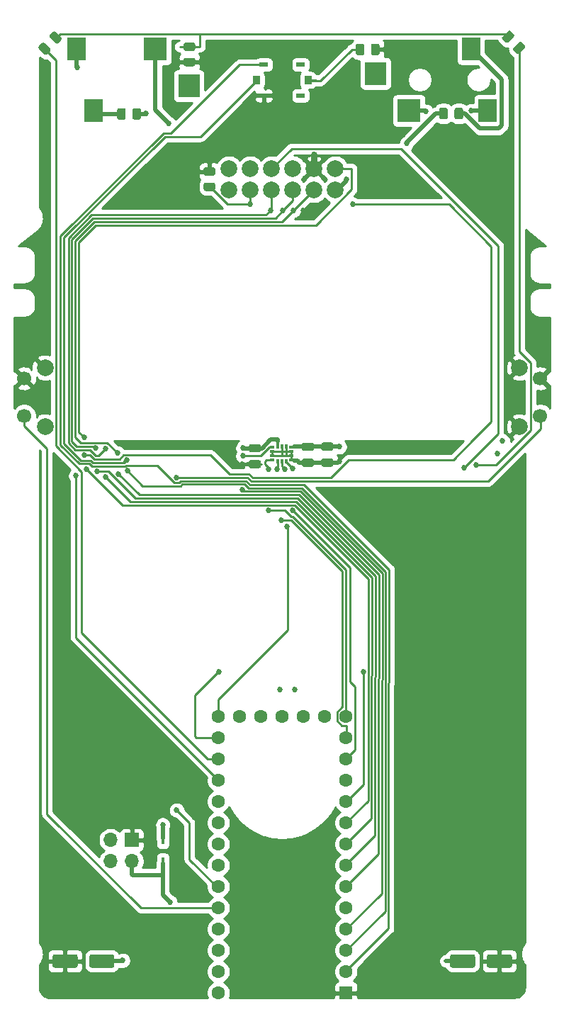
<source format=gbr>
%TF.GenerationSoftware,KiCad,Pcbnew,(5.1.9-0-10_14)*%
%TF.CreationDate,2022-03-13T20:30:51-07:00*%
%TF.ProjectId,integrator,696e7465-6772-4617-946f-722e6b696361,rev?*%
%TF.SameCoordinates,Original*%
%TF.FileFunction,Copper,L4,Bot*%
%TF.FilePolarity,Positive*%
%FSLAX46Y46*%
G04 Gerber Fmt 4.6, Leading zero omitted, Abs format (unit mm)*
G04 Created by KiCad (PCBNEW (5.1.9-0-10_14)) date 2022-03-13 20:30:51*
%MOMM*%
%LPD*%
G01*
G04 APERTURE LIST*
%TA.AperFunction,ComponentPad*%
%ADD10O,1.700000X1.700000*%
%TD*%
%TA.AperFunction,ComponentPad*%
%ADD11R,1.700000X1.700000*%
%TD*%
%TA.AperFunction,SMDPad,CuDef*%
%ADD12R,0.450000X0.600000*%
%TD*%
%TA.AperFunction,SMDPad,CuDef*%
%ADD13R,0.610000X0.350000*%
%TD*%
%TA.AperFunction,SMDPad,CuDef*%
%ADD14R,0.350000X0.610000*%
%TD*%
%TA.AperFunction,SMDPad,CuDef*%
%ADD15R,0.850000X1.000000*%
%TD*%
%TA.AperFunction,SMDPad,CuDef*%
%ADD16R,1.000000X0.600000*%
%TD*%
%TA.AperFunction,ComponentPad*%
%ADD17R,1.600000X1.600000*%
%TD*%
%TA.AperFunction,ComponentPad*%
%ADD18C,1.600000*%
%TD*%
%TA.AperFunction,SMDPad,CuDef*%
%ADD19C,2.000000*%
%TD*%
%TA.AperFunction,ComponentPad*%
%ADD20C,1.700000*%
%TD*%
%TA.AperFunction,ComponentPad*%
%ADD21C,2.000000*%
%TD*%
%TA.AperFunction,SMDPad,CuDef*%
%ADD22R,2.800000X2.800000*%
%TD*%
%TA.AperFunction,SMDPad,CuDef*%
%ADD23R,2.200000X2.800000*%
%TD*%
%TA.AperFunction,SMDPad,CuDef*%
%ADD24R,2.600000X2.800000*%
%TD*%
%TA.AperFunction,ViaPad*%
%ADD25C,0.685800*%
%TD*%
%TA.AperFunction,ViaPad*%
%ADD26C,1.000000*%
%TD*%
%TA.AperFunction,Conductor*%
%ADD27C,0.254000*%
%TD*%
%TA.AperFunction,Conductor*%
%ADD28C,0.508000*%
%TD*%
%TA.AperFunction,Conductor*%
%ADD29C,0.750000*%
%TD*%
%TA.AperFunction,Conductor*%
%ADD30C,0.500000*%
%TD*%
%TA.AperFunction,Conductor*%
%ADD31C,0.350000*%
%TD*%
%TA.AperFunction,Conductor*%
%ADD32C,0.100000*%
%TD*%
G04 APERTURE END LIST*
D10*
%TO.P,REF\u002A\u002A,4*%
%TO.N,N/C*%
X133539116Y-143971906D03*
%TO.P,REF\u002A\u002A,3*%
%TO.N,/+3.3v*%
X136079116Y-143971906D03*
%TO.P,REF\u002A\u002A,2*%
%TO.N,/po_batt*%
X133539116Y-141431906D03*
D11*
%TO.P,REF\u002A\u002A,1*%
%TO.N,Earth*%
X136079116Y-141431906D03*
%TD*%
D12*
%TO.P,D1,2*%
%TO.N,/po_batt*%
X139779116Y-141681906D03*
%TO.P,D1,1*%
%TO.N,/+3.3v*%
X139779116Y-143781906D03*
%TD*%
%TO.P,R2,1*%
%TO.N,Earth*%
%TA.AperFunction,SMDPad,CuDef*%
G36*
G01*
X165684116Y-46541905D02*
X165684116Y-47441907D01*
G75*
G02*
X165434117Y-47691906I-249999J0D01*
G01*
X164909115Y-47691906D01*
G75*
G02*
X164659116Y-47441907I0J249999D01*
G01*
X164659116Y-46541905D01*
G75*
G02*
X164909115Y-46291906I249999J0D01*
G01*
X165434117Y-46291906D01*
G75*
G02*
X165684116Y-46541905I0J-249999D01*
G01*
G37*
%TD.AperFunction*%
%TO.P,R2,2*%
%TO.N,Net-(R2-Pad2)*%
%TA.AperFunction,SMDPad,CuDef*%
G36*
G01*
X163859116Y-46541905D02*
X163859116Y-47441907D01*
G75*
G02*
X163609117Y-47691906I-249999J0D01*
G01*
X163084115Y-47691906D01*
G75*
G02*
X162834116Y-47441907I0J249999D01*
G01*
X162834116Y-46541905D01*
G75*
G02*
X163084115Y-46291906I249999J0D01*
G01*
X163609117Y-46291906D01*
G75*
G02*
X163859116Y-46541905I0J-249999D01*
G01*
G37*
%TD.AperFunction*%
%TD*%
D13*
%TO.P,U2,4*%
%TO.N,/imu_int1*%
X152844116Y-94541906D03*
%TO.P,U2,3*%
%TO.N,Earth*%
X152844116Y-95041906D03*
%TO.P,U2,2*%
X152844116Y-95541906D03*
%TO.P,U2,1*%
%TO.N,/spi_miso*%
X152844116Y-96041906D03*
D14*
%TO.P,U2,14*%
%TO.N,/spi_mosi*%
X153504116Y-96201906D03*
%TO.P,U2,13*%
%TO.N,/spi_clock*%
X154004116Y-96201906D03*
%TO.P,U2,12*%
%TO.N,/spi_cs*%
X154504116Y-96201906D03*
D13*
%TO.P,U2,11*%
%TO.N,Earth*%
X155164116Y-96041906D03*
%TO.P,U2,10*%
X155164116Y-95541906D03*
%TO.P,U2,9*%
X155164116Y-95041906D03*
%TO.P,U2,8*%
%TO.N,/+3.3v*%
X155164116Y-94541906D03*
D14*
%TO.P,U2,7*%
%TO.N,Earth*%
X154504116Y-94381906D03*
%TO.P,U2,6*%
X154004116Y-94381906D03*
%TO.P,U2,5*%
%TO.N,/+3.3v*%
X153504116Y-94381906D03*
%TD*%
%TO.P,C3,2*%
%TO.N,Earth*%
%TA.AperFunction,SMDPad,CuDef*%
G36*
G01*
X158964116Y-95841906D02*
X159914116Y-95841906D01*
G75*
G02*
X160164116Y-96091906I0J-250000D01*
G01*
X160164116Y-96591906D01*
G75*
G02*
X159914116Y-96841906I-250000J0D01*
G01*
X158964116Y-96841906D01*
G75*
G02*
X158714116Y-96591906I0J250000D01*
G01*
X158714116Y-96091906D01*
G75*
G02*
X158964116Y-95841906I250000J0D01*
G01*
G37*
%TD.AperFunction*%
%TO.P,C3,1*%
%TO.N,/+3.3v*%
%TA.AperFunction,SMDPad,CuDef*%
G36*
G01*
X158964116Y-93941906D02*
X159914116Y-93941906D01*
G75*
G02*
X160164116Y-94191906I0J-250000D01*
G01*
X160164116Y-94691906D01*
G75*
G02*
X159914116Y-94941906I-250000J0D01*
G01*
X158964116Y-94941906D01*
G75*
G02*
X158714116Y-94691906I0J250000D01*
G01*
X158714116Y-94191906D01*
G75*
G02*
X158964116Y-93941906I250000J0D01*
G01*
G37*
%TD.AperFunction*%
%TD*%
%TO.P,C2,2*%
%TO.N,Earth*%
%TA.AperFunction,SMDPad,CuDef*%
G36*
G01*
X156644116Y-95861906D02*
X157594116Y-95861906D01*
G75*
G02*
X157844116Y-96111906I0J-250000D01*
G01*
X157844116Y-96611906D01*
G75*
G02*
X157594116Y-96861906I-250000J0D01*
G01*
X156644116Y-96861906D01*
G75*
G02*
X156394116Y-96611906I0J250000D01*
G01*
X156394116Y-96111906D01*
G75*
G02*
X156644116Y-95861906I250000J0D01*
G01*
G37*
%TD.AperFunction*%
%TO.P,C2,1*%
%TO.N,/+3.3v*%
%TA.AperFunction,SMDPad,CuDef*%
G36*
G01*
X156644116Y-93961906D02*
X157594116Y-93961906D01*
G75*
G02*
X157844116Y-94211906I0J-250000D01*
G01*
X157844116Y-94711906D01*
G75*
G02*
X157594116Y-94961906I-250000J0D01*
G01*
X156644116Y-94961906D01*
G75*
G02*
X156394116Y-94711906I0J250000D01*
G01*
X156394116Y-94211906D01*
G75*
G02*
X156644116Y-93961906I250000J0D01*
G01*
G37*
%TD.AperFunction*%
%TD*%
%TO.P,C1,2*%
%TO.N,/+3.3v*%
%TA.AperFunction,SMDPad,CuDef*%
G36*
G01*
X151254116Y-95131906D02*
X150304116Y-95131906D01*
G75*
G02*
X150054116Y-94881906I0J250000D01*
G01*
X150054116Y-94381906D01*
G75*
G02*
X150304116Y-94131906I250000J0D01*
G01*
X151254116Y-94131906D01*
G75*
G02*
X151504116Y-94381906I0J-250000D01*
G01*
X151504116Y-94881906D01*
G75*
G02*
X151254116Y-95131906I-250000J0D01*
G01*
G37*
%TD.AperFunction*%
%TO.P,C1,1*%
%TO.N,Earth*%
%TA.AperFunction,SMDPad,CuDef*%
G36*
G01*
X151254116Y-97031906D02*
X150304116Y-97031906D01*
G75*
G02*
X150054116Y-96781906I0J250000D01*
G01*
X150054116Y-96281906D01*
G75*
G02*
X150304116Y-96031906I250000J0D01*
G01*
X151254116Y-96031906D01*
G75*
G02*
X151504116Y-96281906I0J-250000D01*
G01*
X151504116Y-96781906D01*
G75*
G02*
X151254116Y-97031906I-250000J0D01*
G01*
G37*
%TD.AperFunction*%
%TD*%
D15*
%TO.P,SW3,5*%
%TO.N,Net-(R2-Pad2)*%
X157124116Y-50641906D03*
%TO.P,SW3,6*%
%TO.N,/nonstop_led*%
X150974116Y-50641906D03*
D16*
%TO.P,SW3,1*%
%TO.N,Net-(SW3-Pad1)*%
X156249116Y-48791906D03*
%TO.P,SW3,2*%
%TO.N,/nonstop_sw*%
X151849116Y-48791906D03*
%TO.P,SW3,3*%
%TO.N,Net-(SW3-Pad3)*%
X156249116Y-52491906D03*
%TO.P,SW3,4*%
%TO.N,Earth*%
X151849116Y-52491906D03*
%TD*%
D17*
%TO.P,U1,1*%
%TO.N,Earth*%
X161670000Y-159710000D03*
D18*
%TO.P,U1,2*%
%TO.N,/nonstop_sw*%
X161670000Y-157170000D03*
%TO.P,U1,3*%
%TO.N,/nonstop_led*%
X161670000Y-154630000D03*
%TO.P,U1,4*%
%TO.N,/imu_int1*%
X161670000Y-152090000D03*
%TO.P,U1,5*%
%TO.N,Net-(U1-Pad5)*%
X161670000Y-149550000D03*
%TO.P,U1,6*%
%TO.N,/swo*%
X161670000Y-147010000D03*
%TO.P,U1,7*%
%TO.N,/swdio*%
X161670000Y-144470000D03*
%TO.P,U1,8*%
%TO.N,/swclk*%
X161670000Y-141930000D03*
%TO.P,U1,9*%
%TO.N,/po_reset*%
X161670000Y-139390000D03*
%TO.P,U1,10*%
%TO.N,/led2*%
X161670000Y-136850000D03*
%TO.P,U1,11*%
%TO.N,Net-(U1-Pad11)*%
X161670000Y-134310000D03*
%TO.P,U1,12*%
%TO.N,/spi_cs*%
X161670000Y-131770000D03*
%TO.P,U1,13*%
%TO.N,/spi_mosi*%
X161670000Y-129230000D03*
%TO.P,U1,33*%
%TO.N,Net-(U1-Pad33)*%
X146430000Y-159710000D03*
%TO.P,U1,32*%
%TO.N,/a_gnd*%
X146430000Y-157170000D03*
%TO.P,U1,31*%
%TO.N,/+3.3v*%
X146430000Y-154630000D03*
%TO.P,U1,30*%
%TO.N,/r_sync_out*%
X146430000Y-152090000D03*
%TO.P,U1,29*%
%TO.N,/sw2*%
X146430000Y-149550000D03*
%TO.P,U1,28*%
%TO.N,/sw1*%
X146430000Y-147010000D03*
%TO.P,U1,27*%
%TO.N,/l_sync_out*%
X146430000Y-144470000D03*
%TO.P,U1,26*%
%TO.N,Net-(U1-Pad26)*%
X146430000Y-141930000D03*
%TO.P,U1,25*%
%TO.N,Net-(U1-Pad25)*%
X146430000Y-139390000D03*
%TO.P,U1,24*%
%TO.N,Net-(U1-Pad24)*%
X146430000Y-136850000D03*
%TO.P,U1,23*%
%TO.N,/po_play*%
X146430000Y-134310000D03*
%TO.P,U1,22*%
%TO.N,/led1*%
X146430000Y-131770000D03*
%TO.P,U1,21*%
%TO.N,/po_wake*%
X146430000Y-129230000D03*
%TO.P,U1,14*%
%TO.N,/spi_miso*%
X161670000Y-126690000D03*
%TO.P,U1,15*%
%TO.N,Net-(U1-Pad15)*%
X159130000Y-126690000D03*
%TO.P,U1,16*%
%TO.N,Net-(U1-Pad16)*%
X156590000Y-126690000D03*
%TO.P,U1,20*%
%TO.N,/spi_clock*%
X146430000Y-126690000D03*
%TO.P,U1,19*%
%TO.N,/dac*%
X148970000Y-126690000D03*
%TO.P,U1,18*%
%TO.N,Net-(U1-Pad18)*%
X151510000Y-126690000D03*
%TO.P,U1,17*%
%TO.N,Net-(U1-Pad17)*%
X154050000Y-126690000D03*
%TD*%
%TO.P,R1,2*%
%TO.N,Earth*%
%TA.AperFunction,SMDPad,CuDef*%
G36*
G01*
X142509114Y-47981906D02*
X143409118Y-47981906D01*
G75*
G02*
X143659116Y-48231904I0J-249998D01*
G01*
X143659116Y-48756908D01*
G75*
G02*
X143409118Y-49006906I-249998J0D01*
G01*
X142509114Y-49006906D01*
G75*
G02*
X142259116Y-48756908I0J249998D01*
G01*
X142259116Y-48231904D01*
G75*
G02*
X142509114Y-47981906I249998J0D01*
G01*
G37*
%TD.AperFunction*%
%TO.P,R1,1*%
%TO.N,Net-(LED1-Pad1)*%
%TA.AperFunction,SMDPad,CuDef*%
G36*
G01*
X142509114Y-46156906D02*
X143409118Y-46156906D01*
G75*
G02*
X143659116Y-46406904I0J-249998D01*
G01*
X143659116Y-46931908D01*
G75*
G02*
X143409118Y-47181906I-249998J0D01*
G01*
X142509114Y-47181906D01*
G75*
G02*
X142259116Y-46931908I0J249998D01*
G01*
X142259116Y-46406904D01*
G75*
G02*
X142509114Y-46156906I249998J0D01*
G01*
G37*
%TD.AperFunction*%
%TD*%
%TO.P,LED2,2*%
%TO.N,/led2*%
%TA.AperFunction,SMDPad,CuDef*%
G36*
G01*
X181694697Y-46772722D02*
X182339932Y-46127487D01*
G75*
G02*
X182684646Y-46127487I172357J-172357D01*
G01*
X183029361Y-46472202D01*
G75*
G02*
X183029361Y-46816916I-172357J-172357D01*
G01*
X182384126Y-47462151D01*
G75*
G02*
X182039412Y-47462151I-172357J172357D01*
G01*
X181694697Y-47117436D01*
G75*
G02*
X181694697Y-46772722I172357J172357D01*
G01*
G37*
%TD.AperFunction*%
%TO.P,LED2,1*%
%TO.N,Net-(LED1-Pad1)*%
%TA.AperFunction,SMDPad,CuDef*%
G36*
G01*
X180368871Y-45446896D02*
X181014106Y-44801661D01*
G75*
G02*
X181358820Y-44801661I172357J-172357D01*
G01*
X181703535Y-45146376D01*
G75*
G02*
X181703535Y-45491090I-172357J-172357D01*
G01*
X181058300Y-46136325D01*
G75*
G02*
X180713586Y-46136325I-172357J172357D01*
G01*
X180368871Y-45791610D01*
G75*
G02*
X180368871Y-45446896I172357J172357D01*
G01*
G37*
%TD.AperFunction*%
%TD*%
%TO.P,LED1,2*%
%TO.N,/led1*%
%TA.AperFunction,SMDPad,CuDef*%
G36*
G01*
X125658300Y-46227487D02*
X126303535Y-46872722D01*
G75*
G02*
X126303535Y-47217436I-172357J-172357D01*
G01*
X125958820Y-47562151D01*
G75*
G02*
X125614106Y-47562151I-172357J172357D01*
G01*
X124968871Y-46916916D01*
G75*
G02*
X124968871Y-46572202I172357J172357D01*
G01*
X125313586Y-46227487D01*
G75*
G02*
X125658300Y-46227487I172357J-172357D01*
G01*
G37*
%TD.AperFunction*%
%TO.P,LED1,1*%
%TO.N,Net-(LED1-Pad1)*%
%TA.AperFunction,SMDPad,CuDef*%
G36*
G01*
X126984126Y-44901661D02*
X127629361Y-45546896D01*
G75*
G02*
X127629361Y-45891610I-172357J-172357D01*
G01*
X127284646Y-46236325D01*
G75*
G02*
X126939932Y-46236325I-172357J172357D01*
G01*
X126294697Y-45591090D01*
G75*
G02*
X126294697Y-45246376I172357J172357D01*
G01*
X126639412Y-44901661D01*
G75*
G02*
X126984126Y-44901661I172357J-172357D01*
G01*
G37*
%TD.AperFunction*%
%TD*%
D19*
%TO.P,POGO1,12*%
%TO.N,/po_play*%
X160399000Y-61230000D03*
%TO.P,POGO1,11*%
%TO.N,/po_batt*%
X160399000Y-63770000D03*
%TO.P,POGO1,10*%
%TO.N,Earth*%
X157859000Y-61230000D03*
%TO.P,POGO1,9*%
%TO.N,/swo*%
X157859000Y-63770000D03*
%TO.P,POGO1,8*%
%TO.N,Net-(POGO1-Pad8)*%
X155319000Y-61230000D03*
%TO.P,POGO1,7*%
%TO.N,/swdio*%
X155319000Y-63770000D03*
%TO.P,POGO1,6*%
%TO.N,/po_wake*%
X152779000Y-61230000D03*
%TO.P,POGO1,5*%
%TO.N,/swclk*%
X152779000Y-63770000D03*
%TO.P,POGO1,4*%
%TO.N,Net-(POGO1-Pad4)*%
X150239000Y-61230000D03*
%TO.P,POGO1,3*%
%TO.N,/po_reset*%
X150239000Y-63770000D03*
%TO.P,POGO1,2*%
%TO.N,Net-(POGO1-Pad2)*%
X147699000Y-61230000D03*
%TO.P,POGO1,1*%
%TO.N,Net-(POGO1-Pad1)*%
X147699000Y-63770000D03*
%TD*%
D20*
%TO.P,SW2,2*%
%TO.N,Earth*%
X123219116Y-86291906D03*
%TO.P,SW2,1*%
%TO.N,/sw2*%
X123219116Y-90771906D03*
D21*
%TO.P,SW2,4*%
%TO.N,Earth*%
X125709116Y-85021906D03*
%TO.P,SW2,3*%
X125709116Y-92041906D03*
%TD*%
%TO.P,SW1,3*%
%TO.N,Earth*%
X182389116Y-85021906D03*
%TO.P,SW1,4*%
X182389116Y-92041906D03*
D20*
%TO.P,SW1,1*%
X184879116Y-86291906D03*
%TO.P,SW1,2*%
%TO.N,/sw1*%
X184879116Y-90771906D03*
%TD*%
D22*
%TO.P,J1,2*%
%TO.N,/l_sync_out*%
X138900000Y-46900000D03*
D23*
%TO.P,J1,1*%
%TO.N,/a_gnd*%
X129500000Y-46900000D03*
%TO.P,J1,3*%
%TO.N,Net-(J1-Pad3)*%
X131500000Y-54300000D03*
D24*
%TO.P,J1,4*%
%TO.N,Net-(J1-Pad4)*%
X142900000Y-51350000D03*
%TD*%
D22*
%TO.P,J2,2*%
%TO.N,/r_sync_out*%
X169200000Y-54300000D03*
D23*
%TO.P,J2,1*%
%TO.N,/a_gnd*%
X178600000Y-54300000D03*
%TO.P,J2,3*%
%TO.N,Net-(J2-Pad3)*%
X176600000Y-46900000D03*
D24*
%TO.P,J2,4*%
%TO.N,Net-(J2-Pad4)*%
X165200000Y-49850000D03*
%TD*%
%TO.P,C4,2*%
%TO.N,Earth*%
%TA.AperFunction,SMDPad,CuDef*%
G36*
G01*
X129600000Y-155350000D02*
X129600000Y-156450000D01*
G75*
G02*
X129350000Y-156700000I-250000J0D01*
G01*
X126850000Y-156700000D01*
G75*
G02*
X126600000Y-156450000I0J250000D01*
G01*
X126600000Y-155350000D01*
G75*
G02*
X126850000Y-155100000I250000J0D01*
G01*
X129350000Y-155100000D01*
G75*
G02*
X129600000Y-155350000I0J-250000D01*
G01*
G37*
%TD.AperFunction*%
%TO.P,C4,1*%
%TO.N,/+3.3v*%
%TA.AperFunction,SMDPad,CuDef*%
G36*
G01*
X134000000Y-155350000D02*
X134000000Y-156450000D01*
G75*
G02*
X133750000Y-156700000I-250000J0D01*
G01*
X131250000Y-156700000D01*
G75*
G02*
X131000000Y-156450000I0J250000D01*
G01*
X131000000Y-155350000D01*
G75*
G02*
X131250000Y-155100000I250000J0D01*
G01*
X133750000Y-155100000D01*
G75*
G02*
X134000000Y-155350000I0J-250000D01*
G01*
G37*
%TD.AperFunction*%
%TD*%
%TO.P,C6,2*%
%TO.N,Earth*%
%TA.AperFunction,SMDPad,CuDef*%
G36*
G01*
X178500000Y-156450000D02*
X178500000Y-155350000D01*
G75*
G02*
X178750000Y-155100000I250000J0D01*
G01*
X181250000Y-155100000D01*
G75*
G02*
X181500000Y-155350000I0J-250000D01*
G01*
X181500000Y-156450000D01*
G75*
G02*
X181250000Y-156700000I-250000J0D01*
G01*
X178750000Y-156700000D01*
G75*
G02*
X178500000Y-156450000I0J250000D01*
G01*
G37*
%TD.AperFunction*%
%TO.P,C6,1*%
%TO.N,/+3.3v*%
%TA.AperFunction,SMDPad,CuDef*%
G36*
G01*
X174100000Y-156450000D02*
X174100000Y-155350000D01*
G75*
G02*
X174350000Y-155100000I250000J0D01*
G01*
X176850000Y-155100000D01*
G75*
G02*
X177100000Y-155350000I0J-250000D01*
G01*
X177100000Y-156450000D01*
G75*
G02*
X176850000Y-156700000I-250000J0D01*
G01*
X174350000Y-156700000D01*
G75*
G02*
X174100000Y-156450000I0J250000D01*
G01*
G37*
%TD.AperFunction*%
%TD*%
%TO.P,R4,2*%
%TO.N,Net-(J1-Pad3)*%
%TA.AperFunction,SMDPad,CuDef*%
G36*
G01*
X135349116Y-54241904D02*
X135349116Y-55141908D01*
G75*
G02*
X135099118Y-55391906I-249998J0D01*
G01*
X134574114Y-55391906D01*
G75*
G02*
X134324116Y-55141908I0J249998D01*
G01*
X134324116Y-54241904D01*
G75*
G02*
X134574114Y-53991906I249998J0D01*
G01*
X135099118Y-53991906D01*
G75*
G02*
X135349116Y-54241904I0J-249998D01*
G01*
G37*
%TD.AperFunction*%
%TO.P,R4,1*%
%TO.N,/dac*%
%TA.AperFunction,SMDPad,CuDef*%
G36*
G01*
X137174116Y-54241904D02*
X137174116Y-55141908D01*
G75*
G02*
X136924118Y-55391906I-249998J0D01*
G01*
X136399114Y-55391906D01*
G75*
G02*
X136149116Y-55141908I0J249998D01*
G01*
X136149116Y-54241904D01*
G75*
G02*
X136399114Y-53991906I249998J0D01*
G01*
X136924118Y-53991906D01*
G75*
G02*
X137174116Y-54241904I0J-249998D01*
G01*
G37*
%TD.AperFunction*%
%TD*%
%TO.P,R5,2*%
%TO.N,/dac*%
%TA.AperFunction,SMDPad,CuDef*%
G36*
G01*
X173839116Y-54191904D02*
X173839116Y-55091908D01*
G75*
G02*
X173589118Y-55341906I-249998J0D01*
G01*
X173064114Y-55341906D01*
G75*
G02*
X172814116Y-55091908I0J249998D01*
G01*
X172814116Y-54191904D01*
G75*
G02*
X173064114Y-53941906I249998J0D01*
G01*
X173589118Y-53941906D01*
G75*
G02*
X173839116Y-54191904I0J-249998D01*
G01*
G37*
%TD.AperFunction*%
%TO.P,R5,1*%
%TO.N,Net-(J2-Pad3)*%
%TA.AperFunction,SMDPad,CuDef*%
G36*
G01*
X175664116Y-54191904D02*
X175664116Y-55091908D01*
G75*
G02*
X175414118Y-55341906I-249998J0D01*
G01*
X174889114Y-55341906D01*
G75*
G02*
X174639116Y-55091908I0J249998D01*
G01*
X174639116Y-54191904D01*
G75*
G02*
X174889114Y-53941906I249998J0D01*
G01*
X175414118Y-53941906D01*
G75*
G02*
X175664116Y-54191904I0J-249998D01*
G01*
G37*
%TD.AperFunction*%
%TD*%
%TO.P,R6,2*%
%TO.N,Earth*%
%TA.AperFunction,SMDPad,CuDef*%
G36*
G01*
X145799118Y-62081906D02*
X144899114Y-62081906D01*
G75*
G02*
X144649116Y-61831908I0J249998D01*
G01*
X144649116Y-61306904D01*
G75*
G02*
X144899114Y-61056906I249998J0D01*
G01*
X145799118Y-61056906D01*
G75*
G02*
X146049116Y-61306904I0J-249998D01*
G01*
X146049116Y-61831908D01*
G75*
G02*
X145799118Y-62081906I-249998J0D01*
G01*
G37*
%TD.AperFunction*%
%TO.P,R6,1*%
%TO.N,/po_reset*%
%TA.AperFunction,SMDPad,CuDef*%
G36*
G01*
X145799118Y-63906906D02*
X144899114Y-63906906D01*
G75*
G02*
X144649116Y-63656908I0J249998D01*
G01*
X144649116Y-63131904D01*
G75*
G02*
X144899114Y-62881906I249998J0D01*
G01*
X145799118Y-62881906D01*
G75*
G02*
X146049116Y-63131904I0J-249998D01*
G01*
X146049116Y-63656908D01*
G75*
G02*
X145799118Y-63906906I-249998J0D01*
G01*
G37*
%TD.AperFunction*%
%TD*%
D25*
%TO.N,Earth*%
X156599116Y-66231906D03*
X125699116Y-155831906D03*
X184899116Y-88631906D03*
X181376906Y-155931906D03*
X144359116Y-48381906D03*
X150539116Y-52491906D03*
X149319116Y-96531906D03*
X145329116Y-59497216D03*
X157869116Y-59497216D03*
D26*
X170459116Y-127531906D03*
D25*
X160869116Y-96171906D03*
X166649116Y-46911906D03*
D26*
X170479116Y-121021906D03*
D25*
%TO.N,/+3.3v*%
X134999116Y-155831906D03*
X149349116Y-94601906D03*
X140639116Y-148831906D03*
X160889116Y-94461906D03*
%TO.N,/po_batt*%
X161716806Y-62491906D03*
X139779116Y-139631906D03*
%TO.N,/swo*%
X134359116Y-95201906D03*
X134509116Y-97717074D03*
X155383105Y-66245895D03*
%TO.N,/swdio*%
X131939116Y-97381906D03*
X131799147Y-94605459D03*
X154139116Y-66251906D03*
%TO.N,/po_wake*%
X175799116Y-96931906D03*
X146509116Y-121331906D03*
%TO.N,/swclk*%
X132925923Y-94648652D03*
X132969116Y-98061906D03*
X152639116Y-66221906D03*
%TO.N,/po_reset*%
X130419116Y-95431906D03*
X130669116Y-97131906D03*
X150219116Y-65481906D03*
X162489116Y-65491906D03*
%TO.N,/l_sync_out*%
X140476812Y-55806596D03*
%TO.N,/a_gnd*%
X129539116Y-49091906D03*
X176639116Y-54321906D03*
X153739116Y-123451906D03*
%TO.N,/r_sync_out*%
X171249116Y-54391906D03*
X179744426Y-95244053D03*
X180396737Y-93782635D03*
%TO.N,/led2*%
X163770731Y-121308010D03*
X177239116Y-96661906D03*
%TO.N,/dac*%
X168947102Y-58183920D03*
X137789116Y-54601906D03*
X155569116Y-123441906D03*
%TO.N,/spi_cs*%
X155289129Y-102043604D03*
X155279116Y-97061904D03*
%TO.N,/spi_miso*%
X152439116Y-97091906D03*
X152409116Y-102041908D03*
%TO.N,/spi_clock*%
X154659116Y-103961906D03*
X154339116Y-97091906D03*
%TO.N,/sw1*%
X141439116Y-98121906D03*
X141449116Y-137881906D03*
%TO.N,/nonstop_led*%
X135445890Y-96066352D03*
X135559624Y-97336841D03*
%TO.N,/imu_int1*%
X149339116Y-95551906D03*
X149279116Y-99568568D03*
%TO.N,/spi_mosi*%
X153411263Y-97091081D03*
X153909517Y-103188200D03*
%TO.N,/po_play*%
X130389116Y-93351906D03*
X129380448Y-97933238D03*
%TD*%
D27*
%TO.N,Earth*%
X125767210Y-155900000D02*
X125699116Y-155831906D01*
X128100000Y-155900000D02*
X125767210Y-155900000D01*
X180000000Y-155900000D02*
X181345000Y-155900000D01*
X181345000Y-155900000D02*
X181376906Y-155931906D01*
X155164116Y-95041906D02*
X152869116Y-95041906D01*
X154504116Y-95516906D02*
X154529116Y-95541906D01*
X154504116Y-94381906D02*
X154504116Y-95516906D01*
X155164116Y-95541906D02*
X154529116Y-95541906D01*
X154004116Y-95516906D02*
X154029116Y-95541906D01*
X154004116Y-94381906D02*
X154004116Y-95516906D01*
X154029116Y-95541906D02*
X152879116Y-95541906D01*
X154529116Y-95541906D02*
X154029116Y-95541906D01*
X150779116Y-96531906D02*
X149319116Y-96531906D01*
X155164116Y-95041906D02*
X155164116Y-95956906D01*
X152844116Y-95041906D02*
X152844116Y-95496906D01*
D28*
X155489116Y-96121906D02*
X155479116Y-96131906D01*
D27*
X145340000Y-59508100D02*
X145329116Y-59497216D01*
X145340000Y-61183500D02*
X145340000Y-59508100D01*
X157859000Y-59507332D02*
X157869116Y-59497216D01*
D29*
X157859000Y-61230000D02*
X157859000Y-59507332D01*
D27*
X155409116Y-96041906D02*
X155489116Y-96121906D01*
X155164116Y-96041906D02*
X155409116Y-96041906D01*
D30*
X151849116Y-52491906D02*
X150539116Y-52491906D01*
D28*
X155739116Y-96121906D02*
X155489116Y-96121906D01*
D27*
X166659116Y-46991906D02*
X165241225Y-46991906D01*
X141884116Y-48406906D02*
X141869116Y-48421906D01*
X144334116Y-48406906D02*
X141884116Y-48406906D01*
D28*
X160679116Y-96361906D02*
X160869116Y-96171906D01*
X156089116Y-96361906D02*
X160679116Y-96361906D01*
X155869116Y-96141906D02*
X156089116Y-96361906D01*
D27*
X150779116Y-96531906D02*
X151569116Y-96531906D01*
D30*
%TO.N,Net-(J1-Pad3)*%
X131921906Y-54721906D02*
X131500000Y-54300000D01*
X134509116Y-54721906D02*
X131921906Y-54721906D01*
X134769116Y-54461906D02*
X134509116Y-54721906D01*
%TO.N,Net-(J2-Pad3)*%
X180279116Y-50579116D02*
X176600000Y-46900000D01*
X180279116Y-56091906D02*
X180279116Y-50579116D01*
X179939116Y-56431906D02*
X180279116Y-56091906D01*
X175059116Y-54671906D02*
X175079116Y-54651906D01*
X177659116Y-56431906D02*
X179939116Y-56431906D01*
X175879116Y-54651906D02*
X177659116Y-56431906D01*
X175079116Y-54651906D02*
X175879116Y-54651906D01*
D27*
%TO.N,Net-(LED1-Pad1)*%
X127499116Y-45131906D02*
X127099116Y-45531906D01*
X142959116Y-46669406D02*
X144231616Y-46669406D01*
X142959116Y-46669406D02*
X141816616Y-46669406D01*
X159869116Y-45101906D02*
X159839116Y-45131906D01*
X180669116Y-45101906D02*
X159869116Y-45101906D01*
X153149116Y-45131906D02*
X149479116Y-45131906D01*
X159839116Y-45131906D02*
X153149116Y-45131906D01*
X181036203Y-45468993D02*
X180669116Y-45101906D01*
X144231616Y-46669406D02*
X144231616Y-45204406D01*
X144231616Y-45204406D02*
X144159116Y-45131906D01*
X144159116Y-45131906D02*
X127549116Y-45131906D01*
X149559116Y-45131906D02*
X144159116Y-45131906D01*
D30*
%TO.N,/+3.3v*%
X175600000Y-155900000D02*
X173618323Y-155900000D01*
X134931022Y-155900000D02*
X134999116Y-155831906D01*
X132500000Y-155900000D02*
X134931022Y-155900000D01*
X136079116Y-145531906D02*
X136179116Y-145631906D01*
X136079116Y-143971906D02*
X136079116Y-145531906D01*
X139779116Y-145631906D02*
X136179116Y-145631906D01*
D27*
X149349116Y-94601906D02*
X150679116Y-94601906D01*
X150679116Y-94601906D02*
X150699116Y-94621906D01*
X150699116Y-94621906D02*
X151639116Y-94621906D01*
X151639116Y-94621906D02*
X152579116Y-93681906D01*
D30*
X139779116Y-147971906D02*
X139779116Y-145631906D01*
X140639116Y-148831906D02*
X139779116Y-147971906D01*
X149379116Y-94631906D02*
X149349116Y-94601906D01*
X150779116Y-94631906D02*
X149379116Y-94631906D01*
X151629116Y-94631906D02*
X152579116Y-93681906D01*
X150779116Y-94631906D02*
X151629116Y-94631906D01*
X157119116Y-94461906D02*
X160889116Y-94461906D01*
D27*
X155809116Y-94541906D02*
X160969116Y-94541906D01*
D30*
X152719116Y-93541906D02*
X152579116Y-93681906D01*
X153489116Y-93541906D02*
X152719116Y-93541906D01*
D27*
X153489116Y-94341906D02*
X153509116Y-94361906D01*
D30*
X157119116Y-94461906D02*
X155459116Y-94461906D01*
X152719116Y-93541906D02*
X153499116Y-93541906D01*
X153499116Y-93541906D02*
X153499116Y-93831906D01*
D31*
X153499116Y-93831906D02*
X153499116Y-94341906D01*
D30*
X139779116Y-144191906D02*
X139779116Y-145631906D01*
D27*
%TO.N,/po_batt*%
X160399000Y-63770000D02*
X161677094Y-62491906D01*
D30*
X161716806Y-62704216D02*
X161716806Y-62491906D01*
X161149116Y-63271906D02*
X161716806Y-62704216D01*
D27*
X161677094Y-62491906D02*
X161716806Y-62491906D01*
D30*
X139779116Y-139631906D02*
X139779116Y-141271906D01*
D27*
%TO.N,/swo*%
X131590816Y-67565596D02*
X129322805Y-69833607D01*
X129322805Y-69833607D02*
X129322805Y-93316027D01*
X129322805Y-93316027D02*
X129990027Y-93983249D01*
X129990027Y-93983249D02*
X133140459Y-93983249D01*
X133140459Y-93983249D02*
X134359116Y-95201906D01*
X154063404Y-67565596D02*
X131590816Y-67565596D01*
X157859000Y-63770000D02*
X155383105Y-66245895D01*
X155383105Y-66245895D02*
X154063404Y-67565596D01*
X165611864Y-122111563D02*
X165611864Y-109743874D01*
X165540183Y-122183244D02*
X165611864Y-122111563D01*
X156058768Y-100190778D02*
X136982820Y-100190778D01*
X165611864Y-109743874D02*
X156058768Y-100190778D01*
X165540183Y-143139817D02*
X165540183Y-122183244D01*
X161670000Y-147010000D02*
X165540183Y-143139817D01*
X136982820Y-100190778D02*
X134509116Y-97717074D01*
%TO.N,/swdio*%
X131597083Y-94403395D02*
X131799147Y-94605459D01*
X128916494Y-93854752D02*
X129465137Y-94403395D01*
X129465137Y-94403395D02*
X131597083Y-94403395D01*
X155319000Y-65072022D02*
X154139116Y-66251906D01*
X128916494Y-69665308D02*
X128916494Y-93854752D01*
X131422516Y-67159286D02*
X128916494Y-69665308D01*
X153231736Y-67159286D02*
X131422516Y-67159286D01*
X155319000Y-63770000D02*
X155319000Y-65072022D01*
X154139116Y-66251906D02*
X153231736Y-67159286D01*
X161599116Y-144431906D02*
X165133872Y-140897150D01*
X155890469Y-100597089D02*
X136463439Y-100597089D01*
X165133872Y-122014949D02*
X165205554Y-121943265D01*
X165133872Y-140897150D02*
X165133872Y-122014949D01*
X133248256Y-97381906D02*
X131939116Y-97381906D01*
X136463439Y-100597089D02*
X133248256Y-97381906D01*
X165205554Y-109912174D02*
X155890469Y-100597089D01*
X165205554Y-121943265D02*
X165205554Y-109912174D01*
%TO.N,/po_wake*%
X168229116Y-58821906D02*
X179869116Y-70461906D01*
X152779000Y-61230000D02*
X155187094Y-58821906D01*
X155187094Y-58821906D02*
X168229116Y-58821906D01*
X179869116Y-92861906D02*
X175799116Y-96931906D01*
X179869116Y-70461906D02*
X179869116Y-92861906D01*
X146430000Y-129230000D02*
X143797210Y-129230000D01*
X143797210Y-129230000D02*
X143629116Y-129061906D01*
X143629116Y-129061906D02*
X143629116Y-124121906D01*
X146419116Y-121331906D02*
X146509116Y-121331906D01*
X143629116Y-124121906D02*
X146419116Y-121331906D01*
%TO.N,/swclk*%
X132070467Y-95504108D02*
X132925923Y-94648652D01*
X131066058Y-94809706D02*
X131760460Y-95504108D01*
X131760460Y-95504108D02*
X132070467Y-95504108D01*
X128510184Y-94023052D02*
X129296838Y-94809706D01*
X128510183Y-69497009D02*
X128510184Y-94023052D01*
X152779000Y-66082022D02*
X152639116Y-66221906D01*
X152108046Y-66752976D02*
X131254216Y-66752976D01*
X129296838Y-94809706D02*
X131066058Y-94809706D01*
X131254216Y-66752976D02*
X128510183Y-69497009D01*
X152779000Y-63770000D02*
X152779000Y-66082022D01*
X152639116Y-66221906D02*
X152108046Y-66752976D01*
X164727561Y-138872439D02*
X164727561Y-121846650D01*
X164799244Y-121774967D02*
X164799244Y-110080474D01*
X161670000Y-141930000D02*
X164727561Y-138872439D01*
X135910610Y-101003400D02*
X132969116Y-98061906D01*
X155722170Y-101003400D02*
X135910610Y-101003400D01*
X164799244Y-110080474D02*
X155722170Y-101003400D01*
X164727561Y-121846650D02*
X164799244Y-121774967D01*
%TO.N,/po_reset*%
X135067729Y-95444151D02*
X134601461Y-95910419D01*
X134601461Y-95910419D02*
X131592161Y-95910419D01*
X145492219Y-95444151D02*
X135067729Y-95444151D01*
X131113648Y-95431906D02*
X130419116Y-95431906D01*
X161988874Y-96011906D02*
X159841559Y-98159221D01*
X176899116Y-93601906D02*
X174489116Y-96011906D01*
X159841559Y-98159221D02*
X150514459Y-98159221D01*
X174489116Y-96011906D02*
X161988874Y-96011906D01*
X131592161Y-95910419D02*
X131113648Y-95431906D01*
X147775501Y-97727433D02*
X145492219Y-95444151D01*
X150514459Y-98159221D02*
X150082671Y-97727433D01*
X150082671Y-97727433D02*
X147775501Y-97727433D01*
X147489116Y-65481906D02*
X150219116Y-65481906D01*
X150199116Y-63731906D02*
X150199116Y-65461906D01*
X145369116Y-63361906D02*
X147489116Y-65481906D01*
X150199116Y-65461906D02*
X150219116Y-65481906D01*
X161670000Y-139390000D02*
X164321250Y-136738750D01*
X164321250Y-136738750D02*
X164321250Y-121678351D01*
X164392933Y-110248773D02*
X155553871Y-101409711D01*
X164392933Y-121606668D02*
X164392933Y-110248773D01*
X155553871Y-101409711D02*
X134946921Y-101409711D01*
X134946921Y-101409711D02*
X130669116Y-97131906D01*
X164321250Y-121678351D02*
X164392933Y-121606668D01*
X174000416Y-65481906D02*
X162499116Y-65481906D01*
X179029116Y-70510606D02*
X174000416Y-65481906D01*
X179029116Y-91461906D02*
X179029116Y-70510606D01*
X162499116Y-65481906D02*
X162489116Y-65491906D01*
X176889116Y-93601906D02*
X179029116Y-91461906D01*
D30*
%TO.N,/l_sync_out*%
X138900000Y-46900000D02*
X138900000Y-54229784D01*
X138900000Y-54229784D02*
X140476812Y-55806596D01*
D27*
%TO.N,/a_gnd*%
X178600000Y-54300000D02*
X178526094Y-54373906D01*
D30*
X129500000Y-46900000D02*
X129500000Y-49052790D01*
X129500000Y-49052790D02*
X129539116Y-49091906D01*
X176661022Y-54300000D02*
X176639116Y-54321906D01*
X178600000Y-54300000D02*
X176661022Y-54300000D01*
%TO.N,/r_sync_out*%
X171157210Y-54300000D02*
X171249116Y-54391906D01*
X169200000Y-54300000D02*
X171157210Y-54300000D01*
D27*
%TO.N,/led1*%
X126988417Y-48247033D02*
X125636203Y-46894819D01*
X130079116Y-97458540D02*
X126988417Y-94367841D01*
X145127210Y-131770000D02*
X130079116Y-116721906D01*
X126988417Y-94367841D02*
X126988417Y-50342605D01*
X130079116Y-116721906D02*
X130079116Y-97458540D01*
X146430000Y-131770000D02*
X145127210Y-131770000D01*
X126988417Y-50342605D02*
X126988417Y-48247033D01*
%TO.N,/led2*%
X163770731Y-121792943D02*
X163770731Y-121308010D01*
X161709116Y-136831906D02*
X163770731Y-134770291D01*
X163770731Y-134770291D02*
X163770731Y-121792943D01*
X183749815Y-92496140D02*
X179584049Y-96661906D01*
X182362029Y-46794819D02*
X182362029Y-83043421D01*
X182362029Y-83043421D02*
X183749815Y-84431207D01*
X183749815Y-84431207D02*
X183749815Y-92496140D01*
X179584049Y-96661906D02*
X177239116Y-96661906D01*
D30*
%TO.N,/dac*%
X168867102Y-58183920D02*
X168947102Y-58183920D01*
X172419116Y-54631906D02*
X168867102Y-58183920D01*
X173309116Y-54631906D02*
X172419116Y-54631906D01*
X137689116Y-54701906D02*
X137789116Y-54601906D01*
X136791616Y-54701906D02*
X137689116Y-54701906D01*
X136691616Y-54601906D02*
X136791616Y-54701906D01*
D27*
%TO.N,Net-(R2-Pad2)*%
X157124116Y-50641906D02*
X158109116Y-50641906D01*
X162379116Y-46981906D02*
X163339116Y-46981906D01*
X158631616Y-50729406D02*
X162379116Y-46981906D01*
X157576616Y-50729406D02*
X158631616Y-50729406D01*
%TO.N,/spi_cs*%
X161670000Y-131770000D02*
X162749301Y-130690699D01*
X162749301Y-123134108D02*
X162126914Y-122511721D01*
X162749301Y-130690699D02*
X162749301Y-123134108D01*
X162126914Y-108881389D02*
X155289129Y-102043604D01*
X162126914Y-122511721D02*
X162126914Y-108881389D01*
X154519116Y-96201906D02*
X154519116Y-96301904D01*
X154519116Y-96301904D02*
X154936217Y-96719005D01*
X154936217Y-96719005D02*
X155279116Y-97061904D01*
%TO.N,/spi_miso*%
X152169116Y-96041906D02*
X152019116Y-96191906D01*
X152844116Y-96041906D02*
X152169116Y-96041906D01*
X152019116Y-96191906D02*
X152019116Y-96545960D01*
X152019116Y-96545960D02*
X152573199Y-97100043D01*
X155273709Y-102781889D02*
X155129957Y-102781889D01*
X155129957Y-102781889D02*
X154389976Y-102041908D01*
X161670000Y-109178180D02*
X155273709Y-102781889D01*
X154389976Y-102041908D02*
X152409116Y-102041908D01*
X161670000Y-126690000D02*
X161670000Y-109178180D01*
%TO.N,/spi_clock*%
X154709116Y-104011906D02*
X154659116Y-103961906D01*
X154709116Y-116361906D02*
X154709116Y-104011906D01*
X146430000Y-124641022D02*
X154709116Y-116361906D01*
X146430000Y-126690000D02*
X146430000Y-124641022D01*
X154004116Y-96756906D02*
X154339116Y-97091906D01*
X154004116Y-96201906D02*
X154004116Y-96756906D01*
%TO.N,/sw1*%
X184969116Y-92287374D02*
X178690958Y-98565532D01*
X141450954Y-98133744D02*
X141439116Y-98121906D01*
X184969116Y-91355272D02*
X184969116Y-92287374D01*
X149914372Y-98133744D02*
X141450954Y-98133744D01*
X150346160Y-98565532D02*
X149914372Y-98133744D01*
X178690958Y-98565532D02*
X150346160Y-98565532D01*
X142969116Y-143741906D02*
X146279116Y-147051906D01*
X146279116Y-147051906D02*
X146349116Y-147051906D01*
X142969116Y-139401906D02*
X142969116Y-143741906D01*
X141449116Y-137881906D02*
X142969116Y-139401906D01*
%TO.N,/sw2*%
X146430000Y-149550000D02*
X137167831Y-149550000D01*
X137167831Y-149550000D02*
X125949116Y-138331285D01*
X123219116Y-91973987D02*
X123219116Y-90771906D01*
X125949116Y-138331285D02*
X125949116Y-94703987D01*
X125949116Y-94703987D02*
X123219116Y-91973987D01*
%TO.N,/nonstop_sw*%
X135398290Y-96688562D02*
X139084914Y-96688562D01*
X148940205Y-48791906D02*
X140750205Y-56981906D01*
X166830794Y-122616459D02*
X166759116Y-122688137D01*
X141140459Y-98744107D02*
X141737773Y-98744107D01*
X129827616Y-96489704D02*
X131022226Y-96489704D01*
X149746073Y-98540055D02*
X150177861Y-98971843D01*
X127547564Y-69310408D02*
X127547565Y-94209653D01*
X127547565Y-94209653D02*
X129827616Y-96489704D01*
X141941825Y-98540055D02*
X149746073Y-98540055D01*
X131022226Y-96489704D02*
X131292226Y-96759704D01*
X141737773Y-98744107D02*
X141941825Y-98540055D01*
X140750205Y-56981906D02*
X139876066Y-56981906D01*
X131292226Y-96759704D02*
X135327149Y-96759703D01*
X166759116Y-122688137D02*
X166759116Y-152031906D01*
X139876066Y-56981906D02*
X127547564Y-69310408D01*
X150177861Y-98971843D02*
X156689053Y-98971843D01*
X166830794Y-109113584D02*
X166830794Y-122616459D01*
X135327149Y-96759703D02*
X135398290Y-96688562D01*
X139084914Y-96688562D02*
X141140459Y-98744107D01*
X156689053Y-98971843D02*
X166830794Y-109113584D01*
X166759116Y-152031906D02*
X161932815Y-156858207D01*
X151849116Y-48791906D02*
X148940205Y-48791906D01*
%TO.N,/nonstop_led*%
X135298059Y-96066352D02*
X135082160Y-96282251D01*
X135445890Y-96066352D02*
X135298059Y-96066352D01*
X129995915Y-96083393D02*
X131190526Y-96083394D01*
X127953875Y-69478707D02*
X127953875Y-94041353D01*
X131460525Y-96353393D02*
X135158849Y-96353393D01*
X140044365Y-57388217D02*
X127953875Y-69478707D01*
X144302805Y-57388217D02*
X140044365Y-57388217D01*
X150974116Y-50716906D02*
X144302805Y-57388217D01*
X127953875Y-94041353D02*
X129995915Y-96083393D01*
X131190526Y-96083394D02*
X131460525Y-96353393D01*
X150974116Y-50641906D02*
X150974116Y-50716906D01*
X135158849Y-96353393D02*
X135445890Y-96066352D01*
X149577774Y-98946366D02*
X142110124Y-98946366D01*
X141906072Y-99150418D02*
X137373201Y-99150418D01*
X161670000Y-154630000D02*
X166352805Y-149947195D01*
X166352805Y-122519838D02*
X166424484Y-122448159D01*
X166352805Y-149947195D02*
X166352805Y-122519838D01*
X150009562Y-99378154D02*
X149577774Y-98946366D01*
X137373201Y-99150418D02*
X135559624Y-97336841D01*
X142110124Y-98946366D02*
X141906072Y-99150418D01*
X156395364Y-99378154D02*
X150009562Y-99378154D01*
X166424484Y-122448159D02*
X166424484Y-109407274D01*
X166424484Y-109407274D02*
X156395364Y-99378154D01*
%TO.N,/imu_int1*%
X152844116Y-94541906D02*
X152467816Y-94541906D01*
X152467816Y-94541906D02*
X151457816Y-95551906D01*
X151457816Y-95551906D02*
X149339116Y-95551906D01*
X161670000Y-152090000D02*
X165946494Y-147813506D01*
X165946494Y-122351543D02*
X166018174Y-122279861D01*
X166018174Y-109575574D02*
X156227065Y-99784465D01*
X156227065Y-99784465D02*
X149495013Y-99784465D01*
X149495013Y-99784465D02*
X149279116Y-99568568D01*
X165946494Y-147813506D02*
X165946494Y-122351543D01*
X166018174Y-122279861D02*
X166018174Y-109575574D01*
%TO.N,/spi_mosi*%
X153504116Y-96998228D02*
X153411263Y-97091081D01*
X153504116Y-96201906D02*
X153504116Y-96998228D01*
X161262806Y-120933607D02*
X161263690Y-120932723D01*
X161263690Y-109346480D02*
X155105410Y-103188200D01*
X161262806Y-121554815D02*
X161262806Y-120933607D01*
X160590699Y-126171935D02*
X161151935Y-125610699D01*
X160590699Y-127208065D02*
X160590699Y-126171935D01*
X161759116Y-128753674D02*
X161759116Y-127769301D01*
X161670000Y-128842790D02*
X161759116Y-128753674D01*
X161759116Y-127769301D02*
X161151935Y-127769301D01*
X155105410Y-103188200D02*
X153909517Y-103188200D01*
X161263690Y-120932723D02*
X161263690Y-109346480D01*
X161151935Y-127769301D02*
X160590699Y-127208065D01*
X161151935Y-125610699D02*
X161263690Y-125610699D01*
X161263690Y-125610699D02*
X161263690Y-121555699D01*
X161263690Y-121555699D02*
X161262806Y-121554815D01*
X161670000Y-129230000D02*
X161670000Y-128842790D01*
%TO.N,/po_play*%
X146430000Y-134310000D02*
X129380448Y-117260448D01*
X129380448Y-117260448D02*
X129380448Y-97933238D01*
X129729116Y-92691906D02*
X130389116Y-93351906D01*
X131759116Y-67971906D02*
X129729116Y-70001906D01*
X158090608Y-67971906D02*
X131759116Y-67971906D01*
X162339116Y-61241906D02*
X162339116Y-63723398D01*
X162327210Y-61230000D02*
X162339116Y-61241906D01*
X129729116Y-70001906D02*
X129729116Y-92691906D01*
X160399000Y-61230000D02*
X162327210Y-61230000D01*
X162339116Y-63723398D02*
X158090608Y-67971906D01*
%TD*%
%TO.N,Earth*%
X183037117Y-153719805D02*
X183001347Y-153765164D01*
X182957838Y-153818777D01*
X182952039Y-153827688D01*
X182952035Y-153827693D01*
X182952032Y-153827698D01*
X182817159Y-154038110D01*
X182785737Y-154099621D01*
X182753466Y-154160673D01*
X182749507Y-154170543D01*
X182749504Y-154170548D01*
X182749502Y-154170554D01*
X182658067Y-154403155D01*
X182639192Y-154469595D01*
X182619394Y-154535751D01*
X182617426Y-154546207D01*
X182572909Y-154792144D01*
X182567297Y-154860983D01*
X182560726Y-154929735D01*
X182560827Y-154940359D01*
X182560826Y-154940369D01*
X182560827Y-154940374D01*
X182564929Y-155190275D01*
X182572795Y-155258889D01*
X182579702Y-155327602D01*
X182581867Y-155338019D01*
X182634429Y-155582364D01*
X182655474Y-155648148D01*
X182675596Y-155714212D01*
X182679743Y-155724009D01*
X182778764Y-155953490D01*
X182812184Y-156013929D01*
X182844757Y-156074831D01*
X182850728Y-156083636D01*
X182992437Y-156289514D01*
X183036960Y-156342312D01*
X183037209Y-156342615D01*
X183037990Y-158994742D01*
X183010821Y-159271826D01*
X182941141Y-159502619D01*
X182827966Y-159715471D01*
X182675599Y-159902291D01*
X182489847Y-160055959D01*
X182277787Y-160170619D01*
X182047497Y-160241906D01*
X181772759Y-160270782D01*
X163106608Y-160264880D01*
X163105000Y-159995750D01*
X162946250Y-159837000D01*
X161797000Y-159837000D01*
X161797000Y-159857000D01*
X161543000Y-159857000D01*
X161543000Y-159837000D01*
X160393750Y-159837000D01*
X160235000Y-159995750D01*
X160233398Y-160263971D01*
X147755404Y-160260026D01*
X147809853Y-160128574D01*
X147865000Y-159851335D01*
X147865000Y-159568665D01*
X147809853Y-159291426D01*
X147701680Y-159030273D01*
X147544637Y-158795241D01*
X147344759Y-158595363D01*
X147112241Y-158440000D01*
X147344759Y-158284637D01*
X147544637Y-158084759D01*
X147701680Y-157849727D01*
X147809853Y-157588574D01*
X147865000Y-157311335D01*
X147865000Y-157028665D01*
X147809853Y-156751426D01*
X147701680Y-156490273D01*
X147544637Y-156255241D01*
X147344759Y-156055363D01*
X147112241Y-155900000D01*
X147344759Y-155744637D01*
X147544637Y-155544759D01*
X147701680Y-155309727D01*
X147809853Y-155048574D01*
X147865000Y-154771335D01*
X147865000Y-154488665D01*
X147809853Y-154211426D01*
X147701680Y-153950273D01*
X147544637Y-153715241D01*
X147344759Y-153515363D01*
X147112241Y-153360000D01*
X147344759Y-153204637D01*
X147544637Y-153004759D01*
X147701680Y-152769727D01*
X147809853Y-152508574D01*
X147865000Y-152231335D01*
X147865000Y-151948665D01*
X147809853Y-151671426D01*
X147701680Y-151410273D01*
X147544637Y-151175241D01*
X147344759Y-150975363D01*
X147112241Y-150820000D01*
X147344759Y-150664637D01*
X147544637Y-150464759D01*
X147701680Y-150229727D01*
X147809853Y-149968574D01*
X147865000Y-149691335D01*
X147865000Y-149408665D01*
X147809853Y-149131426D01*
X147701680Y-148870273D01*
X147544637Y-148635241D01*
X147344759Y-148435363D01*
X147112241Y-148280000D01*
X147344759Y-148124637D01*
X147544637Y-147924759D01*
X147701680Y-147689727D01*
X147809853Y-147428574D01*
X147865000Y-147151335D01*
X147865000Y-146868665D01*
X147809853Y-146591426D01*
X147701680Y-146330273D01*
X147544637Y-146095241D01*
X147344759Y-145895363D01*
X147112241Y-145740000D01*
X147344759Y-145584637D01*
X147544637Y-145384759D01*
X147701680Y-145149727D01*
X147809853Y-144888574D01*
X147865000Y-144611335D01*
X147865000Y-144328665D01*
X147809853Y-144051426D01*
X147701680Y-143790273D01*
X147544637Y-143555241D01*
X147344759Y-143355363D01*
X147112241Y-143200000D01*
X147344759Y-143044637D01*
X147544637Y-142844759D01*
X147701680Y-142609727D01*
X147809853Y-142348574D01*
X147865000Y-142071335D01*
X147865000Y-141788665D01*
X147809853Y-141511426D01*
X147701680Y-141250273D01*
X147544637Y-141015241D01*
X147344759Y-140815363D01*
X147112241Y-140660000D01*
X147344759Y-140504637D01*
X147544637Y-140304759D01*
X147701680Y-140069727D01*
X147809853Y-139808574D01*
X147865000Y-139531335D01*
X147865000Y-139248665D01*
X147809853Y-138971426D01*
X147701680Y-138710273D01*
X147544637Y-138475241D01*
X147344759Y-138275363D01*
X147112241Y-138120000D01*
X147344759Y-137964637D01*
X147544637Y-137764759D01*
X147701680Y-137529727D01*
X147703430Y-137525503D01*
X147723860Y-137565599D01*
X147730364Y-137578364D01*
X148250179Y-138426623D01*
X148250181Y-138426627D01*
X148320464Y-138523363D01*
X148966573Y-139279858D01*
X148966578Y-139279865D01*
X148987915Y-139301202D01*
X149051127Y-139364415D01*
X149051134Y-139364420D01*
X149807623Y-140010521D01*
X149807630Y-140010528D01*
X149904365Y-140080810D01*
X150752628Y-140600626D01*
X150859167Y-140654911D01*
X150859178Y-140654915D01*
X151778294Y-141035625D01*
X151778304Y-141035630D01*
X151892024Y-141072579D01*
X152859401Y-141304826D01*
X152977501Y-141323531D01*
X153969301Y-141401587D01*
X153989098Y-141401587D01*
X153989300Y-141401619D01*
X153999029Y-141401619D01*
X154027867Y-141403935D01*
X154047867Y-141403967D01*
X154078327Y-141401619D01*
X154108872Y-141401619D01*
X155100671Y-141323563D01*
X155100672Y-141323563D01*
X155218771Y-141304858D01*
X156186149Y-141072610D01*
X156299868Y-141035660D01*
X156299872Y-141035658D01*
X157219004Y-140654943D01*
X157325543Y-140600659D01*
X157325546Y-140600657D01*
X158173803Y-140080843D01*
X158173807Y-140080841D01*
X158270543Y-140010558D01*
X159027038Y-139364449D01*
X159027045Y-139364444D01*
X159090287Y-139301202D01*
X159111595Y-139279895D01*
X159111600Y-139279888D01*
X159757701Y-138523399D01*
X159757708Y-138523392D01*
X159827990Y-138426657D01*
X160347806Y-137578394D01*
X160386789Y-137501887D01*
X160398320Y-137529727D01*
X160555363Y-137764759D01*
X160755241Y-137964637D01*
X160987759Y-138120000D01*
X160755241Y-138275363D01*
X160555363Y-138475241D01*
X160398320Y-138710273D01*
X160290147Y-138971426D01*
X160235000Y-139248665D01*
X160235000Y-139531335D01*
X160290147Y-139808574D01*
X160398320Y-140069727D01*
X160555363Y-140304759D01*
X160755241Y-140504637D01*
X160987759Y-140660000D01*
X160755241Y-140815363D01*
X160555363Y-141015241D01*
X160398320Y-141250273D01*
X160290147Y-141511426D01*
X160235000Y-141788665D01*
X160235000Y-142071335D01*
X160290147Y-142348574D01*
X160398320Y-142609727D01*
X160555363Y-142844759D01*
X160755241Y-143044637D01*
X160987759Y-143200000D01*
X160755241Y-143355363D01*
X160555363Y-143555241D01*
X160398320Y-143790273D01*
X160290147Y-144051426D01*
X160235000Y-144328665D01*
X160235000Y-144611335D01*
X160290147Y-144888574D01*
X160398320Y-145149727D01*
X160555363Y-145384759D01*
X160755241Y-145584637D01*
X160987759Y-145740000D01*
X160755241Y-145895363D01*
X160555363Y-146095241D01*
X160398320Y-146330273D01*
X160290147Y-146591426D01*
X160235000Y-146868665D01*
X160235000Y-147151335D01*
X160290147Y-147428574D01*
X160398320Y-147689727D01*
X160555363Y-147924759D01*
X160755241Y-148124637D01*
X160987759Y-148280000D01*
X160755241Y-148435363D01*
X160555363Y-148635241D01*
X160398320Y-148870273D01*
X160290147Y-149131426D01*
X160235000Y-149408665D01*
X160235000Y-149691335D01*
X160290147Y-149968574D01*
X160398320Y-150229727D01*
X160555363Y-150464759D01*
X160755241Y-150664637D01*
X160987759Y-150820000D01*
X160755241Y-150975363D01*
X160555363Y-151175241D01*
X160398320Y-151410273D01*
X160290147Y-151671426D01*
X160235000Y-151948665D01*
X160235000Y-152231335D01*
X160290147Y-152508574D01*
X160398320Y-152769727D01*
X160555363Y-153004759D01*
X160755241Y-153204637D01*
X160987759Y-153360000D01*
X160755241Y-153515363D01*
X160555363Y-153715241D01*
X160398320Y-153950273D01*
X160290147Y-154211426D01*
X160235000Y-154488665D01*
X160235000Y-154771335D01*
X160290147Y-155048574D01*
X160398320Y-155309727D01*
X160555363Y-155544759D01*
X160755241Y-155744637D01*
X160987759Y-155900000D01*
X160755241Y-156055363D01*
X160555363Y-156255241D01*
X160398320Y-156490273D01*
X160290147Y-156751426D01*
X160235000Y-157028665D01*
X160235000Y-157311335D01*
X160290147Y-157588574D01*
X160398320Y-157849727D01*
X160555363Y-158084759D01*
X160753961Y-158283357D01*
X160745518Y-158284188D01*
X160625820Y-158320498D01*
X160515506Y-158379463D01*
X160418815Y-158458815D01*
X160339463Y-158555506D01*
X160280498Y-158665820D01*
X160244188Y-158785518D01*
X160231928Y-158910000D01*
X160235000Y-159424250D01*
X160393750Y-159583000D01*
X161543000Y-159583000D01*
X161543000Y-159563000D01*
X161797000Y-159563000D01*
X161797000Y-159583000D01*
X162946250Y-159583000D01*
X163105000Y-159424250D01*
X163108072Y-158910000D01*
X163095812Y-158785518D01*
X163059502Y-158665820D01*
X163000537Y-158555506D01*
X162921185Y-158458815D01*
X162824494Y-158379463D01*
X162714180Y-158320498D01*
X162594482Y-158284188D01*
X162586039Y-158283357D01*
X162784637Y-158084759D01*
X162941680Y-157849727D01*
X163049853Y-157588574D01*
X163105000Y-157311335D01*
X163105000Y-157028665D01*
X163061031Y-156807621D01*
X163968652Y-155900000D01*
X172729041Y-155900000D01*
X172746128Y-156073490D01*
X172796734Y-156240313D01*
X172878912Y-156394059D01*
X172989506Y-156528817D01*
X173124264Y-156639411D01*
X173278010Y-156721589D01*
X173444833Y-156772195D01*
X173526616Y-156780250D01*
X173529528Y-156789850D01*
X173611595Y-156943386D01*
X173722038Y-157077962D01*
X173856614Y-157188405D01*
X174010150Y-157270472D01*
X174176746Y-157321008D01*
X174350000Y-157338072D01*
X176850000Y-157338072D01*
X177023254Y-157321008D01*
X177189850Y-157270472D01*
X177343386Y-157188405D01*
X177477962Y-157077962D01*
X177588405Y-156943386D01*
X177670472Y-156789850D01*
X177697727Y-156700000D01*
X177861928Y-156700000D01*
X177874188Y-156824482D01*
X177910498Y-156944180D01*
X177969463Y-157054494D01*
X178048815Y-157151185D01*
X178145506Y-157230537D01*
X178255820Y-157289502D01*
X178375518Y-157325812D01*
X178500000Y-157338072D01*
X179714250Y-157335000D01*
X179873000Y-157176250D01*
X179873000Y-156027000D01*
X180127000Y-156027000D01*
X180127000Y-157176250D01*
X180285750Y-157335000D01*
X181500000Y-157338072D01*
X181624482Y-157325812D01*
X181744180Y-157289502D01*
X181854494Y-157230537D01*
X181951185Y-157151185D01*
X182030537Y-157054494D01*
X182089502Y-156944180D01*
X182125812Y-156824482D01*
X182138072Y-156700000D01*
X182135000Y-156185750D01*
X181976250Y-156027000D01*
X180127000Y-156027000D01*
X179873000Y-156027000D01*
X178023750Y-156027000D01*
X177865000Y-156185750D01*
X177861928Y-156700000D01*
X177697727Y-156700000D01*
X177721008Y-156623254D01*
X177738072Y-156450000D01*
X177738072Y-155350000D01*
X177721008Y-155176746D01*
X177697728Y-155100000D01*
X177861928Y-155100000D01*
X177865000Y-155614250D01*
X178023750Y-155773000D01*
X179873000Y-155773000D01*
X179873000Y-154623750D01*
X180127000Y-154623750D01*
X180127000Y-155773000D01*
X181976250Y-155773000D01*
X182135000Y-155614250D01*
X182138072Y-155100000D01*
X182125812Y-154975518D01*
X182089502Y-154855820D01*
X182030537Y-154745506D01*
X181951185Y-154648815D01*
X181854494Y-154569463D01*
X181744180Y-154510498D01*
X181624482Y-154474188D01*
X181500000Y-154461928D01*
X180285750Y-154465000D01*
X180127000Y-154623750D01*
X179873000Y-154623750D01*
X179714250Y-154465000D01*
X178500000Y-154461928D01*
X178375518Y-154474188D01*
X178255820Y-154510498D01*
X178145506Y-154569463D01*
X178048815Y-154648815D01*
X177969463Y-154745506D01*
X177910498Y-154855820D01*
X177874188Y-154975518D01*
X177861928Y-155100000D01*
X177697728Y-155100000D01*
X177670472Y-155010150D01*
X177588405Y-154856614D01*
X177477962Y-154722038D01*
X177343386Y-154611595D01*
X177189850Y-154529528D01*
X177023254Y-154478992D01*
X176850000Y-154461928D01*
X174350000Y-154461928D01*
X174176746Y-154478992D01*
X174010150Y-154529528D01*
X173856614Y-154611595D01*
X173722038Y-154722038D01*
X173611595Y-154856614D01*
X173529528Y-155010150D01*
X173526616Y-155019750D01*
X173444833Y-155027805D01*
X173278010Y-155078411D01*
X173124264Y-155160589D01*
X172989506Y-155271183D01*
X172878912Y-155405941D01*
X172796734Y-155559687D01*
X172746128Y-155726510D01*
X172729041Y-155900000D01*
X163968652Y-155900000D01*
X167271468Y-152597185D01*
X167300538Y-152573328D01*
X167395761Y-152457298D01*
X167466518Y-152324921D01*
X167510090Y-152181284D01*
X167521116Y-152069332D01*
X167521116Y-152069330D01*
X167524802Y-152031907D01*
X167521116Y-151994484D01*
X167521116Y-122941428D01*
X167538196Y-122909474D01*
X167581768Y-122765837D01*
X167592794Y-122653885D01*
X167592794Y-122653882D01*
X167596480Y-122616459D01*
X167592794Y-122579036D01*
X167592794Y-109151007D01*
X167596480Y-109113584D01*
X167588885Y-109036472D01*
X167581768Y-108964206D01*
X167538196Y-108820569D01*
X167490860Y-108732010D01*
X167467439Y-108688191D01*
X167425228Y-108636758D01*
X167372216Y-108572162D01*
X167343141Y-108548301D01*
X158122372Y-99327532D01*
X178653535Y-99327532D01*
X178690958Y-99331218D01*
X178728381Y-99327532D01*
X178728384Y-99327532D01*
X178840336Y-99316506D01*
X178983973Y-99272934D01*
X179116350Y-99202177D01*
X179232380Y-99106954D01*
X179256242Y-99077878D01*
X183037116Y-95297005D01*
X183037117Y-153719805D01*
%TA.AperFunction,Conductor*%
D32*
G36*
X183037117Y-153719805D02*
G01*
X183001347Y-153765164D01*
X182957838Y-153818777D01*
X182952039Y-153827688D01*
X182952035Y-153827693D01*
X182952032Y-153827698D01*
X182817159Y-154038110D01*
X182785737Y-154099621D01*
X182753466Y-154160673D01*
X182749507Y-154170543D01*
X182749504Y-154170548D01*
X182749502Y-154170554D01*
X182658067Y-154403155D01*
X182639192Y-154469595D01*
X182619394Y-154535751D01*
X182617426Y-154546207D01*
X182572909Y-154792144D01*
X182567297Y-154860983D01*
X182560726Y-154929735D01*
X182560827Y-154940359D01*
X182560826Y-154940369D01*
X182560827Y-154940374D01*
X182564929Y-155190275D01*
X182572795Y-155258889D01*
X182579702Y-155327602D01*
X182581867Y-155338019D01*
X182634429Y-155582364D01*
X182655474Y-155648148D01*
X182675596Y-155714212D01*
X182679743Y-155724009D01*
X182778764Y-155953490D01*
X182812184Y-156013929D01*
X182844757Y-156074831D01*
X182850728Y-156083636D01*
X182992437Y-156289514D01*
X183036960Y-156342312D01*
X183037209Y-156342615D01*
X183037990Y-158994742D01*
X183010821Y-159271826D01*
X182941141Y-159502619D01*
X182827966Y-159715471D01*
X182675599Y-159902291D01*
X182489847Y-160055959D01*
X182277787Y-160170619D01*
X182047497Y-160241906D01*
X181772759Y-160270782D01*
X163106608Y-160264880D01*
X163105000Y-159995750D01*
X162946250Y-159837000D01*
X161797000Y-159837000D01*
X161797000Y-159857000D01*
X161543000Y-159857000D01*
X161543000Y-159837000D01*
X160393750Y-159837000D01*
X160235000Y-159995750D01*
X160233398Y-160263971D01*
X147755404Y-160260026D01*
X147809853Y-160128574D01*
X147865000Y-159851335D01*
X147865000Y-159568665D01*
X147809853Y-159291426D01*
X147701680Y-159030273D01*
X147544637Y-158795241D01*
X147344759Y-158595363D01*
X147112241Y-158440000D01*
X147344759Y-158284637D01*
X147544637Y-158084759D01*
X147701680Y-157849727D01*
X147809853Y-157588574D01*
X147865000Y-157311335D01*
X147865000Y-157028665D01*
X147809853Y-156751426D01*
X147701680Y-156490273D01*
X147544637Y-156255241D01*
X147344759Y-156055363D01*
X147112241Y-155900000D01*
X147344759Y-155744637D01*
X147544637Y-155544759D01*
X147701680Y-155309727D01*
X147809853Y-155048574D01*
X147865000Y-154771335D01*
X147865000Y-154488665D01*
X147809853Y-154211426D01*
X147701680Y-153950273D01*
X147544637Y-153715241D01*
X147344759Y-153515363D01*
X147112241Y-153360000D01*
X147344759Y-153204637D01*
X147544637Y-153004759D01*
X147701680Y-152769727D01*
X147809853Y-152508574D01*
X147865000Y-152231335D01*
X147865000Y-151948665D01*
X147809853Y-151671426D01*
X147701680Y-151410273D01*
X147544637Y-151175241D01*
X147344759Y-150975363D01*
X147112241Y-150820000D01*
X147344759Y-150664637D01*
X147544637Y-150464759D01*
X147701680Y-150229727D01*
X147809853Y-149968574D01*
X147865000Y-149691335D01*
X147865000Y-149408665D01*
X147809853Y-149131426D01*
X147701680Y-148870273D01*
X147544637Y-148635241D01*
X147344759Y-148435363D01*
X147112241Y-148280000D01*
X147344759Y-148124637D01*
X147544637Y-147924759D01*
X147701680Y-147689727D01*
X147809853Y-147428574D01*
X147865000Y-147151335D01*
X147865000Y-146868665D01*
X147809853Y-146591426D01*
X147701680Y-146330273D01*
X147544637Y-146095241D01*
X147344759Y-145895363D01*
X147112241Y-145740000D01*
X147344759Y-145584637D01*
X147544637Y-145384759D01*
X147701680Y-145149727D01*
X147809853Y-144888574D01*
X147865000Y-144611335D01*
X147865000Y-144328665D01*
X147809853Y-144051426D01*
X147701680Y-143790273D01*
X147544637Y-143555241D01*
X147344759Y-143355363D01*
X147112241Y-143200000D01*
X147344759Y-143044637D01*
X147544637Y-142844759D01*
X147701680Y-142609727D01*
X147809853Y-142348574D01*
X147865000Y-142071335D01*
X147865000Y-141788665D01*
X147809853Y-141511426D01*
X147701680Y-141250273D01*
X147544637Y-141015241D01*
X147344759Y-140815363D01*
X147112241Y-140660000D01*
X147344759Y-140504637D01*
X147544637Y-140304759D01*
X147701680Y-140069727D01*
X147809853Y-139808574D01*
X147865000Y-139531335D01*
X147865000Y-139248665D01*
X147809853Y-138971426D01*
X147701680Y-138710273D01*
X147544637Y-138475241D01*
X147344759Y-138275363D01*
X147112241Y-138120000D01*
X147344759Y-137964637D01*
X147544637Y-137764759D01*
X147701680Y-137529727D01*
X147703430Y-137525503D01*
X147723860Y-137565599D01*
X147730364Y-137578364D01*
X148250179Y-138426623D01*
X148250181Y-138426627D01*
X148320464Y-138523363D01*
X148966573Y-139279858D01*
X148966578Y-139279865D01*
X148987915Y-139301202D01*
X149051127Y-139364415D01*
X149051134Y-139364420D01*
X149807623Y-140010521D01*
X149807630Y-140010528D01*
X149904365Y-140080810D01*
X150752628Y-140600626D01*
X150859167Y-140654911D01*
X150859178Y-140654915D01*
X151778294Y-141035625D01*
X151778304Y-141035630D01*
X151892024Y-141072579D01*
X152859401Y-141304826D01*
X152977501Y-141323531D01*
X153969301Y-141401587D01*
X153989098Y-141401587D01*
X153989300Y-141401619D01*
X153999029Y-141401619D01*
X154027867Y-141403935D01*
X154047867Y-141403967D01*
X154078327Y-141401619D01*
X154108872Y-141401619D01*
X155100671Y-141323563D01*
X155100672Y-141323563D01*
X155218771Y-141304858D01*
X156186149Y-141072610D01*
X156299868Y-141035660D01*
X156299872Y-141035658D01*
X157219004Y-140654943D01*
X157325543Y-140600659D01*
X157325546Y-140600657D01*
X158173803Y-140080843D01*
X158173807Y-140080841D01*
X158270543Y-140010558D01*
X159027038Y-139364449D01*
X159027045Y-139364444D01*
X159090287Y-139301202D01*
X159111595Y-139279895D01*
X159111600Y-139279888D01*
X159757701Y-138523399D01*
X159757708Y-138523392D01*
X159827990Y-138426657D01*
X160347806Y-137578394D01*
X160386789Y-137501887D01*
X160398320Y-137529727D01*
X160555363Y-137764759D01*
X160755241Y-137964637D01*
X160987759Y-138120000D01*
X160755241Y-138275363D01*
X160555363Y-138475241D01*
X160398320Y-138710273D01*
X160290147Y-138971426D01*
X160235000Y-139248665D01*
X160235000Y-139531335D01*
X160290147Y-139808574D01*
X160398320Y-140069727D01*
X160555363Y-140304759D01*
X160755241Y-140504637D01*
X160987759Y-140660000D01*
X160755241Y-140815363D01*
X160555363Y-141015241D01*
X160398320Y-141250273D01*
X160290147Y-141511426D01*
X160235000Y-141788665D01*
X160235000Y-142071335D01*
X160290147Y-142348574D01*
X160398320Y-142609727D01*
X160555363Y-142844759D01*
X160755241Y-143044637D01*
X160987759Y-143200000D01*
X160755241Y-143355363D01*
X160555363Y-143555241D01*
X160398320Y-143790273D01*
X160290147Y-144051426D01*
X160235000Y-144328665D01*
X160235000Y-144611335D01*
X160290147Y-144888574D01*
X160398320Y-145149727D01*
X160555363Y-145384759D01*
X160755241Y-145584637D01*
X160987759Y-145740000D01*
X160755241Y-145895363D01*
X160555363Y-146095241D01*
X160398320Y-146330273D01*
X160290147Y-146591426D01*
X160235000Y-146868665D01*
X160235000Y-147151335D01*
X160290147Y-147428574D01*
X160398320Y-147689727D01*
X160555363Y-147924759D01*
X160755241Y-148124637D01*
X160987759Y-148280000D01*
X160755241Y-148435363D01*
X160555363Y-148635241D01*
X160398320Y-148870273D01*
X160290147Y-149131426D01*
X160235000Y-149408665D01*
X160235000Y-149691335D01*
X160290147Y-149968574D01*
X160398320Y-150229727D01*
X160555363Y-150464759D01*
X160755241Y-150664637D01*
X160987759Y-150820000D01*
X160755241Y-150975363D01*
X160555363Y-151175241D01*
X160398320Y-151410273D01*
X160290147Y-151671426D01*
X160235000Y-151948665D01*
X160235000Y-152231335D01*
X160290147Y-152508574D01*
X160398320Y-152769727D01*
X160555363Y-153004759D01*
X160755241Y-153204637D01*
X160987759Y-153360000D01*
X160755241Y-153515363D01*
X160555363Y-153715241D01*
X160398320Y-153950273D01*
X160290147Y-154211426D01*
X160235000Y-154488665D01*
X160235000Y-154771335D01*
X160290147Y-155048574D01*
X160398320Y-155309727D01*
X160555363Y-155544759D01*
X160755241Y-155744637D01*
X160987759Y-155900000D01*
X160755241Y-156055363D01*
X160555363Y-156255241D01*
X160398320Y-156490273D01*
X160290147Y-156751426D01*
X160235000Y-157028665D01*
X160235000Y-157311335D01*
X160290147Y-157588574D01*
X160398320Y-157849727D01*
X160555363Y-158084759D01*
X160753961Y-158283357D01*
X160745518Y-158284188D01*
X160625820Y-158320498D01*
X160515506Y-158379463D01*
X160418815Y-158458815D01*
X160339463Y-158555506D01*
X160280498Y-158665820D01*
X160244188Y-158785518D01*
X160231928Y-158910000D01*
X160235000Y-159424250D01*
X160393750Y-159583000D01*
X161543000Y-159583000D01*
X161543000Y-159563000D01*
X161797000Y-159563000D01*
X161797000Y-159583000D01*
X162946250Y-159583000D01*
X163105000Y-159424250D01*
X163108072Y-158910000D01*
X163095812Y-158785518D01*
X163059502Y-158665820D01*
X163000537Y-158555506D01*
X162921185Y-158458815D01*
X162824494Y-158379463D01*
X162714180Y-158320498D01*
X162594482Y-158284188D01*
X162586039Y-158283357D01*
X162784637Y-158084759D01*
X162941680Y-157849727D01*
X163049853Y-157588574D01*
X163105000Y-157311335D01*
X163105000Y-157028665D01*
X163061031Y-156807621D01*
X163968652Y-155900000D01*
X172729041Y-155900000D01*
X172746128Y-156073490D01*
X172796734Y-156240313D01*
X172878912Y-156394059D01*
X172989506Y-156528817D01*
X173124264Y-156639411D01*
X173278010Y-156721589D01*
X173444833Y-156772195D01*
X173526616Y-156780250D01*
X173529528Y-156789850D01*
X173611595Y-156943386D01*
X173722038Y-157077962D01*
X173856614Y-157188405D01*
X174010150Y-157270472D01*
X174176746Y-157321008D01*
X174350000Y-157338072D01*
X176850000Y-157338072D01*
X177023254Y-157321008D01*
X177189850Y-157270472D01*
X177343386Y-157188405D01*
X177477962Y-157077962D01*
X177588405Y-156943386D01*
X177670472Y-156789850D01*
X177697727Y-156700000D01*
X177861928Y-156700000D01*
X177874188Y-156824482D01*
X177910498Y-156944180D01*
X177969463Y-157054494D01*
X178048815Y-157151185D01*
X178145506Y-157230537D01*
X178255820Y-157289502D01*
X178375518Y-157325812D01*
X178500000Y-157338072D01*
X179714250Y-157335000D01*
X179873000Y-157176250D01*
X179873000Y-156027000D01*
X180127000Y-156027000D01*
X180127000Y-157176250D01*
X180285750Y-157335000D01*
X181500000Y-157338072D01*
X181624482Y-157325812D01*
X181744180Y-157289502D01*
X181854494Y-157230537D01*
X181951185Y-157151185D01*
X182030537Y-157054494D01*
X182089502Y-156944180D01*
X182125812Y-156824482D01*
X182138072Y-156700000D01*
X182135000Y-156185750D01*
X181976250Y-156027000D01*
X180127000Y-156027000D01*
X179873000Y-156027000D01*
X178023750Y-156027000D01*
X177865000Y-156185750D01*
X177861928Y-156700000D01*
X177697727Y-156700000D01*
X177721008Y-156623254D01*
X177738072Y-156450000D01*
X177738072Y-155350000D01*
X177721008Y-155176746D01*
X177697728Y-155100000D01*
X177861928Y-155100000D01*
X177865000Y-155614250D01*
X178023750Y-155773000D01*
X179873000Y-155773000D01*
X179873000Y-154623750D01*
X180127000Y-154623750D01*
X180127000Y-155773000D01*
X181976250Y-155773000D01*
X182135000Y-155614250D01*
X182138072Y-155100000D01*
X182125812Y-154975518D01*
X182089502Y-154855820D01*
X182030537Y-154745506D01*
X181951185Y-154648815D01*
X181854494Y-154569463D01*
X181744180Y-154510498D01*
X181624482Y-154474188D01*
X181500000Y-154461928D01*
X180285750Y-154465000D01*
X180127000Y-154623750D01*
X179873000Y-154623750D01*
X179714250Y-154465000D01*
X178500000Y-154461928D01*
X178375518Y-154474188D01*
X178255820Y-154510498D01*
X178145506Y-154569463D01*
X178048815Y-154648815D01*
X177969463Y-154745506D01*
X177910498Y-154855820D01*
X177874188Y-154975518D01*
X177861928Y-155100000D01*
X177697728Y-155100000D01*
X177670472Y-155010150D01*
X177588405Y-154856614D01*
X177477962Y-154722038D01*
X177343386Y-154611595D01*
X177189850Y-154529528D01*
X177023254Y-154478992D01*
X176850000Y-154461928D01*
X174350000Y-154461928D01*
X174176746Y-154478992D01*
X174010150Y-154529528D01*
X173856614Y-154611595D01*
X173722038Y-154722038D01*
X173611595Y-154856614D01*
X173529528Y-155010150D01*
X173526616Y-155019750D01*
X173444833Y-155027805D01*
X173278010Y-155078411D01*
X173124264Y-155160589D01*
X172989506Y-155271183D01*
X172878912Y-155405941D01*
X172796734Y-155559687D01*
X172746128Y-155726510D01*
X172729041Y-155900000D01*
X163968652Y-155900000D01*
X167271468Y-152597185D01*
X167300538Y-152573328D01*
X167395761Y-152457298D01*
X167466518Y-152324921D01*
X167510090Y-152181284D01*
X167521116Y-152069332D01*
X167521116Y-152069330D01*
X167524802Y-152031907D01*
X167521116Y-151994484D01*
X167521116Y-122941428D01*
X167538196Y-122909474D01*
X167581768Y-122765837D01*
X167592794Y-122653885D01*
X167592794Y-122653882D01*
X167596480Y-122616459D01*
X167592794Y-122579036D01*
X167592794Y-109151007D01*
X167596480Y-109113584D01*
X167588885Y-109036472D01*
X167581768Y-108964206D01*
X167538196Y-108820569D01*
X167490860Y-108732010D01*
X167467439Y-108688191D01*
X167425228Y-108636758D01*
X167372216Y-108572162D01*
X167343141Y-108548301D01*
X158122372Y-99327532D01*
X178653535Y-99327532D01*
X178690958Y-99331218D01*
X178728381Y-99327532D01*
X178728384Y-99327532D01*
X178840336Y-99316506D01*
X178983973Y-99272934D01*
X179116350Y-99202177D01*
X179232380Y-99106954D01*
X179256242Y-99077878D01*
X183037116Y-95297005D01*
X183037117Y-153719805D01*
G37*
%TD.AperFunction*%
D27*
X125187117Y-95019619D02*
X125187116Y-138293862D01*
X125183430Y-138331285D01*
X125187116Y-138368708D01*
X125187116Y-138368710D01*
X125198142Y-138480662D01*
X125241714Y-138624299D01*
X125255950Y-138650932D01*
X125312471Y-138756677D01*
X125338312Y-138788164D01*
X125407694Y-138872707D01*
X125436770Y-138896569D01*
X136602552Y-150062352D01*
X136626409Y-150091422D01*
X136655479Y-150115279D01*
X136742438Y-150186645D01*
X136813195Y-150224465D01*
X136874816Y-150257402D01*
X137018453Y-150300974D01*
X137130405Y-150312000D01*
X137130408Y-150312000D01*
X137167831Y-150315686D01*
X137205254Y-150312000D01*
X145213293Y-150312000D01*
X145315363Y-150464759D01*
X145515241Y-150664637D01*
X145747759Y-150820000D01*
X145515241Y-150975363D01*
X145315363Y-151175241D01*
X145158320Y-151410273D01*
X145050147Y-151671426D01*
X144995000Y-151948665D01*
X144995000Y-152231335D01*
X145050147Y-152508574D01*
X145158320Y-152769727D01*
X145315363Y-153004759D01*
X145515241Y-153204637D01*
X145747759Y-153360000D01*
X145515241Y-153515363D01*
X145315363Y-153715241D01*
X145158320Y-153950273D01*
X145050147Y-154211426D01*
X144995000Y-154488665D01*
X144995000Y-154771335D01*
X145050147Y-155048574D01*
X145158320Y-155309727D01*
X145315363Y-155544759D01*
X145515241Y-155744637D01*
X145747759Y-155900000D01*
X145515241Y-156055363D01*
X145315363Y-156255241D01*
X145158320Y-156490273D01*
X145050147Y-156751426D01*
X144995000Y-157028665D01*
X144995000Y-157311335D01*
X145050147Y-157588574D01*
X145158320Y-157849727D01*
X145315363Y-158084759D01*
X145515241Y-158284637D01*
X145747759Y-158440000D01*
X145515241Y-158595363D01*
X145315363Y-158795241D01*
X145158320Y-159030273D01*
X145050147Y-159291426D01*
X144995000Y-159568665D01*
X144995000Y-159851335D01*
X145050147Y-160128574D01*
X145104844Y-160260624D01*
X126417031Y-160266522D01*
X126120259Y-160252332D01*
X125886614Y-160194348D01*
X125668685Y-160092088D01*
X125474768Y-159949446D01*
X125312251Y-159771857D01*
X125187320Y-159566076D01*
X125104741Y-159339959D01*
X125063560Y-159075850D01*
X125061996Y-159020917D01*
X125061312Y-156700000D01*
X125961928Y-156700000D01*
X125974188Y-156824482D01*
X126010498Y-156944180D01*
X126069463Y-157054494D01*
X126148815Y-157151185D01*
X126245506Y-157230537D01*
X126355820Y-157289502D01*
X126475518Y-157325812D01*
X126600000Y-157338072D01*
X127814250Y-157335000D01*
X127973000Y-157176250D01*
X127973000Y-156027000D01*
X128227000Y-156027000D01*
X128227000Y-157176250D01*
X128385750Y-157335000D01*
X129600000Y-157338072D01*
X129724482Y-157325812D01*
X129844180Y-157289502D01*
X129954494Y-157230537D01*
X130051185Y-157151185D01*
X130130537Y-157054494D01*
X130189502Y-156944180D01*
X130225812Y-156824482D01*
X130238072Y-156700000D01*
X130235000Y-156185750D01*
X130076250Y-156027000D01*
X128227000Y-156027000D01*
X127973000Y-156027000D01*
X126123750Y-156027000D01*
X125965000Y-156185750D01*
X125961928Y-156700000D01*
X125061312Y-156700000D01*
X125061207Y-156343889D01*
X125096885Y-156298648D01*
X125140394Y-156245034D01*
X125146193Y-156236124D01*
X125146197Y-156236119D01*
X125146200Y-156236114D01*
X125281073Y-156025701D01*
X125312487Y-155964207D01*
X125344766Y-155903139D01*
X125348727Y-155893265D01*
X125348728Y-155893264D01*
X125348730Y-155893258D01*
X125440165Y-155660657D01*
X125459030Y-155594253D01*
X125478839Y-155528061D01*
X125480806Y-155517605D01*
X125525323Y-155271667D01*
X125530934Y-155202835D01*
X125537506Y-155134077D01*
X125537405Y-155123453D01*
X125537406Y-155123442D01*
X125537405Y-155123432D01*
X125537021Y-155100000D01*
X125961928Y-155100000D01*
X125965000Y-155614250D01*
X126123750Y-155773000D01*
X127973000Y-155773000D01*
X127973000Y-154623750D01*
X128227000Y-154623750D01*
X128227000Y-155773000D01*
X130076250Y-155773000D01*
X130235000Y-155614250D01*
X130236578Y-155350000D01*
X130361928Y-155350000D01*
X130361928Y-156450000D01*
X130378992Y-156623254D01*
X130429528Y-156789850D01*
X130511595Y-156943386D01*
X130622038Y-157077962D01*
X130756614Y-157188405D01*
X130910150Y-157270472D01*
X131076746Y-157321008D01*
X131250000Y-157338072D01*
X133750000Y-157338072D01*
X133923254Y-157321008D01*
X134089850Y-157270472D01*
X134243386Y-157188405D01*
X134377962Y-157077962D01*
X134488405Y-156943386D01*
X134570472Y-156789850D01*
X134571943Y-156785000D01*
X134778092Y-156785000D01*
X134902801Y-156809806D01*
X135095431Y-156809806D01*
X135284359Y-156772226D01*
X135462326Y-156698510D01*
X135622491Y-156591491D01*
X135758701Y-156455281D01*
X135865720Y-156295116D01*
X135939436Y-156117149D01*
X135977016Y-155928221D01*
X135977016Y-155735591D01*
X135939436Y-155546663D01*
X135865720Y-155368696D01*
X135758701Y-155208531D01*
X135622491Y-155072321D01*
X135462326Y-154965302D01*
X135284359Y-154891586D01*
X135095431Y-154854006D01*
X134902801Y-154854006D01*
X134713873Y-154891586D01*
X134544580Y-154961709D01*
X134488405Y-154856614D01*
X134377962Y-154722038D01*
X134243386Y-154611595D01*
X134089850Y-154529528D01*
X133923254Y-154478992D01*
X133750000Y-154461928D01*
X131250000Y-154461928D01*
X131076746Y-154478992D01*
X130910150Y-154529528D01*
X130756614Y-154611595D01*
X130622038Y-154722038D01*
X130511595Y-154856614D01*
X130429528Y-155010150D01*
X130378992Y-155176746D01*
X130361928Y-155350000D01*
X130236578Y-155350000D01*
X130238072Y-155100000D01*
X130225812Y-154975518D01*
X130189502Y-154855820D01*
X130130537Y-154745506D01*
X130051185Y-154648815D01*
X129954494Y-154569463D01*
X129844180Y-154510498D01*
X129724482Y-154474188D01*
X129600000Y-154461928D01*
X128385750Y-154465000D01*
X128227000Y-154623750D01*
X127973000Y-154623750D01*
X127814250Y-154465000D01*
X126600000Y-154461928D01*
X126475518Y-154474188D01*
X126355820Y-154510498D01*
X126245506Y-154569463D01*
X126148815Y-154648815D01*
X126069463Y-154745506D01*
X126010498Y-154855820D01*
X125974188Y-154975518D01*
X125961928Y-155100000D01*
X125537021Y-155100000D01*
X125533303Y-154873538D01*
X125525438Y-154804934D01*
X125518530Y-154736209D01*
X125516365Y-154725793D01*
X125463803Y-154481448D01*
X125442758Y-154415664D01*
X125422636Y-154349600D01*
X125418491Y-154339809D01*
X125418489Y-154339803D01*
X125418486Y-154339798D01*
X125319468Y-154110322D01*
X125286048Y-154049883D01*
X125253475Y-153988981D01*
X125247504Y-153980175D01*
X125105795Y-153774298D01*
X125061272Y-153721501D01*
X125061120Y-153721315D01*
X125062000Y-95194492D01*
X125060302Y-95177251D01*
X125046761Y-94879263D01*
X125187117Y-95019619D01*
%TA.AperFunction,Conductor*%
D32*
G36*
X125187117Y-95019619D02*
G01*
X125187116Y-138293862D01*
X125183430Y-138331285D01*
X125187116Y-138368708D01*
X125187116Y-138368710D01*
X125198142Y-138480662D01*
X125241714Y-138624299D01*
X125255950Y-138650932D01*
X125312471Y-138756677D01*
X125338312Y-138788164D01*
X125407694Y-138872707D01*
X125436770Y-138896569D01*
X136602552Y-150062352D01*
X136626409Y-150091422D01*
X136655479Y-150115279D01*
X136742438Y-150186645D01*
X136813195Y-150224465D01*
X136874816Y-150257402D01*
X137018453Y-150300974D01*
X137130405Y-150312000D01*
X137130408Y-150312000D01*
X137167831Y-150315686D01*
X137205254Y-150312000D01*
X145213293Y-150312000D01*
X145315363Y-150464759D01*
X145515241Y-150664637D01*
X145747759Y-150820000D01*
X145515241Y-150975363D01*
X145315363Y-151175241D01*
X145158320Y-151410273D01*
X145050147Y-151671426D01*
X144995000Y-151948665D01*
X144995000Y-152231335D01*
X145050147Y-152508574D01*
X145158320Y-152769727D01*
X145315363Y-153004759D01*
X145515241Y-153204637D01*
X145747759Y-153360000D01*
X145515241Y-153515363D01*
X145315363Y-153715241D01*
X145158320Y-153950273D01*
X145050147Y-154211426D01*
X144995000Y-154488665D01*
X144995000Y-154771335D01*
X145050147Y-155048574D01*
X145158320Y-155309727D01*
X145315363Y-155544759D01*
X145515241Y-155744637D01*
X145747759Y-155900000D01*
X145515241Y-156055363D01*
X145315363Y-156255241D01*
X145158320Y-156490273D01*
X145050147Y-156751426D01*
X144995000Y-157028665D01*
X144995000Y-157311335D01*
X145050147Y-157588574D01*
X145158320Y-157849727D01*
X145315363Y-158084759D01*
X145515241Y-158284637D01*
X145747759Y-158440000D01*
X145515241Y-158595363D01*
X145315363Y-158795241D01*
X145158320Y-159030273D01*
X145050147Y-159291426D01*
X144995000Y-159568665D01*
X144995000Y-159851335D01*
X145050147Y-160128574D01*
X145104844Y-160260624D01*
X126417031Y-160266522D01*
X126120259Y-160252332D01*
X125886614Y-160194348D01*
X125668685Y-160092088D01*
X125474768Y-159949446D01*
X125312251Y-159771857D01*
X125187320Y-159566076D01*
X125104741Y-159339959D01*
X125063560Y-159075850D01*
X125061996Y-159020917D01*
X125061312Y-156700000D01*
X125961928Y-156700000D01*
X125974188Y-156824482D01*
X126010498Y-156944180D01*
X126069463Y-157054494D01*
X126148815Y-157151185D01*
X126245506Y-157230537D01*
X126355820Y-157289502D01*
X126475518Y-157325812D01*
X126600000Y-157338072D01*
X127814250Y-157335000D01*
X127973000Y-157176250D01*
X127973000Y-156027000D01*
X128227000Y-156027000D01*
X128227000Y-157176250D01*
X128385750Y-157335000D01*
X129600000Y-157338072D01*
X129724482Y-157325812D01*
X129844180Y-157289502D01*
X129954494Y-157230537D01*
X130051185Y-157151185D01*
X130130537Y-157054494D01*
X130189502Y-156944180D01*
X130225812Y-156824482D01*
X130238072Y-156700000D01*
X130235000Y-156185750D01*
X130076250Y-156027000D01*
X128227000Y-156027000D01*
X127973000Y-156027000D01*
X126123750Y-156027000D01*
X125965000Y-156185750D01*
X125961928Y-156700000D01*
X125061312Y-156700000D01*
X125061207Y-156343889D01*
X125096885Y-156298648D01*
X125140394Y-156245034D01*
X125146193Y-156236124D01*
X125146197Y-156236119D01*
X125146200Y-156236114D01*
X125281073Y-156025701D01*
X125312487Y-155964207D01*
X125344766Y-155903139D01*
X125348727Y-155893265D01*
X125348728Y-155893264D01*
X125348730Y-155893258D01*
X125440165Y-155660657D01*
X125459030Y-155594253D01*
X125478839Y-155528061D01*
X125480806Y-155517605D01*
X125525323Y-155271667D01*
X125530934Y-155202835D01*
X125537506Y-155134077D01*
X125537405Y-155123453D01*
X125537406Y-155123442D01*
X125537405Y-155123432D01*
X125537021Y-155100000D01*
X125961928Y-155100000D01*
X125965000Y-155614250D01*
X126123750Y-155773000D01*
X127973000Y-155773000D01*
X127973000Y-154623750D01*
X128227000Y-154623750D01*
X128227000Y-155773000D01*
X130076250Y-155773000D01*
X130235000Y-155614250D01*
X130236578Y-155350000D01*
X130361928Y-155350000D01*
X130361928Y-156450000D01*
X130378992Y-156623254D01*
X130429528Y-156789850D01*
X130511595Y-156943386D01*
X130622038Y-157077962D01*
X130756614Y-157188405D01*
X130910150Y-157270472D01*
X131076746Y-157321008D01*
X131250000Y-157338072D01*
X133750000Y-157338072D01*
X133923254Y-157321008D01*
X134089850Y-157270472D01*
X134243386Y-157188405D01*
X134377962Y-157077962D01*
X134488405Y-156943386D01*
X134570472Y-156789850D01*
X134571943Y-156785000D01*
X134778092Y-156785000D01*
X134902801Y-156809806D01*
X135095431Y-156809806D01*
X135284359Y-156772226D01*
X135462326Y-156698510D01*
X135622491Y-156591491D01*
X135758701Y-156455281D01*
X135865720Y-156295116D01*
X135939436Y-156117149D01*
X135977016Y-155928221D01*
X135977016Y-155735591D01*
X135939436Y-155546663D01*
X135865720Y-155368696D01*
X135758701Y-155208531D01*
X135622491Y-155072321D01*
X135462326Y-154965302D01*
X135284359Y-154891586D01*
X135095431Y-154854006D01*
X134902801Y-154854006D01*
X134713873Y-154891586D01*
X134544580Y-154961709D01*
X134488405Y-154856614D01*
X134377962Y-154722038D01*
X134243386Y-154611595D01*
X134089850Y-154529528D01*
X133923254Y-154478992D01*
X133750000Y-154461928D01*
X131250000Y-154461928D01*
X131076746Y-154478992D01*
X130910150Y-154529528D01*
X130756614Y-154611595D01*
X130622038Y-154722038D01*
X130511595Y-154856614D01*
X130429528Y-155010150D01*
X130378992Y-155176746D01*
X130361928Y-155350000D01*
X130236578Y-155350000D01*
X130238072Y-155100000D01*
X130225812Y-154975518D01*
X130189502Y-154855820D01*
X130130537Y-154745506D01*
X130051185Y-154648815D01*
X129954494Y-154569463D01*
X129844180Y-154510498D01*
X129724482Y-154474188D01*
X129600000Y-154461928D01*
X128385750Y-154465000D01*
X128227000Y-154623750D01*
X127973000Y-154623750D01*
X127814250Y-154465000D01*
X126600000Y-154461928D01*
X126475518Y-154474188D01*
X126355820Y-154510498D01*
X126245506Y-154569463D01*
X126148815Y-154648815D01*
X126069463Y-154745506D01*
X126010498Y-154855820D01*
X125974188Y-154975518D01*
X125961928Y-155100000D01*
X125537021Y-155100000D01*
X125533303Y-154873538D01*
X125525438Y-154804934D01*
X125518530Y-154736209D01*
X125516365Y-154725793D01*
X125463803Y-154481448D01*
X125442758Y-154415664D01*
X125422636Y-154349600D01*
X125418491Y-154339809D01*
X125418489Y-154339803D01*
X125418486Y-154339798D01*
X125319468Y-154110322D01*
X125286048Y-154049883D01*
X125253475Y-153988981D01*
X125247504Y-153980175D01*
X125105795Y-153774298D01*
X125061272Y-153721501D01*
X125061120Y-153721315D01*
X125062000Y-95194492D01*
X125060302Y-95177251D01*
X125046761Y-94879263D01*
X125187117Y-95019619D01*
G37*
%TD.AperFunction*%
D27*
X128736836Y-97193890D02*
X128620863Y-97309863D01*
X128513844Y-97470028D01*
X128440128Y-97647995D01*
X128402548Y-97836923D01*
X128402548Y-98029553D01*
X128440128Y-98218481D01*
X128513844Y-98396448D01*
X128618449Y-98553000D01*
X128618448Y-117223025D01*
X128614762Y-117260448D01*
X128618448Y-117297871D01*
X128618448Y-117297873D01*
X128629474Y-117409825D01*
X128673046Y-117553462D01*
X128673047Y-117553463D01*
X128743803Y-117685840D01*
X128783431Y-117734126D01*
X128839026Y-117801870D01*
X128868102Y-117825732D01*
X145030843Y-133988473D01*
X144995000Y-134168665D01*
X144995000Y-134451335D01*
X145050147Y-134728574D01*
X145158320Y-134989727D01*
X145315363Y-135224759D01*
X145515241Y-135424637D01*
X145747759Y-135580000D01*
X145515241Y-135735363D01*
X145315363Y-135935241D01*
X145158320Y-136170273D01*
X145050147Y-136431426D01*
X144995000Y-136708665D01*
X144995000Y-136991335D01*
X145050147Y-137268574D01*
X145158320Y-137529727D01*
X145315363Y-137764759D01*
X145515241Y-137964637D01*
X145747759Y-138120000D01*
X145515241Y-138275363D01*
X145315363Y-138475241D01*
X145158320Y-138710273D01*
X145050147Y-138971426D01*
X144995000Y-139248665D01*
X144995000Y-139531335D01*
X145050147Y-139808574D01*
X145158320Y-140069727D01*
X145315363Y-140304759D01*
X145515241Y-140504637D01*
X145747759Y-140660000D01*
X145515241Y-140815363D01*
X145315363Y-141015241D01*
X145158320Y-141250273D01*
X145050147Y-141511426D01*
X144995000Y-141788665D01*
X144995000Y-142071335D01*
X145050147Y-142348574D01*
X145158320Y-142609727D01*
X145315363Y-142844759D01*
X145515241Y-143044637D01*
X145747759Y-143200000D01*
X145515241Y-143355363D01*
X145315363Y-143555241D01*
X145158320Y-143790273D01*
X145050147Y-144051426D01*
X144995000Y-144328665D01*
X144995000Y-144611335D01*
X145014573Y-144709732D01*
X143731116Y-143426276D01*
X143731116Y-139439329D01*
X143734802Y-139401906D01*
X143731116Y-139364480D01*
X143720090Y-139252528D01*
X143676518Y-139108891D01*
X143635929Y-139032954D01*
X143605761Y-138976513D01*
X143570973Y-138934125D01*
X143510538Y-138860484D01*
X143481463Y-138836623D01*
X142426168Y-137781328D01*
X142389436Y-137596663D01*
X142315720Y-137418696D01*
X142208701Y-137258531D01*
X142072491Y-137122321D01*
X141912326Y-137015302D01*
X141734359Y-136941586D01*
X141545431Y-136904006D01*
X141352801Y-136904006D01*
X141163873Y-136941586D01*
X140985906Y-137015302D01*
X140825741Y-137122321D01*
X140689531Y-137258531D01*
X140582512Y-137418696D01*
X140508796Y-137596663D01*
X140471216Y-137785591D01*
X140471216Y-137978221D01*
X140508796Y-138167149D01*
X140582512Y-138345116D01*
X140689531Y-138505281D01*
X140825741Y-138641491D01*
X140985906Y-138748510D01*
X141163873Y-138822226D01*
X141348538Y-138858958D01*
X142207116Y-139717536D01*
X142207117Y-143704473D01*
X142203430Y-143741906D01*
X142218143Y-143891284D01*
X142261715Y-144034921D01*
X142332471Y-144167298D01*
X142364552Y-144206388D01*
X142427695Y-144283328D01*
X142456765Y-144307185D01*
X144998857Y-146849277D01*
X144995000Y-146868665D01*
X144995000Y-147151335D01*
X145050147Y-147428574D01*
X145158320Y-147689727D01*
X145315363Y-147924759D01*
X145515241Y-148124637D01*
X145747759Y-148280000D01*
X145515241Y-148435363D01*
X145315363Y-148635241D01*
X145213293Y-148788000D01*
X141617016Y-148788000D01*
X141617016Y-148735591D01*
X141579436Y-148546663D01*
X141505720Y-148368696D01*
X141398701Y-148208531D01*
X141262491Y-148072321D01*
X141102326Y-147965302D01*
X140968770Y-147909982D01*
X140664116Y-147605328D01*
X140664116Y-145675383D01*
X140668398Y-145631906D01*
X140664116Y-145588429D01*
X140664116Y-144148429D01*
X140651311Y-144018416D01*
X140642188Y-143988342D01*
X140642188Y-143481906D01*
X140629928Y-143357424D01*
X140593618Y-143237726D01*
X140534653Y-143127412D01*
X140455301Y-143030721D01*
X140358610Y-142951369D01*
X140248296Y-142892404D01*
X140128598Y-142856094D01*
X140004116Y-142843834D01*
X139554116Y-142843834D01*
X139429634Y-142856094D01*
X139309936Y-142892404D01*
X139199622Y-142951369D01*
X139102931Y-143030721D01*
X139023579Y-143127412D01*
X138964614Y-143237726D01*
X138928304Y-143357424D01*
X138916044Y-143481906D01*
X138916044Y-143988343D01*
X138906921Y-144018417D01*
X138894116Y-144148430D01*
X138894116Y-144746906D01*
X137347272Y-144746906D01*
X137395106Y-144675317D01*
X137507048Y-144405064D01*
X137564116Y-144118166D01*
X137564116Y-143825646D01*
X137507048Y-143538748D01*
X137395106Y-143268495D01*
X137232591Y-143025274D01*
X137100736Y-142893419D01*
X137173296Y-142871408D01*
X137283610Y-142812443D01*
X137380301Y-142733091D01*
X137459653Y-142636400D01*
X137518618Y-142526086D01*
X137554928Y-142406388D01*
X137567188Y-142281906D01*
X137564116Y-141717656D01*
X137405366Y-141558906D01*
X136206116Y-141558906D01*
X136206116Y-141578906D01*
X135952116Y-141578906D01*
X135952116Y-141558906D01*
X135932116Y-141558906D01*
X135932116Y-141304906D01*
X135952116Y-141304906D01*
X135952116Y-140105656D01*
X136206116Y-140105656D01*
X136206116Y-141304906D01*
X137405366Y-141304906D01*
X137564116Y-141146156D01*
X137567188Y-140581906D01*
X137554928Y-140457424D01*
X137518618Y-140337726D01*
X137459653Y-140227412D01*
X137380301Y-140130721D01*
X137283610Y-140051369D01*
X137173296Y-139992404D01*
X137053598Y-139956094D01*
X136929116Y-139943834D01*
X136364866Y-139946906D01*
X136206116Y-140105656D01*
X135952116Y-140105656D01*
X135793366Y-139946906D01*
X135229116Y-139943834D01*
X135104634Y-139956094D01*
X134984936Y-139992404D01*
X134874622Y-140051369D01*
X134777931Y-140130721D01*
X134698579Y-140227412D01*
X134639614Y-140337726D01*
X134617603Y-140410286D01*
X134485748Y-140278431D01*
X134242527Y-140115916D01*
X133972274Y-140003974D01*
X133685376Y-139946906D01*
X133392856Y-139946906D01*
X133105958Y-140003974D01*
X132835705Y-140115916D01*
X132592484Y-140278431D01*
X132385641Y-140485274D01*
X132223126Y-140728495D01*
X132111184Y-140998748D01*
X132054116Y-141285646D01*
X132054116Y-141578166D01*
X132111184Y-141865064D01*
X132223126Y-142135317D01*
X132385641Y-142378538D01*
X132592484Y-142585381D01*
X132766876Y-142701906D01*
X132592484Y-142818431D01*
X132385641Y-143025274D01*
X132223126Y-143268495D01*
X132147217Y-143451756D01*
X128231052Y-139535591D01*
X138801216Y-139535591D01*
X138801216Y-139728221D01*
X138838796Y-139917149D01*
X138894116Y-140050705D01*
X138894117Y-141315383D01*
X138906922Y-141445396D01*
X138916044Y-141475467D01*
X138916044Y-141981906D01*
X138928304Y-142106388D01*
X138964614Y-142226086D01*
X139023579Y-142336400D01*
X139102931Y-142433091D01*
X139199622Y-142512443D01*
X139309936Y-142571408D01*
X139429634Y-142607718D01*
X139554116Y-142619978D01*
X140004116Y-142619978D01*
X140128598Y-142607718D01*
X140248296Y-142571408D01*
X140358610Y-142512443D01*
X140455301Y-142433091D01*
X140534653Y-142336400D01*
X140593618Y-142226086D01*
X140629928Y-142106388D01*
X140642188Y-141981906D01*
X140642188Y-141475470D01*
X140651311Y-141445396D01*
X140664116Y-141315383D01*
X140664116Y-140050704D01*
X140719436Y-139917149D01*
X140757016Y-139728221D01*
X140757016Y-139535591D01*
X140719436Y-139346663D01*
X140645720Y-139168696D01*
X140538701Y-139008531D01*
X140402491Y-138872321D01*
X140242326Y-138765302D01*
X140064359Y-138691586D01*
X139875431Y-138654006D01*
X139682801Y-138654006D01*
X139493873Y-138691586D01*
X139315906Y-138765302D01*
X139155741Y-138872321D01*
X139019531Y-139008531D01*
X138912512Y-139168696D01*
X138838796Y-139346663D01*
X138801216Y-139535591D01*
X128231052Y-139535591D01*
X126711116Y-138015655D01*
X126711116Y-95168170D01*
X128736836Y-97193890D01*
%TA.AperFunction,Conductor*%
D32*
G36*
X128736836Y-97193890D02*
G01*
X128620863Y-97309863D01*
X128513844Y-97470028D01*
X128440128Y-97647995D01*
X128402548Y-97836923D01*
X128402548Y-98029553D01*
X128440128Y-98218481D01*
X128513844Y-98396448D01*
X128618449Y-98553000D01*
X128618448Y-117223025D01*
X128614762Y-117260448D01*
X128618448Y-117297871D01*
X128618448Y-117297873D01*
X128629474Y-117409825D01*
X128673046Y-117553462D01*
X128673047Y-117553463D01*
X128743803Y-117685840D01*
X128783431Y-117734126D01*
X128839026Y-117801870D01*
X128868102Y-117825732D01*
X145030843Y-133988473D01*
X144995000Y-134168665D01*
X144995000Y-134451335D01*
X145050147Y-134728574D01*
X145158320Y-134989727D01*
X145315363Y-135224759D01*
X145515241Y-135424637D01*
X145747759Y-135580000D01*
X145515241Y-135735363D01*
X145315363Y-135935241D01*
X145158320Y-136170273D01*
X145050147Y-136431426D01*
X144995000Y-136708665D01*
X144995000Y-136991335D01*
X145050147Y-137268574D01*
X145158320Y-137529727D01*
X145315363Y-137764759D01*
X145515241Y-137964637D01*
X145747759Y-138120000D01*
X145515241Y-138275363D01*
X145315363Y-138475241D01*
X145158320Y-138710273D01*
X145050147Y-138971426D01*
X144995000Y-139248665D01*
X144995000Y-139531335D01*
X145050147Y-139808574D01*
X145158320Y-140069727D01*
X145315363Y-140304759D01*
X145515241Y-140504637D01*
X145747759Y-140660000D01*
X145515241Y-140815363D01*
X145315363Y-141015241D01*
X145158320Y-141250273D01*
X145050147Y-141511426D01*
X144995000Y-141788665D01*
X144995000Y-142071335D01*
X145050147Y-142348574D01*
X145158320Y-142609727D01*
X145315363Y-142844759D01*
X145515241Y-143044637D01*
X145747759Y-143200000D01*
X145515241Y-143355363D01*
X145315363Y-143555241D01*
X145158320Y-143790273D01*
X145050147Y-144051426D01*
X144995000Y-144328665D01*
X144995000Y-144611335D01*
X145014573Y-144709732D01*
X143731116Y-143426276D01*
X143731116Y-139439329D01*
X143734802Y-139401906D01*
X143731116Y-139364480D01*
X143720090Y-139252528D01*
X143676518Y-139108891D01*
X143635929Y-139032954D01*
X143605761Y-138976513D01*
X143570973Y-138934125D01*
X143510538Y-138860484D01*
X143481463Y-138836623D01*
X142426168Y-137781328D01*
X142389436Y-137596663D01*
X142315720Y-137418696D01*
X142208701Y-137258531D01*
X142072491Y-137122321D01*
X141912326Y-137015302D01*
X141734359Y-136941586D01*
X141545431Y-136904006D01*
X141352801Y-136904006D01*
X141163873Y-136941586D01*
X140985906Y-137015302D01*
X140825741Y-137122321D01*
X140689531Y-137258531D01*
X140582512Y-137418696D01*
X140508796Y-137596663D01*
X140471216Y-137785591D01*
X140471216Y-137978221D01*
X140508796Y-138167149D01*
X140582512Y-138345116D01*
X140689531Y-138505281D01*
X140825741Y-138641491D01*
X140985906Y-138748510D01*
X141163873Y-138822226D01*
X141348538Y-138858958D01*
X142207116Y-139717536D01*
X142207117Y-143704473D01*
X142203430Y-143741906D01*
X142218143Y-143891284D01*
X142261715Y-144034921D01*
X142332471Y-144167298D01*
X142364552Y-144206388D01*
X142427695Y-144283328D01*
X142456765Y-144307185D01*
X144998857Y-146849277D01*
X144995000Y-146868665D01*
X144995000Y-147151335D01*
X145050147Y-147428574D01*
X145158320Y-147689727D01*
X145315363Y-147924759D01*
X145515241Y-148124637D01*
X145747759Y-148280000D01*
X145515241Y-148435363D01*
X145315363Y-148635241D01*
X145213293Y-148788000D01*
X141617016Y-148788000D01*
X141617016Y-148735591D01*
X141579436Y-148546663D01*
X141505720Y-148368696D01*
X141398701Y-148208531D01*
X141262491Y-148072321D01*
X141102326Y-147965302D01*
X140968770Y-147909982D01*
X140664116Y-147605328D01*
X140664116Y-145675383D01*
X140668398Y-145631906D01*
X140664116Y-145588429D01*
X140664116Y-144148429D01*
X140651311Y-144018416D01*
X140642188Y-143988342D01*
X140642188Y-143481906D01*
X140629928Y-143357424D01*
X140593618Y-143237726D01*
X140534653Y-143127412D01*
X140455301Y-143030721D01*
X140358610Y-142951369D01*
X140248296Y-142892404D01*
X140128598Y-142856094D01*
X140004116Y-142843834D01*
X139554116Y-142843834D01*
X139429634Y-142856094D01*
X139309936Y-142892404D01*
X139199622Y-142951369D01*
X139102931Y-143030721D01*
X139023579Y-143127412D01*
X138964614Y-143237726D01*
X138928304Y-143357424D01*
X138916044Y-143481906D01*
X138916044Y-143988343D01*
X138906921Y-144018417D01*
X138894116Y-144148430D01*
X138894116Y-144746906D01*
X137347272Y-144746906D01*
X137395106Y-144675317D01*
X137507048Y-144405064D01*
X137564116Y-144118166D01*
X137564116Y-143825646D01*
X137507048Y-143538748D01*
X137395106Y-143268495D01*
X137232591Y-143025274D01*
X137100736Y-142893419D01*
X137173296Y-142871408D01*
X137283610Y-142812443D01*
X137380301Y-142733091D01*
X137459653Y-142636400D01*
X137518618Y-142526086D01*
X137554928Y-142406388D01*
X137567188Y-142281906D01*
X137564116Y-141717656D01*
X137405366Y-141558906D01*
X136206116Y-141558906D01*
X136206116Y-141578906D01*
X135952116Y-141578906D01*
X135952116Y-141558906D01*
X135932116Y-141558906D01*
X135932116Y-141304906D01*
X135952116Y-141304906D01*
X135952116Y-140105656D01*
X136206116Y-140105656D01*
X136206116Y-141304906D01*
X137405366Y-141304906D01*
X137564116Y-141146156D01*
X137567188Y-140581906D01*
X137554928Y-140457424D01*
X137518618Y-140337726D01*
X137459653Y-140227412D01*
X137380301Y-140130721D01*
X137283610Y-140051369D01*
X137173296Y-139992404D01*
X137053598Y-139956094D01*
X136929116Y-139943834D01*
X136364866Y-139946906D01*
X136206116Y-140105656D01*
X135952116Y-140105656D01*
X135793366Y-139946906D01*
X135229116Y-139943834D01*
X135104634Y-139956094D01*
X134984936Y-139992404D01*
X134874622Y-140051369D01*
X134777931Y-140130721D01*
X134698579Y-140227412D01*
X134639614Y-140337726D01*
X134617603Y-140410286D01*
X134485748Y-140278431D01*
X134242527Y-140115916D01*
X133972274Y-140003974D01*
X133685376Y-139946906D01*
X133392856Y-139946906D01*
X133105958Y-140003974D01*
X132835705Y-140115916D01*
X132592484Y-140278431D01*
X132385641Y-140485274D01*
X132223126Y-140728495D01*
X132111184Y-140998748D01*
X132054116Y-141285646D01*
X132054116Y-141578166D01*
X132111184Y-141865064D01*
X132223126Y-142135317D01*
X132385641Y-142378538D01*
X132592484Y-142585381D01*
X132766876Y-142701906D01*
X132592484Y-142818431D01*
X132385641Y-143025274D01*
X132223126Y-143268495D01*
X132147217Y-143451756D01*
X128231052Y-139535591D01*
X138801216Y-139535591D01*
X138801216Y-139728221D01*
X138838796Y-139917149D01*
X138894116Y-140050705D01*
X138894117Y-141315383D01*
X138906922Y-141445396D01*
X138916044Y-141475467D01*
X138916044Y-141981906D01*
X138928304Y-142106388D01*
X138964614Y-142226086D01*
X139023579Y-142336400D01*
X139102931Y-142433091D01*
X139199622Y-142512443D01*
X139309936Y-142571408D01*
X139429634Y-142607718D01*
X139554116Y-142619978D01*
X140004116Y-142619978D01*
X140128598Y-142607718D01*
X140248296Y-142571408D01*
X140358610Y-142512443D01*
X140455301Y-142433091D01*
X140534653Y-142336400D01*
X140593618Y-142226086D01*
X140629928Y-142106388D01*
X140642188Y-141981906D01*
X140642188Y-141475470D01*
X140651311Y-141445396D01*
X140664116Y-141315383D01*
X140664116Y-140050704D01*
X140719436Y-139917149D01*
X140757016Y-139728221D01*
X140757016Y-139535591D01*
X140719436Y-139346663D01*
X140645720Y-139168696D01*
X140538701Y-139008531D01*
X140402491Y-138872321D01*
X140242326Y-138765302D01*
X140064359Y-138691586D01*
X139875431Y-138654006D01*
X139682801Y-138654006D01*
X139493873Y-138691586D01*
X139315906Y-138765302D01*
X139155741Y-138872321D01*
X139019531Y-139008531D01*
X138912512Y-139168696D01*
X138838796Y-139346663D01*
X138801216Y-139535591D01*
X128231052Y-139535591D01*
X126711116Y-138015655D01*
X126711116Y-95168170D01*
X128736836Y-97193890D01*
G37*
%TD.AperFunction*%
D27*
X148725741Y-93842321D02*
X148589531Y-93978531D01*
X148482512Y-94138696D01*
X148408796Y-94316663D01*
X148371216Y-94505591D01*
X148371216Y-94698221D01*
X148408796Y-94887149D01*
X148482512Y-95065116D01*
X148485390Y-95069423D01*
X148472512Y-95088696D01*
X148398796Y-95266663D01*
X148361216Y-95455591D01*
X148361216Y-95648221D01*
X148398796Y-95837149D01*
X148472512Y-96015116D01*
X148579531Y-96175281D01*
X148715741Y-96311491D01*
X148875906Y-96418510D01*
X149053873Y-96492226D01*
X149242801Y-96529806D01*
X149435431Y-96529806D01*
X149624359Y-96492226D01*
X149802326Y-96418510D01*
X149822686Y-96404906D01*
X150652116Y-96404906D01*
X150652116Y-96384906D01*
X150906116Y-96384906D01*
X150906116Y-96404906D01*
X150926116Y-96404906D01*
X150926116Y-96658906D01*
X150906116Y-96658906D01*
X150906116Y-96678906D01*
X150652116Y-96678906D01*
X150652116Y-96658906D01*
X149577866Y-96658906D01*
X149419116Y-96817656D01*
X149416997Y-96965433D01*
X148091132Y-96965433D01*
X146057503Y-94931805D01*
X146033641Y-94902729D01*
X145917611Y-94807506D01*
X145785234Y-94736749D01*
X145641597Y-94693177D01*
X145529645Y-94682151D01*
X145529642Y-94682151D01*
X145492219Y-94678465D01*
X145454796Y-94682151D01*
X135187938Y-94682151D01*
X135118701Y-94578531D01*
X134982491Y-94442321D01*
X134822326Y-94335302D01*
X134644359Y-94261586D01*
X134459695Y-94224854D01*
X133996840Y-93762000D01*
X148845950Y-93762000D01*
X148725741Y-93842321D01*
%TA.AperFunction,Conductor*%
D32*
G36*
X148725741Y-93842321D02*
G01*
X148589531Y-93978531D01*
X148482512Y-94138696D01*
X148408796Y-94316663D01*
X148371216Y-94505591D01*
X148371216Y-94698221D01*
X148408796Y-94887149D01*
X148482512Y-95065116D01*
X148485390Y-95069423D01*
X148472512Y-95088696D01*
X148398796Y-95266663D01*
X148361216Y-95455591D01*
X148361216Y-95648221D01*
X148398796Y-95837149D01*
X148472512Y-96015116D01*
X148579531Y-96175281D01*
X148715741Y-96311491D01*
X148875906Y-96418510D01*
X149053873Y-96492226D01*
X149242801Y-96529806D01*
X149435431Y-96529806D01*
X149624359Y-96492226D01*
X149802326Y-96418510D01*
X149822686Y-96404906D01*
X150652116Y-96404906D01*
X150652116Y-96384906D01*
X150906116Y-96384906D01*
X150906116Y-96404906D01*
X150926116Y-96404906D01*
X150926116Y-96658906D01*
X150906116Y-96658906D01*
X150906116Y-96678906D01*
X150652116Y-96678906D01*
X150652116Y-96658906D01*
X149577866Y-96658906D01*
X149419116Y-96817656D01*
X149416997Y-96965433D01*
X148091132Y-96965433D01*
X146057503Y-94931805D01*
X146033641Y-94902729D01*
X145917611Y-94807506D01*
X145785234Y-94736749D01*
X145641597Y-94693177D01*
X145529645Y-94682151D01*
X145529642Y-94682151D01*
X145492219Y-94678465D01*
X145454796Y-94682151D01*
X135187938Y-94682151D01*
X135118701Y-94578531D01*
X134982491Y-94442321D01*
X134822326Y-94335302D01*
X134644359Y-94261586D01*
X134459695Y-94224854D01*
X133996840Y-93762000D01*
X148845950Y-93762000D01*
X148725741Y-93842321D01*
G37*
%TD.AperFunction*%
D27*
X159566116Y-96214906D02*
X159586116Y-96214906D01*
X159586116Y-96468906D01*
X159566116Y-96468906D01*
X159566116Y-96488906D01*
X159312116Y-96488906D01*
X159312116Y-96468906D01*
X158237866Y-96468906D01*
X158217866Y-96488906D01*
X157246116Y-96488906D01*
X157246116Y-96508906D01*
X156992116Y-96508906D01*
X156992116Y-96488906D01*
X156972116Y-96488906D01*
X156972116Y-96234906D01*
X156992116Y-96234906D01*
X156992116Y-96214906D01*
X157246116Y-96214906D01*
X157246116Y-96234906D01*
X158320366Y-96234906D01*
X158340366Y-96214906D01*
X159312116Y-96214906D01*
X159312116Y-96194906D01*
X159566116Y-96194906D01*
X159566116Y-96214906D01*
%TA.AperFunction,Conductor*%
D32*
G36*
X159566116Y-96214906D02*
G01*
X159586116Y-96214906D01*
X159586116Y-96468906D01*
X159566116Y-96468906D01*
X159566116Y-96488906D01*
X159312116Y-96488906D01*
X159312116Y-96468906D01*
X158237866Y-96468906D01*
X158217866Y-96488906D01*
X157246116Y-96488906D01*
X157246116Y-96508906D01*
X156992116Y-96508906D01*
X156992116Y-96488906D01*
X156972116Y-96488906D01*
X156972116Y-96234906D01*
X156992116Y-96234906D01*
X156992116Y-96214906D01*
X157246116Y-96214906D01*
X157246116Y-96234906D01*
X158320366Y-96234906D01*
X158340366Y-96214906D01*
X159312116Y-96214906D01*
X159312116Y-96194906D01*
X159566116Y-96194906D01*
X159566116Y-96214906D01*
G37*
%TD.AperFunction*%
D27*
X174173486Y-95249906D02*
X162026297Y-95249906D01*
X161988874Y-95246220D01*
X161951451Y-95249906D01*
X161951448Y-95249906D01*
X161839496Y-95260932D01*
X161695859Y-95304504D01*
X161663020Y-95322057D01*
X161563481Y-95375261D01*
X161493560Y-95432644D01*
X161447452Y-95470484D01*
X161423595Y-95499554D01*
X160708245Y-96214904D01*
X160640368Y-96214904D01*
X160799116Y-96056156D01*
X160802188Y-95841906D01*
X160789928Y-95717424D01*
X160753618Y-95597726D01*
X160694653Y-95487412D01*
X160628814Y-95407187D01*
X160792801Y-95439806D01*
X160985431Y-95439806D01*
X161174359Y-95402226D01*
X161352326Y-95328510D01*
X161512491Y-95221491D01*
X161648701Y-95085281D01*
X161755720Y-94925116D01*
X161829436Y-94747149D01*
X161867016Y-94558221D01*
X161867016Y-94365591D01*
X161829436Y-94176663D01*
X161755720Y-93998696D01*
X161648701Y-93838531D01*
X161572170Y-93762000D01*
X175661392Y-93762000D01*
X174173486Y-95249906D01*
%TA.AperFunction,Conductor*%
D32*
G36*
X174173486Y-95249906D02*
G01*
X162026297Y-95249906D01*
X161988874Y-95246220D01*
X161951451Y-95249906D01*
X161951448Y-95249906D01*
X161839496Y-95260932D01*
X161695859Y-95304504D01*
X161663020Y-95322057D01*
X161563481Y-95375261D01*
X161493560Y-95432644D01*
X161447452Y-95470484D01*
X161423595Y-95499554D01*
X160708245Y-96214904D01*
X160640368Y-96214904D01*
X160799116Y-96056156D01*
X160802188Y-95841906D01*
X160789928Y-95717424D01*
X160753618Y-95597726D01*
X160694653Y-95487412D01*
X160628814Y-95407187D01*
X160792801Y-95439806D01*
X160985431Y-95439806D01*
X161174359Y-95402226D01*
X161352326Y-95328510D01*
X161512491Y-95221491D01*
X161648701Y-95085281D01*
X161755720Y-94925116D01*
X161829436Y-94747149D01*
X161867016Y-94558221D01*
X161867016Y-94365591D01*
X161829436Y-94176663D01*
X161755720Y-93998696D01*
X161648701Y-93838531D01*
X161572170Y-93762000D01*
X175661392Y-93762000D01*
X174173486Y-95249906D01*
G37*
%TD.AperFunction*%
D27*
X179726531Y-45956712D02*
X179808020Y-46109167D01*
X179917686Y-46242795D01*
X180262401Y-46587510D01*
X180396029Y-46697176D01*
X180548484Y-46778665D01*
X180713908Y-46828846D01*
X180885943Y-46845790D01*
X180996080Y-46834942D01*
X180985232Y-46945079D01*
X181002176Y-47117114D01*
X181052357Y-47282538D01*
X181133846Y-47434993D01*
X181243512Y-47568621D01*
X181588227Y-47913336D01*
X181600029Y-47923022D01*
X181600030Y-83005988D01*
X181596343Y-83043421D01*
X181611056Y-83192799D01*
X181654628Y-83336436D01*
X181725384Y-83468813D01*
X181759000Y-83509774D01*
X181703028Y-83529111D01*
X181529072Y-83622092D01*
X181433308Y-83886493D01*
X182389116Y-84842301D01*
X182403259Y-84828159D01*
X182582864Y-85007764D01*
X182568721Y-85021906D01*
X182582864Y-85036049D01*
X182403259Y-85215654D01*
X182389116Y-85201511D01*
X181433308Y-86157319D01*
X181529072Y-86421720D01*
X181818687Y-86562610D01*
X182130224Y-86644290D01*
X182451711Y-86663624D01*
X182770791Y-86619867D01*
X182987815Y-86544891D01*
X182987816Y-90514955D01*
X182959545Y-90501202D01*
X182648008Y-90419522D01*
X182326521Y-90400188D01*
X182007441Y-90443945D01*
X181703028Y-90549111D01*
X181529072Y-90642092D01*
X181433308Y-90906493D01*
X182389116Y-91862301D01*
X182403259Y-91848159D01*
X182582864Y-92027764D01*
X182568721Y-92041906D01*
X182582864Y-92056049D01*
X182403259Y-92235654D01*
X182389116Y-92221511D01*
X181433308Y-93177319D01*
X181529072Y-93441720D01*
X181661959Y-93506366D01*
X181374637Y-93793687D01*
X181374637Y-93686320D01*
X181337057Y-93497392D01*
X181263341Y-93319425D01*
X181156322Y-93159260D01*
X181020112Y-93023050D01*
X180859947Y-92916031D01*
X180681980Y-92842315D01*
X180631891Y-92832352D01*
X180631116Y-92824484D01*
X180631116Y-92104501D01*
X180747398Y-92104501D01*
X180791155Y-92423581D01*
X180896321Y-92727994D01*
X180989302Y-92901950D01*
X181253703Y-92997714D01*
X182209511Y-92041906D01*
X181253703Y-91086098D01*
X180989302Y-91181862D01*
X180848412Y-91471477D01*
X180766732Y-91783014D01*
X180747398Y-92104501D01*
X180631116Y-92104501D01*
X180631116Y-85084501D01*
X180747398Y-85084501D01*
X180791155Y-85403581D01*
X180896321Y-85707994D01*
X180989302Y-85881950D01*
X181253703Y-85977714D01*
X182209511Y-85021906D01*
X181253703Y-84066098D01*
X180989302Y-84161862D01*
X180848412Y-84451477D01*
X180766732Y-84763014D01*
X180747398Y-85084501D01*
X180631116Y-85084501D01*
X180631116Y-70499329D01*
X180634802Y-70461906D01*
X180627213Y-70384851D01*
X180620090Y-70312528D01*
X180576518Y-70168891D01*
X180525449Y-70073347D01*
X180505761Y-70036513D01*
X180434395Y-69949554D01*
X180410538Y-69920484D01*
X180381469Y-69896628D01*
X169485275Y-59000435D01*
X169570477Y-58943505D01*
X169706687Y-58807295D01*
X169813706Y-58647130D01*
X169887422Y-58469163D01*
X169900827Y-58401774D01*
X172516662Y-55785939D01*
X172570729Y-55830311D01*
X172724264Y-55912378D01*
X172890860Y-55962914D01*
X173064114Y-55979978D01*
X173589118Y-55979978D01*
X173762372Y-55962914D01*
X173928968Y-55912378D01*
X174082503Y-55830311D01*
X174217078Y-55719868D01*
X174239116Y-55693015D01*
X174261154Y-55719868D01*
X174395729Y-55830311D01*
X174549264Y-55912378D01*
X174715860Y-55962914D01*
X174889114Y-55979978D01*
X175414118Y-55979978D01*
X175587372Y-55962914D01*
X175753968Y-55912378D01*
X175841319Y-55865687D01*
X177002586Y-57026955D01*
X177030299Y-57060723D01*
X177064067Y-57088436D01*
X177064069Y-57088438D01*
X177072311Y-57095202D01*
X177165057Y-57171317D01*
X177318803Y-57253495D01*
X177485626Y-57304101D01*
X177615639Y-57316906D01*
X177615649Y-57316906D01*
X177659115Y-57321187D01*
X177702581Y-57316906D01*
X179895647Y-57316906D01*
X179939116Y-57321187D01*
X179982585Y-57316906D01*
X179982593Y-57316906D01*
X180112606Y-57304101D01*
X180279429Y-57253495D01*
X180433175Y-57171317D01*
X180567933Y-57060723D01*
X180595650Y-57026950D01*
X180874161Y-56748439D01*
X180907933Y-56720723D01*
X181018527Y-56585965D01*
X181100705Y-56432219D01*
X181151311Y-56265396D01*
X181164116Y-56135383D01*
X181164116Y-56135375D01*
X181168397Y-56091906D01*
X181164116Y-56048437D01*
X181164116Y-50622585D01*
X181168397Y-50579116D01*
X181164116Y-50535647D01*
X181164116Y-50535639D01*
X181151311Y-50405626D01*
X181100705Y-50238803D01*
X181018527Y-50085057D01*
X180989420Y-50049590D01*
X180935648Y-49984069D01*
X180935646Y-49984067D01*
X180907933Y-49950299D01*
X180874165Y-49922586D01*
X178338072Y-47386494D01*
X178338072Y-45863906D01*
X179698379Y-45863906D01*
X179726531Y-45956712D01*
%TA.AperFunction,Conductor*%
D32*
G36*
X179726531Y-45956712D02*
G01*
X179808020Y-46109167D01*
X179917686Y-46242795D01*
X180262401Y-46587510D01*
X180396029Y-46697176D01*
X180548484Y-46778665D01*
X180713908Y-46828846D01*
X180885943Y-46845790D01*
X180996080Y-46834942D01*
X180985232Y-46945079D01*
X181002176Y-47117114D01*
X181052357Y-47282538D01*
X181133846Y-47434993D01*
X181243512Y-47568621D01*
X181588227Y-47913336D01*
X181600029Y-47923022D01*
X181600030Y-83005988D01*
X181596343Y-83043421D01*
X181611056Y-83192799D01*
X181654628Y-83336436D01*
X181725384Y-83468813D01*
X181759000Y-83509774D01*
X181703028Y-83529111D01*
X181529072Y-83622092D01*
X181433308Y-83886493D01*
X182389116Y-84842301D01*
X182403259Y-84828159D01*
X182582864Y-85007764D01*
X182568721Y-85021906D01*
X182582864Y-85036049D01*
X182403259Y-85215654D01*
X182389116Y-85201511D01*
X181433308Y-86157319D01*
X181529072Y-86421720D01*
X181818687Y-86562610D01*
X182130224Y-86644290D01*
X182451711Y-86663624D01*
X182770791Y-86619867D01*
X182987815Y-86544891D01*
X182987816Y-90514955D01*
X182959545Y-90501202D01*
X182648008Y-90419522D01*
X182326521Y-90400188D01*
X182007441Y-90443945D01*
X181703028Y-90549111D01*
X181529072Y-90642092D01*
X181433308Y-90906493D01*
X182389116Y-91862301D01*
X182403259Y-91848159D01*
X182582864Y-92027764D01*
X182568721Y-92041906D01*
X182582864Y-92056049D01*
X182403259Y-92235654D01*
X182389116Y-92221511D01*
X181433308Y-93177319D01*
X181529072Y-93441720D01*
X181661959Y-93506366D01*
X181374637Y-93793687D01*
X181374637Y-93686320D01*
X181337057Y-93497392D01*
X181263341Y-93319425D01*
X181156322Y-93159260D01*
X181020112Y-93023050D01*
X180859947Y-92916031D01*
X180681980Y-92842315D01*
X180631891Y-92832352D01*
X180631116Y-92824484D01*
X180631116Y-92104501D01*
X180747398Y-92104501D01*
X180791155Y-92423581D01*
X180896321Y-92727994D01*
X180989302Y-92901950D01*
X181253703Y-92997714D01*
X182209511Y-92041906D01*
X181253703Y-91086098D01*
X180989302Y-91181862D01*
X180848412Y-91471477D01*
X180766732Y-91783014D01*
X180747398Y-92104501D01*
X180631116Y-92104501D01*
X180631116Y-85084501D01*
X180747398Y-85084501D01*
X180791155Y-85403581D01*
X180896321Y-85707994D01*
X180989302Y-85881950D01*
X181253703Y-85977714D01*
X182209511Y-85021906D01*
X181253703Y-84066098D01*
X180989302Y-84161862D01*
X180848412Y-84451477D01*
X180766732Y-84763014D01*
X180747398Y-85084501D01*
X180631116Y-85084501D01*
X180631116Y-70499329D01*
X180634802Y-70461906D01*
X180627213Y-70384851D01*
X180620090Y-70312528D01*
X180576518Y-70168891D01*
X180525449Y-70073347D01*
X180505761Y-70036513D01*
X180434395Y-69949554D01*
X180410538Y-69920484D01*
X180381469Y-69896628D01*
X169485275Y-59000435D01*
X169570477Y-58943505D01*
X169706687Y-58807295D01*
X169813706Y-58647130D01*
X169887422Y-58469163D01*
X169900827Y-58401774D01*
X172516662Y-55785939D01*
X172570729Y-55830311D01*
X172724264Y-55912378D01*
X172890860Y-55962914D01*
X173064114Y-55979978D01*
X173589118Y-55979978D01*
X173762372Y-55962914D01*
X173928968Y-55912378D01*
X174082503Y-55830311D01*
X174217078Y-55719868D01*
X174239116Y-55693015D01*
X174261154Y-55719868D01*
X174395729Y-55830311D01*
X174549264Y-55912378D01*
X174715860Y-55962914D01*
X174889114Y-55979978D01*
X175414118Y-55979978D01*
X175587372Y-55962914D01*
X175753968Y-55912378D01*
X175841319Y-55865687D01*
X177002586Y-57026955D01*
X177030299Y-57060723D01*
X177064067Y-57088436D01*
X177064069Y-57088438D01*
X177072311Y-57095202D01*
X177165057Y-57171317D01*
X177318803Y-57253495D01*
X177485626Y-57304101D01*
X177615639Y-57316906D01*
X177615649Y-57316906D01*
X177659115Y-57321187D01*
X177702581Y-57316906D01*
X179895647Y-57316906D01*
X179939116Y-57321187D01*
X179982585Y-57316906D01*
X179982593Y-57316906D01*
X180112606Y-57304101D01*
X180279429Y-57253495D01*
X180433175Y-57171317D01*
X180567933Y-57060723D01*
X180595650Y-57026950D01*
X180874161Y-56748439D01*
X180907933Y-56720723D01*
X181018527Y-56585965D01*
X181100705Y-56432219D01*
X181151311Y-56265396D01*
X181164116Y-56135383D01*
X181164116Y-56135375D01*
X181168397Y-56091906D01*
X181164116Y-56048437D01*
X181164116Y-50622585D01*
X181168397Y-50579116D01*
X181164116Y-50535647D01*
X181164116Y-50535639D01*
X181151311Y-50405626D01*
X181100705Y-50238803D01*
X181018527Y-50085057D01*
X180989420Y-50049590D01*
X180935648Y-49984069D01*
X180935646Y-49984067D01*
X180907933Y-49950299D01*
X180874165Y-49922586D01*
X178338072Y-47386494D01*
X178338072Y-45863906D01*
X179698379Y-45863906D01*
X179726531Y-45956712D01*
G37*
%TD.AperFunction*%
D27*
X125902864Y-92027764D02*
X125888721Y-92041906D01*
X125902864Y-92056049D01*
X125723259Y-92235654D01*
X125709116Y-92221511D01*
X125694974Y-92235654D01*
X125515369Y-92056049D01*
X125529511Y-92041906D01*
X125515369Y-92027764D01*
X125694974Y-91848159D01*
X125709116Y-91862301D01*
X125723259Y-91848159D01*
X125902864Y-92027764D01*
%TA.AperFunction,Conductor*%
D32*
G36*
X125902864Y-92027764D02*
G01*
X125888721Y-92041906D01*
X125902864Y-92056049D01*
X125723259Y-92235654D01*
X125709116Y-92221511D01*
X125694974Y-92235654D01*
X125515369Y-92056049D01*
X125529511Y-92041906D01*
X125515369Y-92027764D01*
X125694974Y-91848159D01*
X125709116Y-91862301D01*
X125723259Y-91848159D01*
X125902864Y-92027764D01*
G37*
%TD.AperFunction*%
D27*
X125162921Y-48013336D02*
X125296549Y-48123002D01*
X125449004Y-48204491D01*
X125614428Y-48254672D01*
X125786463Y-48271616D01*
X125922018Y-48258265D01*
X126226418Y-48562665D01*
X126226417Y-50380030D01*
X126226418Y-50380040D01*
X126226417Y-83467273D01*
X125968008Y-83399522D01*
X125646521Y-83380188D01*
X125327441Y-83423945D01*
X125023028Y-83529111D01*
X124849072Y-83622092D01*
X124753308Y-83886493D01*
X125709116Y-84842301D01*
X125723259Y-84828159D01*
X125902864Y-85007764D01*
X125888721Y-85021906D01*
X125902864Y-85036049D01*
X125723259Y-85215654D01*
X125709116Y-85201511D01*
X125694974Y-85215654D01*
X125515369Y-85036049D01*
X125529511Y-85021906D01*
X124573703Y-84066098D01*
X124309302Y-84161862D01*
X124168412Y-84451477D01*
X124086732Y-84763014D01*
X124067398Y-85084501D01*
X124089047Y-85242367D01*
X124067907Y-85263507D01*
X123990273Y-85014434D01*
X123726233Y-84888535D01*
X123442705Y-84816567D01*
X123150585Y-84801295D01*
X122861097Y-84843307D01*
X122585369Y-84940987D01*
X122447959Y-85014434D01*
X122370324Y-85263509D01*
X123219116Y-86112301D01*
X123233259Y-86098159D01*
X123412864Y-86277764D01*
X123398721Y-86291906D01*
X124247513Y-87140698D01*
X124496588Y-87063063D01*
X124622487Y-86799023D01*
X124694455Y-86515495D01*
X124709727Y-86223375D01*
X124706879Y-86203751D01*
X124753309Y-86157321D01*
X124849072Y-86421720D01*
X125138687Y-86562610D01*
X125450224Y-86644290D01*
X125771711Y-86663624D01*
X126090791Y-86619867D01*
X126226417Y-86573012D01*
X126226417Y-90487273D01*
X125968008Y-90419522D01*
X125646521Y-90400188D01*
X125327441Y-90443945D01*
X125023028Y-90549111D01*
X124849072Y-90642092D01*
X124753309Y-90906491D01*
X124704116Y-90857298D01*
X124704116Y-90625646D01*
X124647048Y-90338748D01*
X124535106Y-90068495D01*
X124372591Y-89825274D01*
X124165748Y-89618431D01*
X123922527Y-89455916D01*
X123652274Y-89343974D01*
X123365376Y-89286906D01*
X123072856Y-89286906D01*
X122785958Y-89343974D01*
X122515705Y-89455916D01*
X122272484Y-89618431D01*
X122065641Y-89825274D01*
X122061116Y-89832046D01*
X122061116Y-87320303D01*
X122370324Y-87320303D01*
X122447959Y-87569378D01*
X122711999Y-87695277D01*
X122995527Y-87767245D01*
X123287647Y-87782517D01*
X123577135Y-87740505D01*
X123852863Y-87642825D01*
X123990273Y-87569378D01*
X124067908Y-87320303D01*
X123219116Y-86471511D01*
X122370324Y-87320303D01*
X122061116Y-87320303D01*
X122061116Y-87100302D01*
X122190719Y-87140698D01*
X123039511Y-86291906D01*
X122190719Y-85443114D01*
X122061116Y-85483510D01*
X122061116Y-78993906D01*
X123336542Y-78993906D01*
X123368715Y-78990737D01*
X123371668Y-78990758D01*
X123382256Y-78989720D01*
X123430088Y-78984693D01*
X123448494Y-78982880D01*
X123449108Y-78982694D01*
X123479305Y-78979520D01*
X123546967Y-78965631D01*
X123614799Y-78952692D01*
X123624974Y-78949619D01*
X123624984Y-78949617D01*
X123624993Y-78949613D01*
X123718203Y-78920760D01*
X123781902Y-78893984D01*
X123845909Y-78868123D01*
X123855291Y-78863134D01*
X123855299Y-78863131D01*
X123855305Y-78863127D01*
X123941141Y-78816716D01*
X123998420Y-78778080D01*
X124056186Y-78740280D01*
X124064428Y-78733557D01*
X124064432Y-78733554D01*
X124064436Y-78733550D01*
X124139619Y-78671353D01*
X124188284Y-78622347D01*
X124237623Y-78574032D01*
X124244405Y-78565834D01*
X124306081Y-78490213D01*
X124344319Y-78432661D01*
X124383325Y-78375695D01*
X124388376Y-78366352D01*
X124388381Y-78366345D01*
X124388385Y-78366336D01*
X124434197Y-78280175D01*
X124460511Y-78216333D01*
X124487720Y-78152850D01*
X124490866Y-78142686D01*
X124519070Y-78049268D01*
X124532479Y-77981550D01*
X124546846Y-77913959D01*
X124547958Y-77903378D01*
X124557480Y-77806261D01*
X124557480Y-77806250D01*
X124561116Y-77769332D01*
X124561116Y-76694480D01*
X124557947Y-76662307D01*
X124557968Y-76659354D01*
X124556930Y-76648766D01*
X124551904Y-76600942D01*
X124550090Y-76582528D01*
X124549904Y-76581914D01*
X124546730Y-76551718D01*
X124532843Y-76484062D01*
X124519902Y-76416223D01*
X124516829Y-76406048D01*
X124516827Y-76406038D01*
X124516823Y-76406029D01*
X124487970Y-76312819D01*
X124461204Y-76249145D01*
X124435333Y-76185112D01*
X124430344Y-76175731D01*
X124430341Y-76175723D01*
X124430337Y-76175717D01*
X124383925Y-76089881D01*
X124345308Y-76032628D01*
X124307490Y-75974836D01*
X124300771Y-75966599D01*
X124300764Y-75966589D01*
X124300756Y-75966581D01*
X124238563Y-75891403D01*
X124189557Y-75842738D01*
X124141242Y-75793399D01*
X124133044Y-75786617D01*
X124057423Y-75724941D01*
X123999853Y-75686691D01*
X123942904Y-75647697D01*
X123933562Y-75642646D01*
X123933555Y-75642641D01*
X123933548Y-75642638D01*
X123933546Y-75642637D01*
X123847385Y-75596825D01*
X123783543Y-75570511D01*
X123720060Y-75543302D01*
X123709896Y-75540156D01*
X123616478Y-75511951D01*
X123548723Y-75498535D01*
X123481169Y-75484176D01*
X123470588Y-75483064D01*
X123373471Y-75473542D01*
X123373460Y-75473542D01*
X123336542Y-75469906D01*
X122061116Y-75469906D01*
X122061116Y-74993906D01*
X123336542Y-74993906D01*
X123368715Y-74990737D01*
X123371668Y-74990758D01*
X123382256Y-74989720D01*
X123430088Y-74984693D01*
X123448494Y-74982880D01*
X123449108Y-74982694D01*
X123479305Y-74979520D01*
X123546967Y-74965631D01*
X123614799Y-74952692D01*
X123624974Y-74949619D01*
X123624984Y-74949617D01*
X123624993Y-74949613D01*
X123718203Y-74920760D01*
X123781902Y-74893984D01*
X123845909Y-74868123D01*
X123855291Y-74863134D01*
X123855299Y-74863131D01*
X123855305Y-74863127D01*
X123941141Y-74816716D01*
X123998420Y-74778080D01*
X124056186Y-74740280D01*
X124064428Y-74733557D01*
X124064432Y-74733554D01*
X124064436Y-74733550D01*
X124139619Y-74671353D01*
X124188284Y-74622347D01*
X124237623Y-74574032D01*
X124244405Y-74565834D01*
X124306081Y-74490213D01*
X124344319Y-74432661D01*
X124383325Y-74375695D01*
X124388376Y-74366352D01*
X124388381Y-74366345D01*
X124388385Y-74366336D01*
X124434197Y-74280175D01*
X124460511Y-74216333D01*
X124487720Y-74152850D01*
X124490866Y-74142686D01*
X124519070Y-74049268D01*
X124532479Y-73981550D01*
X124546846Y-73913959D01*
X124547958Y-73903378D01*
X124557480Y-73806261D01*
X124557480Y-73806250D01*
X124561116Y-73769332D01*
X124561116Y-71694480D01*
X124557947Y-71662307D01*
X124557968Y-71659354D01*
X124556930Y-71648766D01*
X124551904Y-71600942D01*
X124550090Y-71582528D01*
X124549904Y-71581914D01*
X124546730Y-71551718D01*
X124532843Y-71484062D01*
X124519902Y-71416223D01*
X124516829Y-71406048D01*
X124516827Y-71406038D01*
X124516823Y-71406029D01*
X124487970Y-71312819D01*
X124461204Y-71249145D01*
X124435333Y-71185112D01*
X124430344Y-71175731D01*
X124430341Y-71175723D01*
X124430337Y-71175717D01*
X124383925Y-71089881D01*
X124345308Y-71032628D01*
X124307490Y-70974836D01*
X124300771Y-70966599D01*
X124300764Y-70966589D01*
X124300756Y-70966581D01*
X124238563Y-70891403D01*
X124189557Y-70842738D01*
X124141242Y-70793399D01*
X124133044Y-70786617D01*
X124057423Y-70724941D01*
X123999853Y-70686691D01*
X123942904Y-70647697D01*
X123933562Y-70642646D01*
X123933555Y-70642641D01*
X123933548Y-70642638D01*
X123933546Y-70642637D01*
X123847385Y-70596825D01*
X123783543Y-70570511D01*
X123720060Y-70543302D01*
X123709896Y-70540156D01*
X123616478Y-70511951D01*
X123548723Y-70498535D01*
X123481169Y-70484176D01*
X123470588Y-70483064D01*
X123373471Y-70473542D01*
X123373460Y-70473542D01*
X123336542Y-70469906D01*
X122563693Y-70469906D01*
X124800190Y-68707203D01*
X124806703Y-68700942D01*
X124817217Y-68692244D01*
X124844128Y-68665144D01*
X124873502Y-68640723D01*
X124880927Y-68633104D01*
X125054106Y-68452891D01*
X125096884Y-68398647D01*
X125140393Y-68345033D01*
X125146192Y-68336123D01*
X125146196Y-68336118D01*
X125146199Y-68336113D01*
X125281072Y-68125700D01*
X125312486Y-68064206D01*
X125344765Y-68003138D01*
X125348726Y-67993264D01*
X125348727Y-67993263D01*
X125348729Y-67993257D01*
X125440164Y-67760656D01*
X125459029Y-67694252D01*
X125478838Y-67628060D01*
X125480805Y-67617604D01*
X125525322Y-67371666D01*
X125530933Y-67302834D01*
X125537505Y-67234076D01*
X125537404Y-67223452D01*
X125537405Y-67223441D01*
X125537404Y-67223431D01*
X125533302Y-66973537D01*
X125525437Y-66904933D01*
X125518529Y-66836208D01*
X125516364Y-66825792D01*
X125463802Y-66581447D01*
X125442757Y-66515663D01*
X125422635Y-66449599D01*
X125418490Y-66439808D01*
X125418488Y-66439802D01*
X125418485Y-66439797D01*
X125319467Y-66210321D01*
X125286047Y-66149882D01*
X125253474Y-66088980D01*
X125247503Y-66080174D01*
X125105794Y-65874297D01*
X125061271Y-65821500D01*
X125061142Y-65821342D01*
X125061996Y-56037462D01*
X125062000Y-56037426D01*
X125062000Y-55997007D01*
X125062003Y-55962641D01*
X125062000Y-55962611D01*
X125062000Y-47912415D01*
X125162921Y-48013336D01*
%TA.AperFunction,Conductor*%
D32*
G36*
X125162921Y-48013336D02*
G01*
X125296549Y-48123002D01*
X125449004Y-48204491D01*
X125614428Y-48254672D01*
X125786463Y-48271616D01*
X125922018Y-48258265D01*
X126226418Y-48562665D01*
X126226417Y-50380030D01*
X126226418Y-50380040D01*
X126226417Y-83467273D01*
X125968008Y-83399522D01*
X125646521Y-83380188D01*
X125327441Y-83423945D01*
X125023028Y-83529111D01*
X124849072Y-83622092D01*
X124753308Y-83886493D01*
X125709116Y-84842301D01*
X125723259Y-84828159D01*
X125902864Y-85007764D01*
X125888721Y-85021906D01*
X125902864Y-85036049D01*
X125723259Y-85215654D01*
X125709116Y-85201511D01*
X125694974Y-85215654D01*
X125515369Y-85036049D01*
X125529511Y-85021906D01*
X124573703Y-84066098D01*
X124309302Y-84161862D01*
X124168412Y-84451477D01*
X124086732Y-84763014D01*
X124067398Y-85084501D01*
X124089047Y-85242367D01*
X124067907Y-85263507D01*
X123990273Y-85014434D01*
X123726233Y-84888535D01*
X123442705Y-84816567D01*
X123150585Y-84801295D01*
X122861097Y-84843307D01*
X122585369Y-84940987D01*
X122447959Y-85014434D01*
X122370324Y-85263509D01*
X123219116Y-86112301D01*
X123233259Y-86098159D01*
X123412864Y-86277764D01*
X123398721Y-86291906D01*
X124247513Y-87140698D01*
X124496588Y-87063063D01*
X124622487Y-86799023D01*
X124694455Y-86515495D01*
X124709727Y-86223375D01*
X124706879Y-86203751D01*
X124753309Y-86157321D01*
X124849072Y-86421720D01*
X125138687Y-86562610D01*
X125450224Y-86644290D01*
X125771711Y-86663624D01*
X126090791Y-86619867D01*
X126226417Y-86573012D01*
X126226417Y-90487273D01*
X125968008Y-90419522D01*
X125646521Y-90400188D01*
X125327441Y-90443945D01*
X125023028Y-90549111D01*
X124849072Y-90642092D01*
X124753309Y-90906491D01*
X124704116Y-90857298D01*
X124704116Y-90625646D01*
X124647048Y-90338748D01*
X124535106Y-90068495D01*
X124372591Y-89825274D01*
X124165748Y-89618431D01*
X123922527Y-89455916D01*
X123652274Y-89343974D01*
X123365376Y-89286906D01*
X123072856Y-89286906D01*
X122785958Y-89343974D01*
X122515705Y-89455916D01*
X122272484Y-89618431D01*
X122065641Y-89825274D01*
X122061116Y-89832046D01*
X122061116Y-87320303D01*
X122370324Y-87320303D01*
X122447959Y-87569378D01*
X122711999Y-87695277D01*
X122995527Y-87767245D01*
X123287647Y-87782517D01*
X123577135Y-87740505D01*
X123852863Y-87642825D01*
X123990273Y-87569378D01*
X124067908Y-87320303D01*
X123219116Y-86471511D01*
X122370324Y-87320303D01*
X122061116Y-87320303D01*
X122061116Y-87100302D01*
X122190719Y-87140698D01*
X123039511Y-86291906D01*
X122190719Y-85443114D01*
X122061116Y-85483510D01*
X122061116Y-78993906D01*
X123336542Y-78993906D01*
X123368715Y-78990737D01*
X123371668Y-78990758D01*
X123382256Y-78989720D01*
X123430088Y-78984693D01*
X123448494Y-78982880D01*
X123449108Y-78982694D01*
X123479305Y-78979520D01*
X123546967Y-78965631D01*
X123614799Y-78952692D01*
X123624974Y-78949619D01*
X123624984Y-78949617D01*
X123624993Y-78949613D01*
X123718203Y-78920760D01*
X123781902Y-78893984D01*
X123845909Y-78868123D01*
X123855291Y-78863134D01*
X123855299Y-78863131D01*
X123855305Y-78863127D01*
X123941141Y-78816716D01*
X123998420Y-78778080D01*
X124056186Y-78740280D01*
X124064428Y-78733557D01*
X124064432Y-78733554D01*
X124064436Y-78733550D01*
X124139619Y-78671353D01*
X124188284Y-78622347D01*
X124237623Y-78574032D01*
X124244405Y-78565834D01*
X124306081Y-78490213D01*
X124344319Y-78432661D01*
X124383325Y-78375695D01*
X124388376Y-78366352D01*
X124388381Y-78366345D01*
X124388385Y-78366336D01*
X124434197Y-78280175D01*
X124460511Y-78216333D01*
X124487720Y-78152850D01*
X124490866Y-78142686D01*
X124519070Y-78049268D01*
X124532479Y-77981550D01*
X124546846Y-77913959D01*
X124547958Y-77903378D01*
X124557480Y-77806261D01*
X124557480Y-77806250D01*
X124561116Y-77769332D01*
X124561116Y-76694480D01*
X124557947Y-76662307D01*
X124557968Y-76659354D01*
X124556930Y-76648766D01*
X124551904Y-76600942D01*
X124550090Y-76582528D01*
X124549904Y-76581914D01*
X124546730Y-76551718D01*
X124532843Y-76484062D01*
X124519902Y-76416223D01*
X124516829Y-76406048D01*
X124516827Y-76406038D01*
X124516823Y-76406029D01*
X124487970Y-76312819D01*
X124461204Y-76249145D01*
X124435333Y-76185112D01*
X124430344Y-76175731D01*
X124430341Y-76175723D01*
X124430337Y-76175717D01*
X124383925Y-76089881D01*
X124345308Y-76032628D01*
X124307490Y-75974836D01*
X124300771Y-75966599D01*
X124300764Y-75966589D01*
X124300756Y-75966581D01*
X124238563Y-75891403D01*
X124189557Y-75842738D01*
X124141242Y-75793399D01*
X124133044Y-75786617D01*
X124057423Y-75724941D01*
X123999853Y-75686691D01*
X123942904Y-75647697D01*
X123933562Y-75642646D01*
X123933555Y-75642641D01*
X123933548Y-75642638D01*
X123933546Y-75642637D01*
X123847385Y-75596825D01*
X123783543Y-75570511D01*
X123720060Y-75543302D01*
X123709896Y-75540156D01*
X123616478Y-75511951D01*
X123548723Y-75498535D01*
X123481169Y-75484176D01*
X123470588Y-75483064D01*
X123373471Y-75473542D01*
X123373460Y-75473542D01*
X123336542Y-75469906D01*
X122061116Y-75469906D01*
X122061116Y-74993906D01*
X123336542Y-74993906D01*
X123368715Y-74990737D01*
X123371668Y-74990758D01*
X123382256Y-74989720D01*
X123430088Y-74984693D01*
X123448494Y-74982880D01*
X123449108Y-74982694D01*
X123479305Y-74979520D01*
X123546967Y-74965631D01*
X123614799Y-74952692D01*
X123624974Y-74949619D01*
X123624984Y-74949617D01*
X123624993Y-74949613D01*
X123718203Y-74920760D01*
X123781902Y-74893984D01*
X123845909Y-74868123D01*
X123855291Y-74863134D01*
X123855299Y-74863131D01*
X123855305Y-74863127D01*
X123941141Y-74816716D01*
X123998420Y-74778080D01*
X124056186Y-74740280D01*
X124064428Y-74733557D01*
X124064432Y-74733554D01*
X124064436Y-74733550D01*
X124139619Y-74671353D01*
X124188284Y-74622347D01*
X124237623Y-74574032D01*
X124244405Y-74565834D01*
X124306081Y-74490213D01*
X124344319Y-74432661D01*
X124383325Y-74375695D01*
X124388376Y-74366352D01*
X124388381Y-74366345D01*
X124388385Y-74366336D01*
X124434197Y-74280175D01*
X124460511Y-74216333D01*
X124487720Y-74152850D01*
X124490866Y-74142686D01*
X124519070Y-74049268D01*
X124532479Y-73981550D01*
X124546846Y-73913959D01*
X124547958Y-73903378D01*
X124557480Y-73806261D01*
X124557480Y-73806250D01*
X124561116Y-73769332D01*
X124561116Y-71694480D01*
X124557947Y-71662307D01*
X124557968Y-71659354D01*
X124556930Y-71648766D01*
X124551904Y-71600942D01*
X124550090Y-71582528D01*
X124549904Y-71581914D01*
X124546730Y-71551718D01*
X124532843Y-71484062D01*
X124519902Y-71416223D01*
X124516829Y-71406048D01*
X124516827Y-71406038D01*
X124516823Y-71406029D01*
X124487970Y-71312819D01*
X124461204Y-71249145D01*
X124435333Y-71185112D01*
X124430344Y-71175731D01*
X124430341Y-71175723D01*
X124430337Y-71175717D01*
X124383925Y-71089881D01*
X124345308Y-71032628D01*
X124307490Y-70974836D01*
X124300771Y-70966599D01*
X124300764Y-70966589D01*
X124300756Y-70966581D01*
X124238563Y-70891403D01*
X124189557Y-70842738D01*
X124141242Y-70793399D01*
X124133044Y-70786617D01*
X124057423Y-70724941D01*
X123999853Y-70686691D01*
X123942904Y-70647697D01*
X123933562Y-70642646D01*
X123933555Y-70642641D01*
X123933548Y-70642638D01*
X123933546Y-70642637D01*
X123847385Y-70596825D01*
X123783543Y-70570511D01*
X123720060Y-70543302D01*
X123709896Y-70540156D01*
X123616478Y-70511951D01*
X123548723Y-70498535D01*
X123481169Y-70484176D01*
X123470588Y-70483064D01*
X123373471Y-70473542D01*
X123373460Y-70473542D01*
X123336542Y-70469906D01*
X122563693Y-70469906D01*
X124800190Y-68707203D01*
X124806703Y-68700942D01*
X124817217Y-68692244D01*
X124844128Y-68665144D01*
X124873502Y-68640723D01*
X124880927Y-68633104D01*
X125054106Y-68452891D01*
X125096884Y-68398647D01*
X125140393Y-68345033D01*
X125146192Y-68336123D01*
X125146196Y-68336118D01*
X125146199Y-68336113D01*
X125281072Y-68125700D01*
X125312486Y-68064206D01*
X125344765Y-68003138D01*
X125348726Y-67993264D01*
X125348727Y-67993263D01*
X125348729Y-67993257D01*
X125440164Y-67760656D01*
X125459029Y-67694252D01*
X125478838Y-67628060D01*
X125480805Y-67617604D01*
X125525322Y-67371666D01*
X125530933Y-67302834D01*
X125537505Y-67234076D01*
X125537404Y-67223452D01*
X125537405Y-67223441D01*
X125537404Y-67223431D01*
X125533302Y-66973537D01*
X125525437Y-66904933D01*
X125518529Y-66836208D01*
X125516364Y-66825792D01*
X125463802Y-66581447D01*
X125442757Y-66515663D01*
X125422635Y-66449599D01*
X125418490Y-66439808D01*
X125418488Y-66439802D01*
X125418485Y-66439797D01*
X125319467Y-66210321D01*
X125286047Y-66149882D01*
X125253474Y-66088980D01*
X125247503Y-66080174D01*
X125105794Y-65874297D01*
X125061271Y-65821500D01*
X125061142Y-65821342D01*
X125061996Y-56037462D01*
X125062000Y-56037426D01*
X125062000Y-55997007D01*
X125062003Y-55962641D01*
X125062000Y-55962611D01*
X125062000Y-47912415D01*
X125162921Y-48013336D01*
G37*
%TD.AperFunction*%
D27*
X183215443Y-68627095D02*
X183216941Y-68629244D01*
X183298041Y-68707202D01*
X185534538Y-70469906D01*
X184761690Y-70469906D01*
X184729517Y-70473075D01*
X184726564Y-70473054D01*
X184715976Y-70474092D01*
X184668152Y-70479118D01*
X184649738Y-70480932D01*
X184649124Y-70481118D01*
X184618928Y-70484292D01*
X184551272Y-70498179D01*
X184483433Y-70511120D01*
X184473258Y-70514193D01*
X184473248Y-70514195D01*
X184473239Y-70514199D01*
X184380029Y-70543052D01*
X184316355Y-70569818D01*
X184252322Y-70595689D01*
X184242941Y-70600678D01*
X184242933Y-70600681D01*
X184242929Y-70600684D01*
X184157091Y-70647097D01*
X184099838Y-70685714D01*
X184042046Y-70723532D01*
X184033809Y-70730251D01*
X184033799Y-70730258D01*
X184033791Y-70730266D01*
X183958613Y-70792459D01*
X183909948Y-70841465D01*
X183860609Y-70889780D01*
X183853827Y-70897978D01*
X183792151Y-70973599D01*
X183753901Y-71031169D01*
X183714907Y-71088118D01*
X183709856Y-71097460D01*
X183709851Y-71097467D01*
X183709848Y-71097474D01*
X183709847Y-71097476D01*
X183664035Y-71183637D01*
X183637721Y-71247479D01*
X183610512Y-71310962D01*
X183607366Y-71321126D01*
X183579161Y-71414544D01*
X183565745Y-71482299D01*
X183551386Y-71549853D01*
X183550274Y-71560434D01*
X183540752Y-71657551D01*
X183540752Y-71657563D01*
X183537116Y-71694481D01*
X183537117Y-73769332D01*
X183540285Y-73801495D01*
X183540264Y-73804458D01*
X183541302Y-73815046D01*
X183546345Y-73863029D01*
X183548143Y-73881284D01*
X183548328Y-73881893D01*
X183551502Y-73912095D01*
X183565391Y-73979757D01*
X183578330Y-74047589D01*
X183581403Y-74057764D01*
X183581405Y-74057774D01*
X183581409Y-74057783D01*
X183610262Y-74150993D01*
X183637038Y-74214692D01*
X183662899Y-74278699D01*
X183667888Y-74288081D01*
X183667891Y-74288089D01*
X183667892Y-74288090D01*
X183667894Y-74288093D01*
X183714306Y-74373931D01*
X183752942Y-74431210D01*
X183790742Y-74488976D01*
X183797464Y-74497216D01*
X183797468Y-74497222D01*
X183797472Y-74497226D01*
X183859669Y-74572409D01*
X183908675Y-74621074D01*
X183956990Y-74670413D01*
X183965188Y-74677195D01*
X184040809Y-74738871D01*
X184098361Y-74777109D01*
X184155327Y-74816115D01*
X184164670Y-74821166D01*
X184164677Y-74821171D01*
X184164684Y-74821174D01*
X184164686Y-74821175D01*
X184250847Y-74866987D01*
X184314689Y-74893301D01*
X184378172Y-74920510D01*
X184388336Y-74923656D01*
X184481754Y-74951860D01*
X184549472Y-74965269D01*
X184617063Y-74979636D01*
X184627644Y-74980748D01*
X184724761Y-74990270D01*
X184724772Y-74990270D01*
X184761690Y-74993906D01*
X186037116Y-74993906D01*
X186037117Y-75469906D01*
X184761690Y-75469906D01*
X184729517Y-75473075D01*
X184726564Y-75473054D01*
X184715976Y-75474092D01*
X184668152Y-75479118D01*
X184649738Y-75480932D01*
X184649124Y-75481118D01*
X184618928Y-75484292D01*
X184551272Y-75498179D01*
X184483433Y-75511120D01*
X184473258Y-75514193D01*
X184473248Y-75514195D01*
X184473239Y-75514199D01*
X184380029Y-75543052D01*
X184316355Y-75569818D01*
X184252322Y-75595689D01*
X184242941Y-75600678D01*
X184242933Y-75600681D01*
X184242929Y-75600684D01*
X184157091Y-75647097D01*
X184099838Y-75685714D01*
X184042046Y-75723532D01*
X184033809Y-75730251D01*
X184033799Y-75730258D01*
X184033791Y-75730266D01*
X183958613Y-75792459D01*
X183909948Y-75841465D01*
X183860609Y-75889780D01*
X183853827Y-75897978D01*
X183792151Y-75973599D01*
X183753901Y-76031169D01*
X183714907Y-76088118D01*
X183709856Y-76097460D01*
X183709851Y-76097467D01*
X183709848Y-76097474D01*
X183709847Y-76097476D01*
X183664035Y-76183637D01*
X183637721Y-76247479D01*
X183610512Y-76310962D01*
X183607366Y-76321126D01*
X183579161Y-76414544D01*
X183565745Y-76482299D01*
X183551386Y-76549853D01*
X183550274Y-76560434D01*
X183540752Y-76657551D01*
X183540752Y-76657563D01*
X183537116Y-76694481D01*
X183537117Y-77769332D01*
X183540285Y-77801495D01*
X183540264Y-77804458D01*
X183541302Y-77815046D01*
X183546345Y-77863029D01*
X183548143Y-77881284D01*
X183548328Y-77881893D01*
X183551502Y-77912095D01*
X183565391Y-77979757D01*
X183578330Y-78047589D01*
X183581403Y-78057764D01*
X183581405Y-78057774D01*
X183581409Y-78057783D01*
X183610262Y-78150993D01*
X183637038Y-78214692D01*
X183662899Y-78278699D01*
X183667888Y-78288081D01*
X183667891Y-78288089D01*
X183667892Y-78288090D01*
X183667894Y-78288093D01*
X183714306Y-78373931D01*
X183752942Y-78431210D01*
X183790742Y-78488976D01*
X183797464Y-78497216D01*
X183797468Y-78497222D01*
X183797472Y-78497226D01*
X183859669Y-78572409D01*
X183908675Y-78621074D01*
X183956990Y-78670413D01*
X183965188Y-78677195D01*
X184040809Y-78738871D01*
X184098361Y-78777109D01*
X184155327Y-78816115D01*
X184164670Y-78821166D01*
X184164677Y-78821171D01*
X184164684Y-78821174D01*
X184164686Y-78821175D01*
X184250847Y-78866987D01*
X184314689Y-78893301D01*
X184378172Y-78920510D01*
X184388336Y-78923656D01*
X184481754Y-78951860D01*
X184549472Y-78965269D01*
X184617063Y-78979636D01*
X184627644Y-78980748D01*
X184724761Y-78990270D01*
X184724772Y-78990270D01*
X184761690Y-78993906D01*
X186037116Y-78993906D01*
X186037117Y-85483511D01*
X185907513Y-85443114D01*
X185058721Y-86291906D01*
X185907513Y-87140698D01*
X186037117Y-87100301D01*
X186037117Y-89832047D01*
X186032591Y-89825274D01*
X185825748Y-89618431D01*
X185582527Y-89455916D01*
X185312274Y-89343974D01*
X185025376Y-89286906D01*
X184732856Y-89286906D01*
X184511815Y-89330874D01*
X184511815Y-87730767D01*
X184655527Y-87767245D01*
X184947647Y-87782517D01*
X185237135Y-87740505D01*
X185512863Y-87642825D01*
X185650273Y-87569378D01*
X185727908Y-87320303D01*
X184879116Y-86471511D01*
X184864974Y-86485654D01*
X184685369Y-86306049D01*
X184699511Y-86291906D01*
X184685369Y-86277764D01*
X184864974Y-86098159D01*
X184879116Y-86112301D01*
X185727908Y-85263509D01*
X185650273Y-85014434D01*
X185386233Y-84888535D01*
X185102705Y-84816567D01*
X184810585Y-84801295D01*
X184521097Y-84843307D01*
X184511815Y-84846595D01*
X184511815Y-84468630D01*
X184515501Y-84431207D01*
X184506106Y-84335818D01*
X184500789Y-84281829D01*
X184457217Y-84138192D01*
X184386461Y-84005816D01*
X184386460Y-84005814D01*
X184315094Y-83918855D01*
X184291237Y-83889785D01*
X184262168Y-83865929D01*
X183124029Y-82727791D01*
X183124029Y-68538013D01*
X183215443Y-68627095D01*
%TA.AperFunction,Conductor*%
D32*
G36*
X183215443Y-68627095D02*
G01*
X183216941Y-68629244D01*
X183298041Y-68707202D01*
X185534538Y-70469906D01*
X184761690Y-70469906D01*
X184729517Y-70473075D01*
X184726564Y-70473054D01*
X184715976Y-70474092D01*
X184668152Y-70479118D01*
X184649738Y-70480932D01*
X184649124Y-70481118D01*
X184618928Y-70484292D01*
X184551272Y-70498179D01*
X184483433Y-70511120D01*
X184473258Y-70514193D01*
X184473248Y-70514195D01*
X184473239Y-70514199D01*
X184380029Y-70543052D01*
X184316355Y-70569818D01*
X184252322Y-70595689D01*
X184242941Y-70600678D01*
X184242933Y-70600681D01*
X184242929Y-70600684D01*
X184157091Y-70647097D01*
X184099838Y-70685714D01*
X184042046Y-70723532D01*
X184033809Y-70730251D01*
X184033799Y-70730258D01*
X184033791Y-70730266D01*
X183958613Y-70792459D01*
X183909948Y-70841465D01*
X183860609Y-70889780D01*
X183853827Y-70897978D01*
X183792151Y-70973599D01*
X183753901Y-71031169D01*
X183714907Y-71088118D01*
X183709856Y-71097460D01*
X183709851Y-71097467D01*
X183709848Y-71097474D01*
X183709847Y-71097476D01*
X183664035Y-71183637D01*
X183637721Y-71247479D01*
X183610512Y-71310962D01*
X183607366Y-71321126D01*
X183579161Y-71414544D01*
X183565745Y-71482299D01*
X183551386Y-71549853D01*
X183550274Y-71560434D01*
X183540752Y-71657551D01*
X183540752Y-71657563D01*
X183537116Y-71694481D01*
X183537117Y-73769332D01*
X183540285Y-73801495D01*
X183540264Y-73804458D01*
X183541302Y-73815046D01*
X183546345Y-73863029D01*
X183548143Y-73881284D01*
X183548328Y-73881893D01*
X183551502Y-73912095D01*
X183565391Y-73979757D01*
X183578330Y-74047589D01*
X183581403Y-74057764D01*
X183581405Y-74057774D01*
X183581409Y-74057783D01*
X183610262Y-74150993D01*
X183637038Y-74214692D01*
X183662899Y-74278699D01*
X183667888Y-74288081D01*
X183667891Y-74288089D01*
X183667892Y-74288090D01*
X183667894Y-74288093D01*
X183714306Y-74373931D01*
X183752942Y-74431210D01*
X183790742Y-74488976D01*
X183797464Y-74497216D01*
X183797468Y-74497222D01*
X183797472Y-74497226D01*
X183859669Y-74572409D01*
X183908675Y-74621074D01*
X183956990Y-74670413D01*
X183965188Y-74677195D01*
X184040809Y-74738871D01*
X184098361Y-74777109D01*
X184155327Y-74816115D01*
X184164670Y-74821166D01*
X184164677Y-74821171D01*
X184164684Y-74821174D01*
X184164686Y-74821175D01*
X184250847Y-74866987D01*
X184314689Y-74893301D01*
X184378172Y-74920510D01*
X184388336Y-74923656D01*
X184481754Y-74951860D01*
X184549472Y-74965269D01*
X184617063Y-74979636D01*
X184627644Y-74980748D01*
X184724761Y-74990270D01*
X184724772Y-74990270D01*
X184761690Y-74993906D01*
X186037116Y-74993906D01*
X186037117Y-75469906D01*
X184761690Y-75469906D01*
X184729517Y-75473075D01*
X184726564Y-75473054D01*
X184715976Y-75474092D01*
X184668152Y-75479118D01*
X184649738Y-75480932D01*
X184649124Y-75481118D01*
X184618928Y-75484292D01*
X184551272Y-75498179D01*
X184483433Y-75511120D01*
X184473258Y-75514193D01*
X184473248Y-75514195D01*
X184473239Y-75514199D01*
X184380029Y-75543052D01*
X184316355Y-75569818D01*
X184252322Y-75595689D01*
X184242941Y-75600678D01*
X184242933Y-75600681D01*
X184242929Y-75600684D01*
X184157091Y-75647097D01*
X184099838Y-75685714D01*
X184042046Y-75723532D01*
X184033809Y-75730251D01*
X184033799Y-75730258D01*
X184033791Y-75730266D01*
X183958613Y-75792459D01*
X183909948Y-75841465D01*
X183860609Y-75889780D01*
X183853827Y-75897978D01*
X183792151Y-75973599D01*
X183753901Y-76031169D01*
X183714907Y-76088118D01*
X183709856Y-76097460D01*
X183709851Y-76097467D01*
X183709848Y-76097474D01*
X183709847Y-76097476D01*
X183664035Y-76183637D01*
X183637721Y-76247479D01*
X183610512Y-76310962D01*
X183607366Y-76321126D01*
X183579161Y-76414544D01*
X183565745Y-76482299D01*
X183551386Y-76549853D01*
X183550274Y-76560434D01*
X183540752Y-76657551D01*
X183540752Y-76657563D01*
X183537116Y-76694481D01*
X183537117Y-77769332D01*
X183540285Y-77801495D01*
X183540264Y-77804458D01*
X183541302Y-77815046D01*
X183546345Y-77863029D01*
X183548143Y-77881284D01*
X183548328Y-77881893D01*
X183551502Y-77912095D01*
X183565391Y-77979757D01*
X183578330Y-78047589D01*
X183581403Y-78057764D01*
X183581405Y-78057774D01*
X183581409Y-78057783D01*
X183610262Y-78150993D01*
X183637038Y-78214692D01*
X183662899Y-78278699D01*
X183667888Y-78288081D01*
X183667891Y-78288089D01*
X183667892Y-78288090D01*
X183667894Y-78288093D01*
X183714306Y-78373931D01*
X183752942Y-78431210D01*
X183790742Y-78488976D01*
X183797464Y-78497216D01*
X183797468Y-78497222D01*
X183797472Y-78497226D01*
X183859669Y-78572409D01*
X183908675Y-78621074D01*
X183956990Y-78670413D01*
X183965188Y-78677195D01*
X184040809Y-78738871D01*
X184098361Y-78777109D01*
X184155327Y-78816115D01*
X184164670Y-78821166D01*
X184164677Y-78821171D01*
X184164684Y-78821174D01*
X184164686Y-78821175D01*
X184250847Y-78866987D01*
X184314689Y-78893301D01*
X184378172Y-78920510D01*
X184388336Y-78923656D01*
X184481754Y-78951860D01*
X184549472Y-78965269D01*
X184617063Y-78979636D01*
X184627644Y-78980748D01*
X184724761Y-78990270D01*
X184724772Y-78990270D01*
X184761690Y-78993906D01*
X186037116Y-78993906D01*
X186037117Y-85483511D01*
X185907513Y-85443114D01*
X185058721Y-86291906D01*
X185907513Y-87140698D01*
X186037117Y-87100301D01*
X186037117Y-89832047D01*
X186032591Y-89825274D01*
X185825748Y-89618431D01*
X185582527Y-89455916D01*
X185312274Y-89343974D01*
X185025376Y-89286906D01*
X184732856Y-89286906D01*
X184511815Y-89330874D01*
X184511815Y-87730767D01*
X184655527Y-87767245D01*
X184947647Y-87782517D01*
X185237135Y-87740505D01*
X185512863Y-87642825D01*
X185650273Y-87569378D01*
X185727908Y-87320303D01*
X184879116Y-86471511D01*
X184864974Y-86485654D01*
X184685369Y-86306049D01*
X184699511Y-86291906D01*
X184685369Y-86277764D01*
X184864974Y-86098159D01*
X184879116Y-86112301D01*
X185727908Y-85263509D01*
X185650273Y-85014434D01*
X185386233Y-84888535D01*
X185102705Y-84816567D01*
X184810585Y-84801295D01*
X184521097Y-84843307D01*
X184511815Y-84846595D01*
X184511815Y-84468630D01*
X184515501Y-84431207D01*
X184506106Y-84335818D01*
X184500789Y-84281829D01*
X184457217Y-84138192D01*
X184386461Y-84005816D01*
X184386460Y-84005814D01*
X184315094Y-83918855D01*
X184291237Y-83889785D01*
X184262168Y-83865929D01*
X183124029Y-82727791D01*
X183124029Y-68538013D01*
X183215443Y-68627095D01*
G37*
%TD.AperFunction*%
D27*
X159129013Y-64812252D02*
X159356748Y-65039987D01*
X159624537Y-65218918D01*
X159724542Y-65260342D01*
X157774978Y-67209906D01*
X155549245Y-67209906D01*
X155668348Y-67186215D01*
X155846315Y-67112499D01*
X156006480Y-67005480D01*
X156142690Y-66869270D01*
X156249709Y-66709105D01*
X156323425Y-66531138D01*
X156360157Y-66346473D01*
X157369625Y-65337006D01*
X157382088Y-65342168D01*
X157697967Y-65405000D01*
X158020033Y-65405000D01*
X158335912Y-65342168D01*
X158633463Y-65218918D01*
X158901252Y-65039987D01*
X159128987Y-64812252D01*
X159129000Y-64812233D01*
X159129013Y-64812252D01*
%TA.AperFunction,Conductor*%
D32*
G36*
X159129013Y-64812252D02*
G01*
X159356748Y-65039987D01*
X159624537Y-65218918D01*
X159724542Y-65260342D01*
X157774978Y-67209906D01*
X155549245Y-67209906D01*
X155668348Y-67186215D01*
X155846315Y-67112499D01*
X156006480Y-67005480D01*
X156142690Y-66869270D01*
X156249709Y-66709105D01*
X156323425Y-66531138D01*
X156360157Y-66346473D01*
X157369625Y-65337006D01*
X157382088Y-65342168D01*
X157697967Y-65405000D01*
X158020033Y-65405000D01*
X158335912Y-65342168D01*
X158633463Y-65218918D01*
X158901252Y-65039987D01*
X159128987Y-64812252D01*
X159129000Y-64812233D01*
X159129013Y-64812252D01*
G37*
%TD.AperFunction*%
D27*
X162456154Y-45913944D02*
X162345711Y-46048519D01*
X162263644Y-46202055D01*
X162255659Y-46228379D01*
X162229738Y-46230932D01*
X162086101Y-46274504D01*
X161953724Y-46345261D01*
X161837694Y-46440484D01*
X161813837Y-46469554D01*
X158361280Y-49922112D01*
X158258494Y-49890932D01*
X158146542Y-49879906D01*
X158129093Y-49879906D01*
X158079653Y-49787412D01*
X158000301Y-49690721D01*
X157903610Y-49611369D01*
X157793296Y-49552404D01*
X157673598Y-49516094D01*
X157549116Y-49503834D01*
X157232518Y-49503834D01*
X157279653Y-49446400D01*
X157338618Y-49336086D01*
X157374928Y-49216388D01*
X157387188Y-49091906D01*
X157387188Y-48491906D01*
X157374928Y-48367424D01*
X157338618Y-48247726D01*
X157279653Y-48137412D01*
X157200301Y-48040721D01*
X157103610Y-47961369D01*
X156993296Y-47902404D01*
X156873598Y-47866094D01*
X156749116Y-47853834D01*
X155749116Y-47853834D01*
X155624634Y-47866094D01*
X155504936Y-47902404D01*
X155394622Y-47961369D01*
X155297931Y-48040721D01*
X155218579Y-48137412D01*
X155159614Y-48247726D01*
X155123304Y-48367424D01*
X155111044Y-48491906D01*
X155111044Y-49091906D01*
X155123304Y-49216388D01*
X155159614Y-49336086D01*
X155218579Y-49446400D01*
X155297931Y-49543091D01*
X155394622Y-49622443D01*
X155504936Y-49681408D01*
X155624634Y-49717718D01*
X155749116Y-49729978D01*
X156215714Y-49729978D01*
X156168579Y-49787412D01*
X156109614Y-49897726D01*
X156073304Y-50017424D01*
X156061044Y-50141906D01*
X156061044Y-51141906D01*
X156073304Y-51266388D01*
X156109614Y-51386086D01*
X156168579Y-51496400D01*
X156215714Y-51553834D01*
X155749116Y-51553834D01*
X155624634Y-51566094D01*
X155504936Y-51602404D01*
X155394622Y-51661369D01*
X155297931Y-51740721D01*
X155218579Y-51837412D01*
X155159614Y-51947726D01*
X155123304Y-52067424D01*
X155111044Y-52191906D01*
X155111044Y-52791906D01*
X155123304Y-52916388D01*
X155159614Y-53036086D01*
X155218579Y-53146400D01*
X155297931Y-53243091D01*
X155394622Y-53322443D01*
X155504936Y-53381408D01*
X155624634Y-53417718D01*
X155749116Y-53429978D01*
X156749116Y-53429978D01*
X156873598Y-53417718D01*
X156993296Y-53381408D01*
X157103610Y-53322443D01*
X157200301Y-53243091D01*
X157279653Y-53146400D01*
X157338618Y-53036086D01*
X157374928Y-52916388D01*
X157387188Y-52791906D01*
X157387188Y-52191906D01*
X157374928Y-52067424D01*
X157338618Y-51947726D01*
X157279653Y-51837412D01*
X157232518Y-51779978D01*
X157549116Y-51779978D01*
X157673598Y-51767718D01*
X157793296Y-51731408D01*
X157903610Y-51672443D01*
X158000301Y-51593091D01*
X158079653Y-51496400D01*
X158082322Y-51491406D01*
X158594193Y-51491406D01*
X158631616Y-51495092D01*
X158669039Y-51491406D01*
X158669042Y-51491406D01*
X158780994Y-51480380D01*
X158924631Y-51436808D01*
X159057008Y-51366051D01*
X159173038Y-51270828D01*
X159196900Y-51241752D01*
X162416772Y-48021881D01*
X162456154Y-48069868D01*
X162590729Y-48180311D01*
X162744265Y-48262378D01*
X162910861Y-48312914D01*
X163084115Y-48329978D01*
X163273749Y-48329978D01*
X163261928Y-48450000D01*
X163261928Y-51250000D01*
X163274188Y-51374482D01*
X163310498Y-51494180D01*
X163369463Y-51604494D01*
X163448815Y-51701185D01*
X163545506Y-51780537D01*
X163655820Y-51839502D01*
X163775518Y-51875812D01*
X163900000Y-51888072D01*
X166500000Y-51888072D01*
X166624482Y-51875812D01*
X166744180Y-51839502D01*
X166854494Y-51780537D01*
X166951185Y-51701185D01*
X167030537Y-51604494D01*
X167089502Y-51494180D01*
X167125812Y-51374482D01*
X167138072Y-51250000D01*
X167138072Y-50453740D01*
X169015000Y-50453740D01*
X169015000Y-50746260D01*
X169072068Y-51033158D01*
X169184010Y-51303411D01*
X169346525Y-51546632D01*
X169553368Y-51753475D01*
X169796589Y-51915990D01*
X170066842Y-52027932D01*
X170353740Y-52085000D01*
X170646260Y-52085000D01*
X170933158Y-52027932D01*
X171203411Y-51915990D01*
X171446632Y-51753475D01*
X171653475Y-51546632D01*
X171815990Y-51303411D01*
X171927932Y-51033158D01*
X171985000Y-50746260D01*
X171985000Y-50453740D01*
X171927932Y-50166842D01*
X171815990Y-49896589D01*
X171653475Y-49653368D01*
X171446632Y-49446525D01*
X171203411Y-49284010D01*
X170933158Y-49172068D01*
X170646260Y-49115000D01*
X170353740Y-49115000D01*
X170066842Y-49172068D01*
X169796589Y-49284010D01*
X169553368Y-49446525D01*
X169346525Y-49653368D01*
X169184010Y-49896589D01*
X169072068Y-50166842D01*
X169015000Y-50453740D01*
X167138072Y-50453740D01*
X167138072Y-48450000D01*
X167125812Y-48325518D01*
X167089502Y-48205820D01*
X167030537Y-48095506D01*
X166951185Y-47998815D01*
X166854494Y-47919463D01*
X166744180Y-47860498D01*
X166624482Y-47824188D01*
X166500000Y-47811928D01*
X166310367Y-47811928D01*
X166322188Y-47691906D01*
X166319116Y-47277656D01*
X166160366Y-47118906D01*
X165298616Y-47118906D01*
X165298616Y-47138906D01*
X165044616Y-47138906D01*
X165044616Y-47118906D01*
X165024616Y-47118906D01*
X165024616Y-46864906D01*
X165044616Y-46864906D01*
X165044616Y-46844906D01*
X165298616Y-46844906D01*
X165298616Y-46864906D01*
X166160366Y-46864906D01*
X166319116Y-46706156D01*
X166322188Y-46291906D01*
X166309928Y-46167424D01*
X166273618Y-46047726D01*
X166214653Y-45937412D01*
X166154328Y-45863906D01*
X174861928Y-45863906D01*
X174861928Y-48300000D01*
X174874188Y-48424482D01*
X174910498Y-48544180D01*
X174969463Y-48654494D01*
X175048815Y-48751185D01*
X175145506Y-48830537D01*
X175255820Y-48889502D01*
X175375518Y-48925812D01*
X175500000Y-48938072D01*
X177386494Y-48938072D01*
X177563422Y-49115000D01*
X177353740Y-49115000D01*
X177066842Y-49172068D01*
X176796589Y-49284010D01*
X176553368Y-49446525D01*
X176346525Y-49653368D01*
X176184010Y-49896589D01*
X176072068Y-50166842D01*
X176015000Y-50453740D01*
X176015000Y-50746260D01*
X176072068Y-51033158D01*
X176184010Y-51303411D01*
X176346525Y-51546632D01*
X176553368Y-51753475D01*
X176796589Y-51915990D01*
X177066842Y-52027932D01*
X177353740Y-52085000D01*
X177646260Y-52085000D01*
X177933158Y-52027932D01*
X178203411Y-51915990D01*
X178446632Y-51753475D01*
X178653475Y-51546632D01*
X178815990Y-51303411D01*
X178927932Y-51033158D01*
X178985000Y-50746260D01*
X178985000Y-50536579D01*
X179394117Y-50945696D01*
X179394117Y-52261928D01*
X177500000Y-52261928D01*
X177375518Y-52274188D01*
X177255820Y-52310498D01*
X177145506Y-52369463D01*
X177048815Y-52448815D01*
X176969463Y-52545506D01*
X176910498Y-52655820D01*
X176874188Y-52775518D01*
X176861928Y-52900000D01*
X176861928Y-53369168D01*
X176735431Y-53344006D01*
X176542801Y-53344006D01*
X176353873Y-53381586D01*
X176175906Y-53455302D01*
X176029168Y-53553349D01*
X175907503Y-53453501D01*
X175753968Y-53371434D01*
X175587372Y-53320898D01*
X175414118Y-53303834D01*
X174889114Y-53303834D01*
X174715860Y-53320898D01*
X174549264Y-53371434D01*
X174395729Y-53453501D01*
X174261154Y-53563944D01*
X174239116Y-53590797D01*
X174217078Y-53563944D01*
X174082503Y-53453501D01*
X173928968Y-53371434D01*
X173762372Y-53320898D01*
X173589118Y-53303834D01*
X173064114Y-53303834D01*
X172890860Y-53320898D01*
X172724264Y-53371434D01*
X172570729Y-53453501D01*
X172436154Y-53563944D01*
X172325711Y-53698519D01*
X172295636Y-53754786D01*
X172245626Y-53759711D01*
X172078803Y-53810317D01*
X172047722Y-53826930D01*
X172008701Y-53768531D01*
X171872491Y-53632321D01*
X171712326Y-53525302D01*
X171534359Y-53451586D01*
X171345431Y-53414006D01*
X171238072Y-53414006D01*
X171238072Y-52900000D01*
X171225812Y-52775518D01*
X171189502Y-52655820D01*
X171130537Y-52545506D01*
X171051185Y-52448815D01*
X170954494Y-52369463D01*
X170844180Y-52310498D01*
X170724482Y-52274188D01*
X170600000Y-52261928D01*
X167800000Y-52261928D01*
X167675518Y-52274188D01*
X167555820Y-52310498D01*
X167445506Y-52369463D01*
X167348815Y-52448815D01*
X167269463Y-52545506D01*
X167210498Y-52655820D01*
X167174188Y-52775518D01*
X167161928Y-52900000D01*
X167161928Y-55700000D01*
X167174188Y-55824482D01*
X167210498Y-55944180D01*
X167269463Y-56054494D01*
X167348815Y-56151185D01*
X167445506Y-56230537D01*
X167555820Y-56289502D01*
X167675518Y-56325812D01*
X167800000Y-56338072D01*
X169461372Y-56338072D01*
X168478576Y-57320868D01*
X168323727Y-57424335D01*
X168187517Y-57560545D01*
X168080498Y-57720710D01*
X168006782Y-57898677D01*
X167974712Y-58059906D01*
X155224516Y-58059906D01*
X155187093Y-58056220D01*
X155149670Y-58059906D01*
X155149668Y-58059906D01*
X155037716Y-58070932D01*
X154894079Y-58114504D01*
X154761702Y-58185261D01*
X154645672Y-58280484D01*
X154621815Y-58309554D01*
X153268375Y-59662994D01*
X153255912Y-59657832D01*
X152940033Y-59595000D01*
X152617967Y-59595000D01*
X152302088Y-59657832D01*
X152004537Y-59781082D01*
X151736748Y-59960013D01*
X151509013Y-60187748D01*
X151509000Y-60187767D01*
X151508987Y-60187748D01*
X151281252Y-59960013D01*
X151013463Y-59781082D01*
X150715912Y-59657832D01*
X150400033Y-59595000D01*
X150077967Y-59595000D01*
X149762088Y-59657832D01*
X149464537Y-59781082D01*
X149196748Y-59960013D01*
X148969013Y-60187748D01*
X148969000Y-60187767D01*
X148968987Y-60187748D01*
X148741252Y-59960013D01*
X148473463Y-59781082D01*
X148175912Y-59657832D01*
X147860033Y-59595000D01*
X147537967Y-59595000D01*
X147222088Y-59657832D01*
X146924537Y-59781082D01*
X146656748Y-59960013D01*
X146429013Y-60187748D01*
X146250772Y-60454504D01*
X146173598Y-60431094D01*
X146049116Y-60418834D01*
X145634866Y-60421906D01*
X145476116Y-60580656D01*
X145476116Y-61442406D01*
X145496116Y-61442406D01*
X145496116Y-61696406D01*
X145476116Y-61696406D01*
X145476116Y-61716406D01*
X145222116Y-61716406D01*
X145222116Y-61696406D01*
X144172866Y-61696406D01*
X144014116Y-61855156D01*
X144011044Y-62081906D01*
X144023304Y-62206388D01*
X144059614Y-62326086D01*
X144118579Y-62436400D01*
X144197931Y-62533091D01*
X144227392Y-62557269D01*
X144160711Y-62638519D01*
X144078644Y-62792054D01*
X144028108Y-62958650D01*
X144011044Y-63131904D01*
X144011044Y-63656908D01*
X144028108Y-63830162D01*
X144078644Y-63996758D01*
X144160711Y-64150293D01*
X144271154Y-64284868D01*
X144405729Y-64395311D01*
X144559264Y-64477378D01*
X144725860Y-64527914D01*
X144899114Y-64544978D01*
X145474558Y-64544978D01*
X146920555Y-65990976D01*
X132519236Y-65990976D01*
X137453306Y-61056906D01*
X144011044Y-61056906D01*
X144014116Y-61283656D01*
X144172866Y-61442406D01*
X145222116Y-61442406D01*
X145222116Y-60580656D01*
X145063366Y-60421906D01*
X144649116Y-60418834D01*
X144524634Y-60431094D01*
X144404936Y-60467404D01*
X144294622Y-60526369D01*
X144197931Y-60605721D01*
X144118579Y-60702412D01*
X144059614Y-60812726D01*
X144023304Y-60932424D01*
X144011044Y-61056906D01*
X137453306Y-61056906D01*
X140359996Y-58150217D01*
X144265382Y-58150217D01*
X144302805Y-58153903D01*
X144340228Y-58150217D01*
X144340231Y-58150217D01*
X144452183Y-58139191D01*
X144595820Y-58095619D01*
X144728197Y-58024862D01*
X144844227Y-57929639D01*
X144868089Y-57900563D01*
X149976746Y-52791906D01*
X150711044Y-52791906D01*
X150723304Y-52916388D01*
X150759614Y-53036086D01*
X150818579Y-53146400D01*
X150897931Y-53243091D01*
X150994622Y-53322443D01*
X151104936Y-53381408D01*
X151224634Y-53417718D01*
X151349116Y-53429978D01*
X151563366Y-53426906D01*
X151722116Y-53268156D01*
X151722116Y-52618906D01*
X151976116Y-52618906D01*
X151976116Y-53268156D01*
X152134866Y-53426906D01*
X152349116Y-53429978D01*
X152473598Y-53417718D01*
X152593296Y-53381408D01*
X152703610Y-53322443D01*
X152800301Y-53243091D01*
X152879653Y-53146400D01*
X152938618Y-53036086D01*
X152974928Y-52916388D01*
X152987188Y-52791906D01*
X152984116Y-52777656D01*
X152825366Y-52618906D01*
X151976116Y-52618906D01*
X151722116Y-52618906D01*
X150872866Y-52618906D01*
X150714116Y-52777656D01*
X150711044Y-52791906D01*
X149976746Y-52791906D01*
X150732916Y-52035737D01*
X150723304Y-52067424D01*
X150711044Y-52191906D01*
X150714116Y-52206156D01*
X150872866Y-52364906D01*
X151722116Y-52364906D01*
X151722116Y-52344906D01*
X151976116Y-52344906D01*
X151976116Y-52364906D01*
X152825366Y-52364906D01*
X152984116Y-52206156D01*
X152987188Y-52191906D01*
X152974928Y-52067424D01*
X152938618Y-51947726D01*
X152879653Y-51837412D01*
X152800301Y-51740721D01*
X152703610Y-51661369D01*
X152593296Y-51602404D01*
X152473598Y-51566094D01*
X152349116Y-51553834D01*
X152134866Y-51556906D01*
X151976118Y-51715654D01*
X151976118Y-51556906D01*
X151879997Y-51556906D01*
X151929653Y-51496400D01*
X151988618Y-51386086D01*
X152024928Y-51266388D01*
X152037188Y-51141906D01*
X152037188Y-50141906D01*
X152024928Y-50017424D01*
X151988618Y-49897726D01*
X151929653Y-49787412D01*
X151882518Y-49729978D01*
X152349116Y-49729978D01*
X152473598Y-49717718D01*
X152593296Y-49681408D01*
X152703610Y-49622443D01*
X152800301Y-49543091D01*
X152879653Y-49446400D01*
X152938618Y-49336086D01*
X152974928Y-49216388D01*
X152987188Y-49091906D01*
X152987188Y-48491906D01*
X152974928Y-48367424D01*
X152938618Y-48247726D01*
X152879653Y-48137412D01*
X152800301Y-48040721D01*
X152703610Y-47961369D01*
X152593296Y-47902404D01*
X152473598Y-47866094D01*
X152349116Y-47853834D01*
X151349116Y-47853834D01*
X151224634Y-47866094D01*
X151104936Y-47902404D01*
X150994622Y-47961369D01*
X150911109Y-48029906D01*
X148977627Y-48029906D01*
X148940204Y-48026220D01*
X148902781Y-48029906D01*
X148902779Y-48029906D01*
X148790827Y-48040932D01*
X148647190Y-48084504D01*
X148514813Y-48155261D01*
X148398783Y-48250484D01*
X148374926Y-48279554D01*
X144838072Y-51816408D01*
X144838072Y-49950000D01*
X144825812Y-49825518D01*
X144789502Y-49705820D01*
X144730537Y-49595506D01*
X144651185Y-49498815D01*
X144554494Y-49419463D01*
X144444180Y-49360498D01*
X144324482Y-49324188D01*
X144215292Y-49313434D01*
X144248618Y-49251086D01*
X144284928Y-49131388D01*
X144297188Y-49006906D01*
X144294116Y-48780156D01*
X144135366Y-48621406D01*
X143086116Y-48621406D01*
X143086116Y-48641406D01*
X142832116Y-48641406D01*
X142832116Y-48621406D01*
X141782866Y-48621406D01*
X141624116Y-48780156D01*
X141621044Y-49006906D01*
X141633304Y-49131388D01*
X141669614Y-49251086D01*
X141702135Y-49311928D01*
X141600000Y-49311928D01*
X141475518Y-49324188D01*
X141355820Y-49360498D01*
X141245506Y-49419463D01*
X141148815Y-49498815D01*
X141069463Y-49595506D01*
X141010498Y-49705820D01*
X140974188Y-49825518D01*
X140961928Y-49950000D01*
X140961928Y-52750000D01*
X140974188Y-52874482D01*
X141010498Y-52994180D01*
X141069463Y-53104494D01*
X141148815Y-53201185D01*
X141245506Y-53280537D01*
X141355820Y-53339502D01*
X141475518Y-53375812D01*
X141600000Y-53388072D01*
X143266409Y-53388072D01*
X141330470Y-55324011D01*
X141236397Y-55183221D01*
X141100187Y-55047011D01*
X140940022Y-54939992D01*
X140806467Y-54884672D01*
X139785000Y-53863206D01*
X139785000Y-48938072D01*
X140300000Y-48938072D01*
X140424482Y-48925812D01*
X140544180Y-48889502D01*
X140654494Y-48830537D01*
X140751185Y-48751185D01*
X140830537Y-48654494D01*
X140889502Y-48544180D01*
X140925812Y-48424482D01*
X140938072Y-48300000D01*
X140938072Y-45893906D01*
X141786807Y-45893906D01*
X141775423Y-45907777D01*
X141667238Y-45918432D01*
X141523601Y-45962004D01*
X141391224Y-46032761D01*
X141275194Y-46127984D01*
X141179971Y-46244014D01*
X141109214Y-46376391D01*
X141065642Y-46520028D01*
X141050930Y-46669406D01*
X141065642Y-46818784D01*
X141109214Y-46962421D01*
X141179971Y-47094798D01*
X141275194Y-47210828D01*
X141391224Y-47306051D01*
X141523601Y-47376808D01*
X141667238Y-47420380D01*
X141775423Y-47431035D01*
X141837392Y-47506543D01*
X141807931Y-47530721D01*
X141728579Y-47627412D01*
X141669614Y-47737726D01*
X141633304Y-47857424D01*
X141621044Y-47981906D01*
X141624116Y-48208656D01*
X141782866Y-48367406D01*
X142832116Y-48367406D01*
X142832116Y-48347406D01*
X143086116Y-48347406D01*
X143086116Y-48367406D01*
X144135366Y-48367406D01*
X144294116Y-48208656D01*
X144297188Y-47981906D01*
X144284928Y-47857424D01*
X144248618Y-47737726D01*
X144189653Y-47627412D01*
X144110301Y-47530721D01*
X144080840Y-47506543D01*
X144142504Y-47431406D01*
X144194190Y-47431406D01*
X144231616Y-47435092D01*
X144269041Y-47431406D01*
X144269042Y-47431406D01*
X144380994Y-47420380D01*
X144524631Y-47376808D01*
X144657008Y-47306051D01*
X144773038Y-47210828D01*
X144868261Y-47094798D01*
X144939018Y-46962421D01*
X144982590Y-46818784D01*
X144997302Y-46669406D01*
X144993616Y-46631980D01*
X144993616Y-45893906D01*
X159801693Y-45893906D01*
X159839116Y-45897592D01*
X159876539Y-45893906D01*
X159876542Y-45893906D01*
X159988494Y-45882880D01*
X160051043Y-45863906D01*
X162517125Y-45863906D01*
X162456154Y-45913944D01*
%TA.AperFunction,Conductor*%
D32*
G36*
X162456154Y-45913944D02*
G01*
X162345711Y-46048519D01*
X162263644Y-46202055D01*
X162255659Y-46228379D01*
X162229738Y-46230932D01*
X162086101Y-46274504D01*
X161953724Y-46345261D01*
X161837694Y-46440484D01*
X161813837Y-46469554D01*
X158361280Y-49922112D01*
X158258494Y-49890932D01*
X158146542Y-49879906D01*
X158129093Y-49879906D01*
X158079653Y-49787412D01*
X158000301Y-49690721D01*
X157903610Y-49611369D01*
X157793296Y-49552404D01*
X157673598Y-49516094D01*
X157549116Y-49503834D01*
X157232518Y-49503834D01*
X157279653Y-49446400D01*
X157338618Y-49336086D01*
X157374928Y-49216388D01*
X157387188Y-49091906D01*
X157387188Y-48491906D01*
X157374928Y-48367424D01*
X157338618Y-48247726D01*
X157279653Y-48137412D01*
X157200301Y-48040721D01*
X157103610Y-47961369D01*
X156993296Y-47902404D01*
X156873598Y-47866094D01*
X156749116Y-47853834D01*
X155749116Y-47853834D01*
X155624634Y-47866094D01*
X155504936Y-47902404D01*
X155394622Y-47961369D01*
X155297931Y-48040721D01*
X155218579Y-48137412D01*
X155159614Y-48247726D01*
X155123304Y-48367424D01*
X155111044Y-48491906D01*
X155111044Y-49091906D01*
X155123304Y-49216388D01*
X155159614Y-49336086D01*
X155218579Y-49446400D01*
X155297931Y-49543091D01*
X155394622Y-49622443D01*
X155504936Y-49681408D01*
X155624634Y-49717718D01*
X155749116Y-49729978D01*
X156215714Y-49729978D01*
X156168579Y-49787412D01*
X156109614Y-49897726D01*
X156073304Y-50017424D01*
X156061044Y-50141906D01*
X156061044Y-51141906D01*
X156073304Y-51266388D01*
X156109614Y-51386086D01*
X156168579Y-51496400D01*
X156215714Y-51553834D01*
X155749116Y-51553834D01*
X155624634Y-51566094D01*
X155504936Y-51602404D01*
X155394622Y-51661369D01*
X155297931Y-51740721D01*
X155218579Y-51837412D01*
X155159614Y-51947726D01*
X155123304Y-52067424D01*
X155111044Y-52191906D01*
X155111044Y-52791906D01*
X155123304Y-52916388D01*
X155159614Y-53036086D01*
X155218579Y-53146400D01*
X155297931Y-53243091D01*
X155394622Y-53322443D01*
X155504936Y-53381408D01*
X155624634Y-53417718D01*
X155749116Y-53429978D01*
X156749116Y-53429978D01*
X156873598Y-53417718D01*
X156993296Y-53381408D01*
X157103610Y-53322443D01*
X157200301Y-53243091D01*
X157279653Y-53146400D01*
X157338618Y-53036086D01*
X157374928Y-52916388D01*
X157387188Y-52791906D01*
X157387188Y-52191906D01*
X157374928Y-52067424D01*
X157338618Y-51947726D01*
X157279653Y-51837412D01*
X157232518Y-51779978D01*
X157549116Y-51779978D01*
X157673598Y-51767718D01*
X157793296Y-51731408D01*
X157903610Y-51672443D01*
X158000301Y-51593091D01*
X158079653Y-51496400D01*
X158082322Y-51491406D01*
X158594193Y-51491406D01*
X158631616Y-51495092D01*
X158669039Y-51491406D01*
X158669042Y-51491406D01*
X158780994Y-51480380D01*
X158924631Y-51436808D01*
X159057008Y-51366051D01*
X159173038Y-51270828D01*
X159196900Y-51241752D01*
X162416772Y-48021881D01*
X162456154Y-48069868D01*
X162590729Y-48180311D01*
X162744265Y-48262378D01*
X162910861Y-48312914D01*
X163084115Y-48329978D01*
X163273749Y-48329978D01*
X163261928Y-48450000D01*
X163261928Y-51250000D01*
X163274188Y-51374482D01*
X163310498Y-51494180D01*
X163369463Y-51604494D01*
X163448815Y-51701185D01*
X163545506Y-51780537D01*
X163655820Y-51839502D01*
X163775518Y-51875812D01*
X163900000Y-51888072D01*
X166500000Y-51888072D01*
X166624482Y-51875812D01*
X166744180Y-51839502D01*
X166854494Y-51780537D01*
X166951185Y-51701185D01*
X167030537Y-51604494D01*
X167089502Y-51494180D01*
X167125812Y-51374482D01*
X167138072Y-51250000D01*
X167138072Y-50453740D01*
X169015000Y-50453740D01*
X169015000Y-50746260D01*
X169072068Y-51033158D01*
X169184010Y-51303411D01*
X169346525Y-51546632D01*
X169553368Y-51753475D01*
X169796589Y-51915990D01*
X170066842Y-52027932D01*
X170353740Y-52085000D01*
X170646260Y-52085000D01*
X170933158Y-52027932D01*
X171203411Y-51915990D01*
X171446632Y-51753475D01*
X171653475Y-51546632D01*
X171815990Y-51303411D01*
X171927932Y-51033158D01*
X171985000Y-50746260D01*
X171985000Y-50453740D01*
X171927932Y-50166842D01*
X171815990Y-49896589D01*
X171653475Y-49653368D01*
X171446632Y-49446525D01*
X171203411Y-49284010D01*
X170933158Y-49172068D01*
X170646260Y-49115000D01*
X170353740Y-49115000D01*
X170066842Y-49172068D01*
X169796589Y-49284010D01*
X169553368Y-49446525D01*
X169346525Y-49653368D01*
X169184010Y-49896589D01*
X169072068Y-50166842D01*
X169015000Y-50453740D01*
X167138072Y-50453740D01*
X167138072Y-48450000D01*
X167125812Y-48325518D01*
X167089502Y-48205820D01*
X167030537Y-48095506D01*
X166951185Y-47998815D01*
X166854494Y-47919463D01*
X166744180Y-47860498D01*
X166624482Y-47824188D01*
X166500000Y-47811928D01*
X166310367Y-47811928D01*
X166322188Y-47691906D01*
X166319116Y-47277656D01*
X166160366Y-47118906D01*
X165298616Y-47118906D01*
X165298616Y-47138906D01*
X165044616Y-47138906D01*
X165044616Y-47118906D01*
X165024616Y-47118906D01*
X165024616Y-46864906D01*
X165044616Y-46864906D01*
X165044616Y-46844906D01*
X165298616Y-46844906D01*
X165298616Y-46864906D01*
X166160366Y-46864906D01*
X166319116Y-46706156D01*
X166322188Y-46291906D01*
X166309928Y-46167424D01*
X166273618Y-46047726D01*
X166214653Y-45937412D01*
X166154328Y-45863906D01*
X174861928Y-45863906D01*
X174861928Y-48300000D01*
X174874188Y-48424482D01*
X174910498Y-48544180D01*
X174969463Y-48654494D01*
X175048815Y-48751185D01*
X175145506Y-48830537D01*
X175255820Y-48889502D01*
X175375518Y-48925812D01*
X175500000Y-48938072D01*
X177386494Y-48938072D01*
X177563422Y-49115000D01*
X177353740Y-49115000D01*
X177066842Y-49172068D01*
X176796589Y-49284010D01*
X176553368Y-49446525D01*
X176346525Y-49653368D01*
X176184010Y-49896589D01*
X176072068Y-50166842D01*
X176015000Y-50453740D01*
X176015000Y-50746260D01*
X176072068Y-51033158D01*
X176184010Y-51303411D01*
X176346525Y-51546632D01*
X176553368Y-51753475D01*
X176796589Y-51915990D01*
X177066842Y-52027932D01*
X177353740Y-52085000D01*
X177646260Y-52085000D01*
X177933158Y-52027932D01*
X178203411Y-51915990D01*
X178446632Y-51753475D01*
X178653475Y-51546632D01*
X178815990Y-51303411D01*
X178927932Y-51033158D01*
X178985000Y-50746260D01*
X178985000Y-50536579D01*
X179394117Y-50945696D01*
X179394117Y-52261928D01*
X177500000Y-52261928D01*
X177375518Y-52274188D01*
X177255820Y-52310498D01*
X177145506Y-52369463D01*
X177048815Y-52448815D01*
X176969463Y-52545506D01*
X176910498Y-52655820D01*
X176874188Y-52775518D01*
X176861928Y-52900000D01*
X176861928Y-53369168D01*
X176735431Y-53344006D01*
X176542801Y-53344006D01*
X176353873Y-53381586D01*
X176175906Y-53455302D01*
X176029168Y-53553349D01*
X175907503Y-53453501D01*
X175753968Y-53371434D01*
X175587372Y-53320898D01*
X175414118Y-53303834D01*
X174889114Y-53303834D01*
X174715860Y-53320898D01*
X174549264Y-53371434D01*
X174395729Y-53453501D01*
X174261154Y-53563944D01*
X174239116Y-53590797D01*
X174217078Y-53563944D01*
X174082503Y-53453501D01*
X173928968Y-53371434D01*
X173762372Y-53320898D01*
X173589118Y-53303834D01*
X173064114Y-53303834D01*
X172890860Y-53320898D01*
X172724264Y-53371434D01*
X172570729Y-53453501D01*
X172436154Y-53563944D01*
X172325711Y-53698519D01*
X172295636Y-53754786D01*
X172245626Y-53759711D01*
X172078803Y-53810317D01*
X172047722Y-53826930D01*
X172008701Y-53768531D01*
X171872491Y-53632321D01*
X171712326Y-53525302D01*
X171534359Y-53451586D01*
X171345431Y-53414006D01*
X171238072Y-53414006D01*
X171238072Y-52900000D01*
X171225812Y-52775518D01*
X171189502Y-52655820D01*
X171130537Y-52545506D01*
X171051185Y-52448815D01*
X170954494Y-52369463D01*
X170844180Y-52310498D01*
X170724482Y-52274188D01*
X170600000Y-52261928D01*
X167800000Y-52261928D01*
X167675518Y-52274188D01*
X167555820Y-52310498D01*
X167445506Y-52369463D01*
X167348815Y-52448815D01*
X167269463Y-52545506D01*
X167210498Y-52655820D01*
X167174188Y-52775518D01*
X167161928Y-52900000D01*
X167161928Y-55700000D01*
X167174188Y-55824482D01*
X167210498Y-55944180D01*
X167269463Y-56054494D01*
X167348815Y-56151185D01*
X167445506Y-56230537D01*
X167555820Y-56289502D01*
X167675518Y-56325812D01*
X167800000Y-56338072D01*
X169461372Y-56338072D01*
X168478576Y-57320868D01*
X168323727Y-57424335D01*
X168187517Y-57560545D01*
X168080498Y-57720710D01*
X168006782Y-57898677D01*
X167974712Y-58059906D01*
X155224516Y-58059906D01*
X155187093Y-58056220D01*
X155149670Y-58059906D01*
X155149668Y-58059906D01*
X155037716Y-58070932D01*
X154894079Y-58114504D01*
X154761702Y-58185261D01*
X154645672Y-58280484D01*
X154621815Y-58309554D01*
X153268375Y-59662994D01*
X153255912Y-59657832D01*
X152940033Y-59595000D01*
X152617967Y-59595000D01*
X152302088Y-59657832D01*
X152004537Y-59781082D01*
X151736748Y-59960013D01*
X151509013Y-60187748D01*
X151509000Y-60187767D01*
X151508987Y-60187748D01*
X151281252Y-59960013D01*
X151013463Y-59781082D01*
X150715912Y-59657832D01*
X150400033Y-59595000D01*
X150077967Y-59595000D01*
X149762088Y-59657832D01*
X149464537Y-59781082D01*
X149196748Y-59960013D01*
X148969013Y-60187748D01*
X148969000Y-60187767D01*
X148968987Y-60187748D01*
X148741252Y-59960013D01*
X148473463Y-59781082D01*
X148175912Y-59657832D01*
X147860033Y-59595000D01*
X147537967Y-59595000D01*
X147222088Y-59657832D01*
X146924537Y-59781082D01*
X146656748Y-59960013D01*
X146429013Y-60187748D01*
X146250772Y-60454504D01*
X146173598Y-60431094D01*
X146049116Y-60418834D01*
X145634866Y-60421906D01*
X145476116Y-60580656D01*
X145476116Y-61442406D01*
X145496116Y-61442406D01*
X145496116Y-61696406D01*
X145476116Y-61696406D01*
X145476116Y-61716406D01*
X145222116Y-61716406D01*
X145222116Y-61696406D01*
X144172866Y-61696406D01*
X144014116Y-61855156D01*
X144011044Y-62081906D01*
X144023304Y-62206388D01*
X144059614Y-62326086D01*
X144118579Y-62436400D01*
X144197931Y-62533091D01*
X144227392Y-62557269D01*
X144160711Y-62638519D01*
X144078644Y-62792054D01*
X144028108Y-62958650D01*
X144011044Y-63131904D01*
X144011044Y-63656908D01*
X144028108Y-63830162D01*
X144078644Y-63996758D01*
X144160711Y-64150293D01*
X144271154Y-64284868D01*
X144405729Y-64395311D01*
X144559264Y-64477378D01*
X144725860Y-64527914D01*
X144899114Y-64544978D01*
X145474558Y-64544978D01*
X146920555Y-65990976D01*
X132519236Y-65990976D01*
X137453306Y-61056906D01*
X144011044Y-61056906D01*
X144014116Y-61283656D01*
X144172866Y-61442406D01*
X145222116Y-61442406D01*
X145222116Y-60580656D01*
X145063366Y-60421906D01*
X144649116Y-60418834D01*
X144524634Y-60431094D01*
X144404936Y-60467404D01*
X144294622Y-60526369D01*
X144197931Y-60605721D01*
X144118579Y-60702412D01*
X144059614Y-60812726D01*
X144023304Y-60932424D01*
X144011044Y-61056906D01*
X137453306Y-61056906D01*
X140359996Y-58150217D01*
X144265382Y-58150217D01*
X144302805Y-58153903D01*
X144340228Y-58150217D01*
X144340231Y-58150217D01*
X144452183Y-58139191D01*
X144595820Y-58095619D01*
X144728197Y-58024862D01*
X144844227Y-57929639D01*
X144868089Y-57900563D01*
X149976746Y-52791906D01*
X150711044Y-52791906D01*
X150723304Y-52916388D01*
X150759614Y-53036086D01*
X150818579Y-53146400D01*
X150897931Y-53243091D01*
X150994622Y-53322443D01*
X151104936Y-53381408D01*
X151224634Y-53417718D01*
X151349116Y-53429978D01*
X151563366Y-53426906D01*
X151722116Y-53268156D01*
X151722116Y-52618906D01*
X151976116Y-52618906D01*
X151976116Y-53268156D01*
X152134866Y-53426906D01*
X152349116Y-53429978D01*
X152473598Y-53417718D01*
X152593296Y-53381408D01*
X152703610Y-53322443D01*
X152800301Y-53243091D01*
X152879653Y-53146400D01*
X152938618Y-53036086D01*
X152974928Y-52916388D01*
X152987188Y-52791906D01*
X152984116Y-52777656D01*
X152825366Y-52618906D01*
X151976116Y-52618906D01*
X151722116Y-52618906D01*
X150872866Y-52618906D01*
X150714116Y-52777656D01*
X150711044Y-52791906D01*
X149976746Y-52791906D01*
X150732916Y-52035737D01*
X150723304Y-52067424D01*
X150711044Y-52191906D01*
X150714116Y-52206156D01*
X150872866Y-52364906D01*
X151722116Y-52364906D01*
X151722116Y-52344906D01*
X151976116Y-52344906D01*
X151976116Y-52364906D01*
X152825366Y-52364906D01*
X152984116Y-52206156D01*
X152987188Y-52191906D01*
X152974928Y-52067424D01*
X152938618Y-51947726D01*
X152879653Y-51837412D01*
X152800301Y-51740721D01*
X152703610Y-51661369D01*
X152593296Y-51602404D01*
X152473598Y-51566094D01*
X152349116Y-51553834D01*
X152134866Y-51556906D01*
X151976118Y-51715654D01*
X151976118Y-51556906D01*
X151879997Y-51556906D01*
X151929653Y-51496400D01*
X151988618Y-51386086D01*
X152024928Y-51266388D01*
X152037188Y-51141906D01*
X152037188Y-50141906D01*
X152024928Y-50017424D01*
X151988618Y-49897726D01*
X151929653Y-49787412D01*
X151882518Y-49729978D01*
X152349116Y-49729978D01*
X152473598Y-49717718D01*
X152593296Y-49681408D01*
X152703610Y-49622443D01*
X152800301Y-49543091D01*
X152879653Y-49446400D01*
X152938618Y-49336086D01*
X152974928Y-49216388D01*
X152987188Y-49091906D01*
X152987188Y-48491906D01*
X152974928Y-48367424D01*
X152938618Y-48247726D01*
X152879653Y-48137412D01*
X152800301Y-48040721D01*
X152703610Y-47961369D01*
X152593296Y-47902404D01*
X152473598Y-47866094D01*
X152349116Y-47853834D01*
X151349116Y-47853834D01*
X151224634Y-47866094D01*
X151104936Y-47902404D01*
X150994622Y-47961369D01*
X150911109Y-48029906D01*
X148977627Y-48029906D01*
X148940204Y-48026220D01*
X148902781Y-48029906D01*
X148902779Y-48029906D01*
X148790827Y-48040932D01*
X148647190Y-48084504D01*
X148514813Y-48155261D01*
X148398783Y-48250484D01*
X148374926Y-48279554D01*
X144838072Y-51816408D01*
X144838072Y-49950000D01*
X144825812Y-49825518D01*
X144789502Y-49705820D01*
X144730537Y-49595506D01*
X144651185Y-49498815D01*
X144554494Y-49419463D01*
X144444180Y-49360498D01*
X144324482Y-49324188D01*
X144215292Y-49313434D01*
X144248618Y-49251086D01*
X144284928Y-49131388D01*
X144297188Y-49006906D01*
X144294116Y-48780156D01*
X144135366Y-48621406D01*
X143086116Y-48621406D01*
X143086116Y-48641406D01*
X142832116Y-48641406D01*
X142832116Y-48621406D01*
X141782866Y-48621406D01*
X141624116Y-48780156D01*
X141621044Y-49006906D01*
X141633304Y-49131388D01*
X141669614Y-49251086D01*
X141702135Y-49311928D01*
X141600000Y-49311928D01*
X141475518Y-49324188D01*
X141355820Y-49360498D01*
X141245506Y-49419463D01*
X141148815Y-49498815D01*
X141069463Y-49595506D01*
X141010498Y-49705820D01*
X140974188Y-49825518D01*
X140961928Y-49950000D01*
X140961928Y-52750000D01*
X140974188Y-52874482D01*
X141010498Y-52994180D01*
X141069463Y-53104494D01*
X141148815Y-53201185D01*
X141245506Y-53280537D01*
X141355820Y-53339502D01*
X141475518Y-53375812D01*
X141600000Y-53388072D01*
X143266409Y-53388072D01*
X141330470Y-55324011D01*
X141236397Y-55183221D01*
X141100187Y-55047011D01*
X140940022Y-54939992D01*
X140806467Y-54884672D01*
X139785000Y-53863206D01*
X139785000Y-48938072D01*
X140300000Y-48938072D01*
X140424482Y-48925812D01*
X140544180Y-48889502D01*
X140654494Y-48830537D01*
X140751185Y-48751185D01*
X140830537Y-48654494D01*
X140889502Y-48544180D01*
X140925812Y-48424482D01*
X140938072Y-48300000D01*
X140938072Y-45893906D01*
X141786807Y-45893906D01*
X141775423Y-45907777D01*
X141667238Y-45918432D01*
X141523601Y-45962004D01*
X141391224Y-46032761D01*
X141275194Y-46127984D01*
X141179971Y-46244014D01*
X141109214Y-46376391D01*
X141065642Y-46520028D01*
X141050930Y-46669406D01*
X141065642Y-46818784D01*
X141109214Y-46962421D01*
X141179971Y-47094798D01*
X141275194Y-47210828D01*
X141391224Y-47306051D01*
X141523601Y-47376808D01*
X141667238Y-47420380D01*
X141775423Y-47431035D01*
X141837392Y-47506543D01*
X141807931Y-47530721D01*
X141728579Y-47627412D01*
X141669614Y-47737726D01*
X141633304Y-47857424D01*
X141621044Y-47981906D01*
X141624116Y-48208656D01*
X141782866Y-48367406D01*
X142832116Y-48367406D01*
X142832116Y-48347406D01*
X143086116Y-48347406D01*
X143086116Y-48367406D01*
X144135366Y-48367406D01*
X144294116Y-48208656D01*
X144297188Y-47981906D01*
X144284928Y-47857424D01*
X144248618Y-47737726D01*
X144189653Y-47627412D01*
X144110301Y-47530721D01*
X144080840Y-47506543D01*
X144142504Y-47431406D01*
X144194190Y-47431406D01*
X144231616Y-47435092D01*
X144269041Y-47431406D01*
X144269042Y-47431406D01*
X144380994Y-47420380D01*
X144524631Y-47376808D01*
X144657008Y-47306051D01*
X144773038Y-47210828D01*
X144868261Y-47094798D01*
X144939018Y-46962421D01*
X144982590Y-46818784D01*
X144997302Y-46669406D01*
X144993616Y-46631980D01*
X144993616Y-45893906D01*
X159801693Y-45893906D01*
X159839116Y-45897592D01*
X159876539Y-45893906D01*
X159876542Y-45893906D01*
X159988494Y-45882880D01*
X160051043Y-45863906D01*
X162517125Y-45863906D01*
X162456154Y-45913944D01*
G37*
%TD.AperFunction*%
D27*
X173049486Y-64719906D02*
X163093911Y-64719906D01*
X162952326Y-64625302D01*
X162774359Y-64551586D01*
X162619384Y-64520760D01*
X162851462Y-64288682D01*
X162880538Y-64264820D01*
X162940973Y-64191179D01*
X162975761Y-64148791D01*
X163046517Y-64016414D01*
X163046518Y-64016413D01*
X163090090Y-63872776D01*
X163101116Y-63760824D01*
X163101116Y-63760821D01*
X163104802Y-63723398D01*
X163101116Y-63685975D01*
X163101116Y-61279329D01*
X163104802Y-61241906D01*
X163101116Y-61204480D01*
X163090090Y-61092528D01*
X163046518Y-60948891D01*
X162975761Y-60816514D01*
X162880538Y-60700484D01*
X162873999Y-60695117D01*
X162868632Y-60688578D01*
X162752602Y-60593355D01*
X162620225Y-60522598D01*
X162476588Y-60479026D01*
X162364636Y-60468000D01*
X162364633Y-60468000D01*
X162327210Y-60464314D01*
X162289787Y-60468000D01*
X161853080Y-60468000D01*
X161847918Y-60455537D01*
X161668987Y-60187748D01*
X161441252Y-59960013D01*
X161173463Y-59781082D01*
X160875912Y-59657832D01*
X160560033Y-59595000D01*
X160237967Y-59595000D01*
X159922088Y-59657832D01*
X159624537Y-59781082D01*
X159356748Y-59960013D01*
X159129013Y-60187748D01*
X159056280Y-60296600D01*
X158994413Y-60274192D01*
X158038605Y-61230000D01*
X158994413Y-62185808D01*
X159056280Y-62163400D01*
X159129013Y-62272252D01*
X159356748Y-62499987D01*
X159356767Y-62500000D01*
X159356748Y-62500013D01*
X159129013Y-62727748D01*
X159129000Y-62727767D01*
X159128987Y-62727748D01*
X158901252Y-62500013D01*
X158792400Y-62427280D01*
X158814808Y-62365413D01*
X157859000Y-61409605D01*
X156903192Y-62365413D01*
X156925600Y-62427280D01*
X156816748Y-62500013D01*
X156589013Y-62727748D01*
X156589000Y-62727767D01*
X156588987Y-62727748D01*
X156361252Y-62500013D01*
X156361233Y-62500000D01*
X156361252Y-62499987D01*
X156588987Y-62272252D01*
X156661720Y-62163400D01*
X156723587Y-62185808D01*
X157679395Y-61230000D01*
X156723587Y-60274192D01*
X156661720Y-60296600D01*
X156588987Y-60187748D01*
X156495826Y-60094587D01*
X156903192Y-60094587D01*
X157859000Y-61050395D01*
X158814808Y-60094587D01*
X158719044Y-59830186D01*
X158429429Y-59689296D01*
X158117892Y-59607616D01*
X157796405Y-59588282D01*
X157477325Y-59632039D01*
X157172912Y-59737205D01*
X156998956Y-59830186D01*
X156903192Y-60094587D01*
X156495826Y-60094587D01*
X156361252Y-59960013D01*
X156093463Y-59781082D01*
X155795912Y-59657832D01*
X155489707Y-59596924D01*
X155502725Y-59583906D01*
X167913486Y-59583906D01*
X173049486Y-64719906D01*
%TA.AperFunction,Conductor*%
D32*
G36*
X173049486Y-64719906D02*
G01*
X163093911Y-64719906D01*
X162952326Y-64625302D01*
X162774359Y-64551586D01*
X162619384Y-64520760D01*
X162851462Y-64288682D01*
X162880538Y-64264820D01*
X162940973Y-64191179D01*
X162975761Y-64148791D01*
X163046517Y-64016414D01*
X163046518Y-64016413D01*
X163090090Y-63872776D01*
X163101116Y-63760824D01*
X163101116Y-63760821D01*
X163104802Y-63723398D01*
X163101116Y-63685975D01*
X163101116Y-61279329D01*
X163104802Y-61241906D01*
X163101116Y-61204480D01*
X163090090Y-61092528D01*
X163046518Y-60948891D01*
X162975761Y-60816514D01*
X162880538Y-60700484D01*
X162873999Y-60695117D01*
X162868632Y-60688578D01*
X162752602Y-60593355D01*
X162620225Y-60522598D01*
X162476588Y-60479026D01*
X162364636Y-60468000D01*
X162364633Y-60468000D01*
X162327210Y-60464314D01*
X162289787Y-60468000D01*
X161853080Y-60468000D01*
X161847918Y-60455537D01*
X161668987Y-60187748D01*
X161441252Y-59960013D01*
X161173463Y-59781082D01*
X160875912Y-59657832D01*
X160560033Y-59595000D01*
X160237967Y-59595000D01*
X159922088Y-59657832D01*
X159624537Y-59781082D01*
X159356748Y-59960013D01*
X159129013Y-60187748D01*
X159056280Y-60296600D01*
X158994413Y-60274192D01*
X158038605Y-61230000D01*
X158994413Y-62185808D01*
X159056280Y-62163400D01*
X159129013Y-62272252D01*
X159356748Y-62499987D01*
X159356767Y-62500000D01*
X159356748Y-62500013D01*
X159129013Y-62727748D01*
X159129000Y-62727767D01*
X159128987Y-62727748D01*
X158901252Y-62500013D01*
X158792400Y-62427280D01*
X158814808Y-62365413D01*
X157859000Y-61409605D01*
X156903192Y-62365413D01*
X156925600Y-62427280D01*
X156816748Y-62500013D01*
X156589013Y-62727748D01*
X156589000Y-62727767D01*
X156588987Y-62727748D01*
X156361252Y-62500013D01*
X156361233Y-62500000D01*
X156361252Y-62499987D01*
X156588987Y-62272252D01*
X156661720Y-62163400D01*
X156723587Y-62185808D01*
X157679395Y-61230000D01*
X156723587Y-60274192D01*
X156661720Y-60296600D01*
X156588987Y-60187748D01*
X156495826Y-60094587D01*
X156903192Y-60094587D01*
X157859000Y-61050395D01*
X158814808Y-60094587D01*
X158719044Y-59830186D01*
X158429429Y-59689296D01*
X158117892Y-59607616D01*
X157796405Y-59588282D01*
X157477325Y-59632039D01*
X157172912Y-59737205D01*
X156998956Y-59830186D01*
X156903192Y-60094587D01*
X156495826Y-60094587D01*
X156361252Y-59960013D01*
X156093463Y-59781082D01*
X155795912Y-59657832D01*
X155489707Y-59596924D01*
X155502725Y-59583906D01*
X167913486Y-59583906D01*
X173049486Y-64719906D01*
G37*
%TD.AperFunction*%
%TD*%
M02*

</source>
